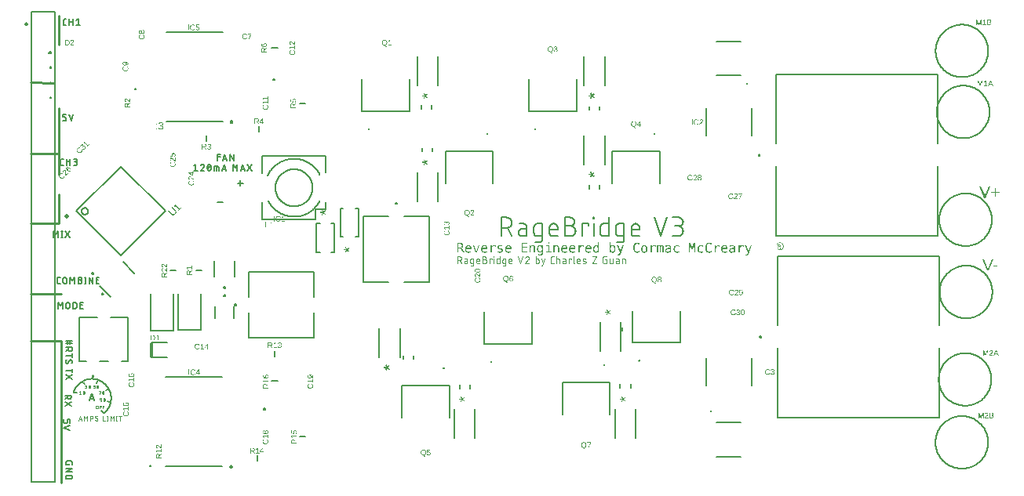
<source format=gbr>
G04 EAGLE Gerber RS-274X export*
G75*
%MOMM*%
%FSLAX34Y34*%
%LPD*%
%INSilkscreen Top*%
%IPPOS*%
%AMOC8*
5,1,8,0,0,1.08239X$1,22.5*%
G01*
G04 Define Apertures*
%ADD10C,0.177800*%
%ADD11C,0.152400*%
%ADD12C,0.076200*%
%ADD13C,0.101600*%
%ADD14C,0.254000*%
%ADD15C,0.127000*%
%ADD16C,0.203200*%
%ADD17C,0.200000*%
%ADD18C,0.508000*%
%ADD19C,0.100000*%
%ADD20R,0.300000X1.575000*%
G36*
X556357Y245918D02*
X555812Y245943D01*
X555243Y246016D01*
X554662Y246137D01*
X554081Y246304D01*
X554081Y247578D01*
X554736Y247298D01*
X555039Y247190D01*
X555327Y247102D01*
X555602Y247035D01*
X555865Y246986D01*
X556117Y246958D01*
X556357Y246948D01*
X556609Y246957D01*
X556843Y246983D01*
X557060Y247028D01*
X557259Y247090D01*
X557440Y247170D01*
X557603Y247267D01*
X557749Y247382D01*
X557877Y247515D01*
X557988Y247667D01*
X558085Y247840D01*
X558167Y248034D01*
X558234Y248249D01*
X558286Y248484D01*
X558323Y248740D01*
X558346Y249017D01*
X558353Y249315D01*
X558353Y250247D01*
X558185Y249939D01*
X557989Y249672D01*
X557765Y249448D01*
X557513Y249266D01*
X557232Y249125D01*
X556922Y249025D01*
X556584Y248964D01*
X556217Y248944D01*
X555882Y248961D01*
X555565Y249013D01*
X555265Y249099D01*
X554982Y249219D01*
X554717Y249373D01*
X554469Y249562D01*
X554238Y249786D01*
X554025Y250044D01*
X553833Y250330D01*
X553666Y250640D01*
X553525Y250973D01*
X553410Y251329D01*
X553320Y251708D01*
X553256Y252111D01*
X553218Y252536D01*
X553205Y252985D01*
X553218Y253436D01*
X553256Y253863D01*
X553320Y254267D01*
X553410Y254647D01*
X553525Y255004D01*
X553666Y255337D01*
X553833Y255647D01*
X554025Y255934D01*
X554238Y256191D01*
X554469Y256415D01*
X554717Y256604D01*
X554982Y256758D01*
X555265Y256879D01*
X555565Y256965D01*
X555882Y257016D01*
X556217Y257033D01*
X556581Y257015D01*
X556915Y256958D01*
X557221Y256864D01*
X557499Y256732D01*
X557749Y256561D01*
X557975Y256349D01*
X558176Y256095D01*
X558353Y255801D01*
X558353Y256816D01*
X559642Y256816D01*
X559642Y249504D01*
X559629Y249076D01*
X559590Y248675D01*
X559524Y248301D01*
X559433Y247953D01*
X559316Y247632D01*
X559173Y247338D01*
X559004Y247070D01*
X558808Y246829D01*
X558588Y246615D01*
X558342Y246431D01*
X558073Y246274D01*
X557779Y246146D01*
X557460Y246046D01*
X557117Y245975D01*
X556749Y245933D01*
X556357Y245918D01*
G37*
%LPC*%
G36*
X556518Y250016D02*
X556734Y250027D01*
X556937Y250063D01*
X557127Y250123D01*
X557303Y250206D01*
X557467Y250314D01*
X557618Y250445D01*
X557756Y250600D01*
X557880Y250779D01*
X557991Y250980D01*
X558087Y251203D01*
X558168Y251447D01*
X558235Y251712D01*
X558287Y251999D01*
X558323Y252306D01*
X558346Y252635D01*
X558353Y252985D01*
X558346Y253337D01*
X558323Y253666D01*
X558287Y253974D01*
X558235Y254261D01*
X558168Y254525D01*
X558087Y254768D01*
X557991Y254989D01*
X557880Y255188D01*
X557755Y255364D01*
X557617Y255517D01*
X557465Y255647D01*
X557300Y255753D01*
X557121Y255835D01*
X556929Y255894D01*
X556723Y255929D01*
X556504Y255941D01*
X556275Y255929D01*
X556059Y255894D01*
X555858Y255835D01*
X555671Y255753D01*
X555497Y255647D01*
X555338Y255517D01*
X555193Y255364D01*
X555061Y255188D01*
X554945Y254989D01*
X554844Y254768D01*
X554758Y254525D01*
X554688Y254261D01*
X554634Y253974D01*
X554595Y253666D01*
X554572Y253337D01*
X554564Y252985D01*
X554572Y252633D01*
X554595Y252303D01*
X554634Y251995D01*
X554689Y251708D01*
X554760Y251442D01*
X554846Y251199D01*
X554947Y250976D01*
X555065Y250775D01*
X555197Y250597D01*
X555343Y250443D01*
X555504Y250312D01*
X555678Y250206D01*
X555867Y250122D01*
X556070Y250063D01*
X556287Y250027D01*
X556518Y250016D01*
G37*
%LPD*%
G36*
X634797Y248797D02*
X634457Y248816D01*
X634138Y248873D01*
X633839Y248968D01*
X633561Y249102D01*
X633306Y249271D01*
X633079Y249475D01*
X632877Y249714D01*
X632703Y249988D01*
X632703Y249000D01*
X631414Y249000D01*
X631414Y259898D01*
X632703Y259898D01*
X632703Y255843D01*
X632872Y256113D01*
X633070Y256350D01*
X633297Y256554D01*
X633554Y256725D01*
X633836Y256860D01*
X634140Y256956D01*
X634465Y257014D01*
X634811Y257033D01*
X635155Y257016D01*
X635481Y256965D01*
X635787Y256880D01*
X636075Y256761D01*
X636344Y256608D01*
X636594Y256421D01*
X636826Y256200D01*
X637038Y255944D01*
X637229Y255659D01*
X637394Y255348D01*
X637533Y255012D01*
X637648Y254649D01*
X637736Y254261D01*
X637800Y253848D01*
X637838Y253408D01*
X637851Y252943D01*
X637838Y252471D01*
X637800Y252025D01*
X637736Y251606D01*
X637647Y251212D01*
X637532Y250845D01*
X637392Y250504D01*
X637226Y250189D01*
X637035Y249900D01*
X636821Y249641D01*
X636589Y249417D01*
X636338Y249228D01*
X636067Y249073D01*
X635778Y248952D01*
X635470Y248866D01*
X635143Y248814D01*
X634797Y248797D01*
G37*
%LPC*%
G36*
X634608Y249889D02*
X634834Y249901D01*
X635045Y249937D01*
X635243Y249997D01*
X635426Y250080D01*
X635595Y250188D01*
X635749Y250319D01*
X635890Y250474D01*
X636016Y250653D01*
X636127Y250855D01*
X636224Y251081D01*
X636306Y251329D01*
X636373Y251600D01*
X636425Y251894D01*
X636462Y252212D01*
X636485Y252552D01*
X636492Y252915D01*
X636485Y253278D01*
X636462Y253619D01*
X636425Y253936D01*
X636373Y254230D01*
X636306Y254501D01*
X636224Y254750D01*
X636127Y254975D01*
X636016Y255177D01*
X635890Y255356D01*
X635749Y255511D01*
X635595Y255643D01*
X635426Y255750D01*
X635243Y255833D01*
X635045Y255893D01*
X634834Y255929D01*
X634608Y255941D01*
X634380Y255929D01*
X634167Y255893D01*
X633968Y255833D01*
X633783Y255749D01*
X633613Y255641D01*
X633456Y255509D01*
X633323Y255363D01*
X633314Y255354D01*
X633186Y255174D01*
X633073Y254971D01*
X632975Y254745D01*
X632892Y254497D01*
X632824Y254226D01*
X632771Y253932D01*
X632733Y253616D01*
X632710Y253277D01*
X632703Y252915D01*
X632710Y252555D01*
X632733Y252217D01*
X632771Y251902D01*
X632824Y251609D01*
X632892Y251338D01*
X632975Y251090D01*
X633073Y250864D01*
X633186Y250660D01*
X633314Y250479D01*
X633456Y250323D01*
X633613Y250190D01*
X633783Y250082D01*
X633968Y249998D01*
X634167Y249938D01*
X634380Y249902D01*
X634608Y249889D01*
G37*
%LPD*%
G36*
X616696Y248797D02*
X616350Y248814D01*
X616023Y248866D01*
X615715Y248952D01*
X615426Y249073D01*
X615156Y249228D01*
X614904Y249417D01*
X614672Y249641D01*
X614459Y249900D01*
X614267Y250189D01*
X614102Y250504D01*
X613961Y250845D01*
X613847Y251212D01*
X613757Y251606D01*
X613694Y252025D01*
X613655Y252471D01*
X613643Y252943D01*
X613656Y253408D01*
X613694Y253848D01*
X613758Y254261D01*
X613848Y254649D01*
X613963Y255012D01*
X614104Y255348D01*
X614270Y255659D01*
X614462Y255944D01*
X614676Y256200D01*
X614909Y256421D01*
X615160Y256608D01*
X615430Y256761D01*
X615719Y256880D01*
X616026Y256965D01*
X616352Y257016D01*
X616696Y257033D01*
X617040Y257014D01*
X617362Y256957D01*
X617663Y256862D01*
X617943Y256729D01*
X618198Y256559D01*
X618425Y256355D01*
X618622Y256116D01*
X618790Y255843D01*
X618790Y259898D01*
X620079Y259898D01*
X620079Y249000D01*
X618790Y249000D01*
X618790Y249988D01*
X618616Y249714D01*
X618415Y249475D01*
X618187Y249271D01*
X617933Y249102D01*
X617654Y248968D01*
X617356Y248873D01*
X617036Y248816D01*
X616696Y248797D01*
G37*
%LPC*%
G36*
X616885Y249889D02*
X617111Y249902D01*
X617323Y249938D01*
X617522Y249998D01*
X617706Y250082D01*
X617876Y250190D01*
X618033Y250323D01*
X618175Y250479D01*
X618304Y250660D01*
X618418Y250864D01*
X618517Y251090D01*
X618600Y251338D01*
X618669Y251609D01*
X618722Y251902D01*
X618760Y252217D01*
X618783Y252555D01*
X618790Y252915D01*
X618783Y253277D01*
X618760Y253616D01*
X618722Y253932D01*
X618669Y254226D01*
X618600Y254497D01*
X618517Y254745D01*
X618418Y254971D01*
X618304Y255174D01*
X618175Y255354D01*
X618168Y255362D01*
X618033Y255509D01*
X617876Y255641D01*
X617706Y255749D01*
X617522Y255833D01*
X617323Y255893D01*
X617111Y255929D01*
X616885Y255941D01*
X616660Y255929D01*
X616448Y255893D01*
X616251Y255833D01*
X616068Y255750D01*
X615899Y255643D01*
X615744Y255511D01*
X615604Y255356D01*
X615478Y255177D01*
X615366Y254975D01*
X615269Y254750D01*
X615187Y254501D01*
X615121Y254230D01*
X615068Y253936D01*
X615031Y253619D01*
X615009Y253278D01*
X615001Y252915D01*
X615009Y252552D01*
X615031Y252212D01*
X615068Y251894D01*
X615121Y251600D01*
X615187Y251329D01*
X615269Y251081D01*
X615366Y250855D01*
X615478Y250653D01*
X615604Y250474D01*
X615744Y250319D01*
X615899Y250188D01*
X616068Y250080D01*
X616251Y249997D01*
X616448Y249937D01*
X616660Y249901D01*
X616885Y249889D01*
G37*
%LPD*%
G36*
X468423Y249000D02*
X467002Y249000D01*
X467002Y259457D01*
X469915Y259457D01*
X470333Y259445D01*
X470726Y259408D01*
X471094Y259347D01*
X471437Y259262D01*
X471754Y259153D01*
X472046Y259019D01*
X472314Y258861D01*
X472556Y258679D01*
X472771Y258474D01*
X472957Y258247D01*
X473115Y257999D01*
X473244Y257728D01*
X473344Y257437D01*
X473416Y257123D01*
X473459Y256788D01*
X473473Y256431D01*
X473464Y256178D01*
X473438Y255937D01*
X473394Y255707D01*
X473332Y255490D01*
X473253Y255284D01*
X473156Y255091D01*
X473041Y254909D01*
X472909Y254740D01*
X472761Y254584D01*
X472599Y254444D01*
X472422Y254320D01*
X472231Y254212D01*
X472025Y254119D01*
X471805Y254043D01*
X471571Y253982D01*
X471323Y253938D01*
X471586Y253852D01*
X471829Y253735D01*
X472052Y253588D01*
X472254Y253409D01*
X472459Y253166D01*
X472687Y252827D01*
X472939Y252390D01*
X473214Y251858D01*
X474636Y249000D01*
X473116Y249000D01*
X471869Y251640D01*
X471606Y252154D01*
X471357Y252568D01*
X471121Y252881D01*
X470899Y253094D01*
X470667Y253236D01*
X470403Y253338D01*
X470105Y253399D01*
X469775Y253419D01*
X468423Y253419D01*
X468423Y249000D01*
G37*
%LPC*%
G36*
X469971Y254582D02*
X470217Y254589D01*
X470447Y254610D01*
X470660Y254646D01*
X470824Y254687D01*
X470857Y254696D01*
X471038Y254760D01*
X471203Y254838D01*
X471352Y254931D01*
X471484Y255037D01*
X471601Y255159D01*
X471702Y255295D01*
X471787Y255447D01*
X471857Y255613D01*
X471911Y255795D01*
X471950Y255992D01*
X471973Y256204D01*
X471981Y256431D01*
X471973Y256650D01*
X471948Y256856D01*
X471907Y257049D01*
X471849Y257229D01*
X471775Y257395D01*
X471684Y257548D01*
X471576Y257688D01*
X471452Y257814D01*
X471313Y257927D01*
X471158Y258024D01*
X470988Y258107D01*
X470804Y258174D01*
X470604Y258227D01*
X470389Y258264D01*
X470160Y258287D01*
X469915Y258294D01*
X468423Y258294D01*
X468423Y254582D01*
X469971Y254582D01*
G37*
%LPD*%
G36*
X668908Y248797D02*
X668512Y248813D01*
X668140Y248863D01*
X667793Y248945D01*
X667469Y249060D01*
X667169Y249209D01*
X666894Y249390D01*
X666642Y249604D01*
X666415Y249851D01*
X666213Y250129D01*
X666038Y250438D01*
X665890Y250776D01*
X665769Y251144D01*
X665674Y251542D01*
X665607Y251970D01*
X665567Y252428D01*
X665553Y252915D01*
X665567Y253401D01*
X665607Y253858D01*
X665674Y254284D01*
X665769Y254682D01*
X665890Y255050D01*
X666038Y255388D01*
X666213Y255697D01*
X666415Y255976D01*
X666642Y256224D01*
X666894Y256438D01*
X667169Y256620D01*
X667469Y256769D01*
X667793Y256885D01*
X668140Y256967D01*
X668512Y257017D01*
X668908Y257033D01*
X669304Y257017D01*
X669676Y256967D01*
X670024Y256885D01*
X670348Y256769D01*
X670648Y256620D01*
X670925Y256438D01*
X671177Y256224D01*
X671405Y255976D01*
X671608Y255697D01*
X671783Y255388D01*
X671932Y255050D01*
X672054Y254682D01*
X672148Y254284D01*
X672216Y253858D01*
X672256Y253401D01*
X672270Y252915D01*
X672256Y252428D01*
X672216Y251970D01*
X672149Y251542D01*
X672055Y251144D01*
X671933Y250776D01*
X671785Y250438D01*
X671610Y250129D01*
X671408Y249851D01*
X671181Y249604D01*
X670929Y249390D01*
X670653Y249209D01*
X670353Y249060D01*
X670028Y248945D01*
X669679Y248863D01*
X669306Y248813D01*
X668908Y248797D01*
G37*
%LPC*%
G36*
X668908Y249889D02*
X669147Y249901D01*
X669372Y249937D01*
X669581Y249997D01*
X669775Y250081D01*
X669954Y250189D01*
X670118Y250321D01*
X670266Y250477D01*
X670400Y250656D01*
X670518Y250859D01*
X670621Y251085D01*
X670707Y251334D01*
X670778Y251605D01*
X670833Y251898D01*
X670873Y252215D01*
X670896Y252553D01*
X670904Y252915D01*
X670896Y253278D01*
X670873Y253619D01*
X670833Y253936D01*
X670778Y254230D01*
X670707Y254501D01*
X670621Y254750D01*
X670518Y254975D01*
X670400Y255177D01*
X670266Y255356D01*
X670118Y255511D01*
X669954Y255643D01*
X669775Y255750D01*
X669581Y255833D01*
X669372Y255893D01*
X669147Y255929D01*
X668908Y255941D01*
X668670Y255929D01*
X668448Y255893D01*
X668240Y255833D01*
X668047Y255750D01*
X667868Y255643D01*
X667705Y255511D01*
X667557Y255356D01*
X667423Y255177D01*
X667305Y254975D01*
X667203Y254750D01*
X667116Y254501D01*
X667045Y254230D01*
X666990Y253936D01*
X666951Y253619D01*
X666927Y253278D01*
X666919Y252915D01*
X666927Y252553D01*
X666951Y252215D01*
X666990Y251898D01*
X667045Y251605D01*
X667116Y251334D01*
X667203Y251085D01*
X667305Y250859D01*
X667423Y250656D01*
X667557Y250477D01*
X667705Y250321D01*
X667868Y250189D01*
X668047Y250081D01*
X668240Y249997D01*
X668448Y249937D01*
X668670Y249901D01*
X668908Y249889D01*
G37*
%LPD*%
G36*
X717961Y249000D02*
X716658Y249000D01*
X716658Y259422D01*
X718549Y259422D01*
X720356Y254113D01*
X722177Y259422D01*
X724075Y259422D01*
X724075Y249000D01*
X722766Y249000D01*
X722766Y258210D01*
X720903Y252719D01*
X719831Y252719D01*
X717961Y258210D01*
X717961Y249000D01*
G37*
G36*
X694058Y248797D02*
X693766Y248807D01*
X693489Y248839D01*
X693228Y248892D01*
X692981Y248966D01*
X692750Y249061D01*
X692533Y249177D01*
X692332Y249314D01*
X692146Y249473D01*
X691978Y249649D01*
X691833Y249839D01*
X691711Y250044D01*
X691610Y250263D01*
X691532Y250497D01*
X691476Y250745D01*
X691443Y251007D01*
X691432Y251283D01*
X691445Y251601D01*
X691486Y251899D01*
X691555Y252177D01*
X691651Y252435D01*
X691775Y252674D01*
X691926Y252893D01*
X692104Y253093D01*
X692310Y253272D01*
X692543Y253432D01*
X692801Y253570D01*
X693085Y253686D01*
X693395Y253782D01*
X693731Y253856D01*
X694092Y253909D01*
X694479Y253941D01*
X694891Y253952D01*
X696621Y253952D01*
X696621Y254155D01*
X696612Y254381D01*
X696589Y254592D01*
X696551Y254786D01*
X696499Y254965D01*
X696432Y255127D01*
X696351Y255273D01*
X696255Y255403D01*
X696145Y255517D01*
X696019Y255616D01*
X695875Y255702D01*
X695714Y255775D01*
X695536Y255835D01*
X695340Y255881D01*
X695126Y255914D01*
X694895Y255934D01*
X694646Y255941D01*
X694316Y255929D01*
X693984Y255893D01*
X693651Y255834D01*
X693316Y255752D01*
X692982Y255646D01*
X692652Y255519D01*
X692327Y255370D01*
X692006Y255198D01*
X692006Y256487D01*
X692705Y256726D01*
X693044Y256820D01*
X693375Y256897D01*
X693700Y256957D01*
X694020Y256999D01*
X694336Y257025D01*
X694646Y257033D01*
X695115Y257015D01*
X695549Y256962D01*
X695947Y256872D01*
X696310Y256746D01*
X696638Y256585D01*
X696934Y256387D01*
X697197Y256154D01*
X697427Y255885D01*
X697550Y255699D01*
X697654Y255493D01*
X697739Y255267D01*
X697805Y255020D01*
X697854Y254730D01*
X697889Y254376D01*
X697910Y253958D01*
X697917Y253475D01*
X697917Y249000D01*
X696621Y249000D01*
X696621Y250163D01*
X696401Y249835D01*
X696155Y249554D01*
X695881Y249319D01*
X695581Y249130D01*
X695251Y248984D01*
X694887Y248880D01*
X694489Y248818D01*
X694058Y248797D01*
G37*
%LPC*%
G36*
X694331Y249875D02*
X694590Y249887D01*
X694835Y249922D01*
X695065Y249979D01*
X695282Y250060D01*
X695484Y250164D01*
X695672Y250291D01*
X695846Y250441D01*
X696005Y250614D01*
X696148Y250808D01*
X696272Y251019D01*
X696377Y251248D01*
X696464Y251494D01*
X696531Y251758D01*
X696580Y252040D01*
X696610Y252339D01*
X696621Y252656D01*
X696621Y252943D01*
X694989Y252943D01*
X694716Y252937D01*
X694460Y252918D01*
X694222Y252887D01*
X694001Y252844D01*
X693797Y252789D01*
X693611Y252721D01*
X693442Y252640D01*
X693291Y252547D01*
X693157Y252442D01*
X693041Y252325D01*
X692943Y252196D01*
X692863Y252055D01*
X692800Y251901D01*
X692756Y251735D01*
X692729Y251557D01*
X692720Y251367D01*
X692727Y251195D01*
X692747Y251033D01*
X692780Y250881D01*
X692827Y250739D01*
X692887Y250606D01*
X692961Y250483D01*
X693047Y250371D01*
X693147Y250268D01*
X693382Y250096D01*
X693657Y249974D01*
X693810Y249931D01*
X693973Y249900D01*
X694147Y249882D01*
X694331Y249875D01*
G37*
%LPD*%
G36*
X763152Y248797D02*
X762860Y248807D01*
X762583Y248839D01*
X762321Y248892D01*
X762075Y248966D01*
X761843Y249061D01*
X761627Y249177D01*
X761426Y249314D01*
X761240Y249473D01*
X761072Y249649D01*
X760927Y249839D01*
X760804Y250044D01*
X760704Y250263D01*
X760626Y250497D01*
X760570Y250745D01*
X760536Y251007D01*
X760525Y251283D01*
X760539Y251601D01*
X760580Y251899D01*
X760649Y252177D01*
X760745Y252435D01*
X760869Y252674D01*
X761020Y252893D01*
X761198Y253093D01*
X761404Y253272D01*
X761637Y253432D01*
X761895Y253570D01*
X762179Y253686D01*
X762489Y253782D01*
X762824Y253856D01*
X763186Y253909D01*
X763573Y253941D01*
X763985Y253952D01*
X765715Y253952D01*
X765715Y254155D01*
X765706Y254381D01*
X765683Y254592D01*
X765645Y254786D01*
X765592Y254965D01*
X765526Y255127D01*
X765445Y255273D01*
X765349Y255403D01*
X765239Y255517D01*
X765113Y255616D01*
X764969Y255702D01*
X764808Y255775D01*
X764629Y255835D01*
X764433Y255881D01*
X764220Y255914D01*
X763989Y255934D01*
X763740Y255941D01*
X763410Y255929D01*
X763078Y255893D01*
X762745Y255834D01*
X762409Y255752D01*
X762075Y255646D01*
X761746Y255519D01*
X761420Y255370D01*
X761100Y255198D01*
X761100Y256487D01*
X761799Y256726D01*
X762138Y256820D01*
X762469Y256897D01*
X762794Y256957D01*
X763114Y256999D01*
X763429Y257025D01*
X763740Y257033D01*
X764209Y257015D01*
X764643Y256962D01*
X765041Y256872D01*
X765403Y256746D01*
X765732Y256585D01*
X766028Y256387D01*
X766290Y256154D01*
X766520Y255885D01*
X766644Y255699D01*
X766748Y255493D01*
X766833Y255267D01*
X766899Y255020D01*
X766948Y254730D01*
X766983Y254376D01*
X767004Y253958D01*
X767011Y253475D01*
X767011Y249000D01*
X765715Y249000D01*
X765715Y250163D01*
X765495Y249835D01*
X765248Y249554D01*
X764975Y249319D01*
X764675Y249130D01*
X764345Y248984D01*
X763981Y248880D01*
X763583Y248818D01*
X763152Y248797D01*
G37*
%LPC*%
G36*
X763425Y249875D02*
X763684Y249887D01*
X763929Y249922D01*
X764159Y249979D01*
X764376Y250060D01*
X764578Y250164D01*
X764766Y250291D01*
X764939Y250441D01*
X765099Y250614D01*
X765242Y250808D01*
X765366Y251019D01*
X765471Y251248D01*
X765557Y251494D01*
X765625Y251758D01*
X765674Y252040D01*
X765704Y252339D01*
X765715Y252656D01*
X765715Y252943D01*
X764083Y252943D01*
X763810Y252937D01*
X763554Y252918D01*
X763316Y252887D01*
X763095Y252844D01*
X762891Y252789D01*
X762705Y252721D01*
X762536Y252640D01*
X762385Y252547D01*
X762251Y252442D01*
X762135Y252325D01*
X762037Y252196D01*
X761957Y252055D01*
X761894Y251901D01*
X761850Y251735D01*
X761823Y251557D01*
X761814Y251367D01*
X761821Y251195D01*
X761841Y251033D01*
X761874Y250881D01*
X761921Y250739D01*
X761981Y250606D01*
X762054Y250483D01*
X762141Y250371D01*
X762241Y250268D01*
X762475Y250096D01*
X762751Y249974D01*
X762904Y249931D01*
X763067Y249900D01*
X763241Y249882D01*
X763425Y249875D01*
G37*
%LPD*%
G36*
X479374Y248797D02*
X478929Y248814D01*
X478509Y248865D01*
X478115Y248951D01*
X477745Y249071D01*
X477400Y249225D01*
X477081Y249413D01*
X476786Y249636D01*
X476516Y249893D01*
X476275Y250180D01*
X476066Y250493D01*
X475889Y250832D01*
X475744Y251197D01*
X475631Y251587D01*
X475551Y252004D01*
X475503Y252447D01*
X475486Y252915D01*
X475502Y253373D01*
X475549Y253806D01*
X475628Y254217D01*
X475739Y254603D01*
X475880Y254966D01*
X476054Y255305D01*
X476259Y255621D01*
X476495Y255913D01*
X476758Y256175D01*
X477041Y256403D01*
X477346Y256596D01*
X477672Y256753D01*
X478018Y256876D01*
X478386Y256963D01*
X478775Y257016D01*
X479184Y257033D01*
X479549Y257017D01*
X479894Y256970D01*
X480219Y256891D01*
X480525Y256779D01*
X480810Y256637D01*
X481076Y256462D01*
X481322Y256256D01*
X481548Y256018D01*
X481752Y255757D01*
X481930Y255484D01*
X482083Y255197D01*
X482211Y254897D01*
X482313Y254584D01*
X482391Y254258D01*
X482443Y253919D01*
X482469Y253566D01*
X482469Y252936D01*
X476887Y252936D01*
X476887Y252894D01*
X476885Y252507D01*
X476905Y252149D01*
X476947Y251818D01*
X477012Y251516D01*
X477100Y251242D01*
X477211Y250997D01*
X477344Y250779D01*
X477500Y250590D01*
X477676Y250426D01*
X477869Y250283D01*
X478079Y250163D01*
X478306Y250065D01*
X478551Y249988D01*
X478813Y249933D01*
X479091Y249900D01*
X479388Y249889D01*
X479699Y249902D01*
X480018Y249939D01*
X480344Y250000D01*
X480676Y250086D01*
X481018Y250196D01*
X481371Y250332D01*
X481736Y250494D01*
X482112Y250681D01*
X482112Y249399D01*
X481748Y249258D01*
X481390Y249136D01*
X481038Y249032D01*
X480694Y248948D01*
X480355Y248882D01*
X480022Y248835D01*
X479695Y248806D01*
X479374Y248797D01*
G37*
%LPC*%
G36*
X476936Y253938D02*
X481181Y253945D01*
X481153Y254144D01*
X481112Y254337D01*
X480991Y254702D01*
X480816Y255039D01*
X480589Y255349D01*
X480455Y255488D01*
X480307Y255608D01*
X480145Y255710D01*
X479970Y255793D01*
X479780Y255858D01*
X479577Y255904D01*
X479360Y255932D01*
X479128Y255941D01*
X478901Y255931D01*
X478683Y255902D01*
X478476Y255854D01*
X478279Y255787D01*
X478093Y255700D01*
X477916Y255594D01*
X477750Y255469D01*
X477595Y255324D01*
X477328Y255007D01*
X477220Y254840D01*
X477129Y254670D01*
X477055Y254494D01*
X476998Y254313D01*
X476959Y254128D01*
X476936Y253938D01*
G37*
%LPD*%
G36*
X496624Y248797D02*
X496179Y248814D01*
X495759Y248865D01*
X495365Y248951D01*
X494995Y249071D01*
X494650Y249225D01*
X494331Y249413D01*
X494036Y249636D01*
X493766Y249893D01*
X493525Y250180D01*
X493316Y250493D01*
X493139Y250832D01*
X492994Y251197D01*
X492881Y251587D01*
X492801Y252004D01*
X492753Y252447D01*
X492736Y252915D01*
X492752Y253373D01*
X492799Y253806D01*
X492878Y254217D01*
X492989Y254603D01*
X493130Y254966D01*
X493304Y255305D01*
X493509Y255621D01*
X493745Y255913D01*
X494008Y256175D01*
X494291Y256403D01*
X494596Y256596D01*
X494922Y256753D01*
X495268Y256876D01*
X495636Y256963D01*
X496025Y257016D01*
X496434Y257033D01*
X496799Y257017D01*
X497144Y256970D01*
X497469Y256891D01*
X497775Y256779D01*
X498060Y256637D01*
X498326Y256462D01*
X498572Y256256D01*
X498798Y256018D01*
X499002Y255757D01*
X499180Y255484D01*
X499333Y255197D01*
X499461Y254897D01*
X499563Y254584D01*
X499641Y254258D01*
X499693Y253919D01*
X499719Y253566D01*
X499719Y252936D01*
X494137Y252936D01*
X494137Y252894D01*
X494135Y252507D01*
X494155Y252149D01*
X494197Y251818D01*
X494262Y251516D01*
X494350Y251242D01*
X494461Y250997D01*
X494594Y250779D01*
X494750Y250590D01*
X494926Y250426D01*
X495119Y250283D01*
X495329Y250163D01*
X495556Y250065D01*
X495801Y249988D01*
X496063Y249933D01*
X496341Y249900D01*
X496638Y249889D01*
X496949Y249902D01*
X497268Y249939D01*
X497594Y250000D01*
X497926Y250086D01*
X498268Y250196D01*
X498621Y250332D01*
X498986Y250494D01*
X499362Y250681D01*
X499362Y249399D01*
X498998Y249258D01*
X498640Y249136D01*
X498288Y249032D01*
X497944Y248948D01*
X497605Y248882D01*
X497272Y248835D01*
X496945Y248806D01*
X496624Y248797D01*
G37*
%LPC*%
G36*
X494186Y253938D02*
X498431Y253945D01*
X498403Y254144D01*
X498362Y254337D01*
X498241Y254702D01*
X498066Y255039D01*
X497839Y255349D01*
X497705Y255488D01*
X497557Y255608D01*
X497395Y255710D01*
X497220Y255793D01*
X497030Y255858D01*
X496827Y255904D01*
X496610Y255932D01*
X496378Y255941D01*
X496151Y255931D01*
X495933Y255902D01*
X495726Y255854D01*
X495529Y255787D01*
X495343Y255700D01*
X495166Y255594D01*
X495000Y255469D01*
X494845Y255324D01*
X494578Y255007D01*
X494470Y254840D01*
X494379Y254670D01*
X494305Y254494D01*
X494248Y254313D01*
X494209Y254128D01*
X494186Y253938D01*
G37*
%LPD*%
G36*
X522530Y248797D02*
X522085Y248814D01*
X521666Y248865D01*
X521271Y248951D01*
X520901Y249071D01*
X520557Y249225D01*
X520237Y249413D01*
X519942Y249636D01*
X519672Y249893D01*
X519431Y250180D01*
X519222Y250493D01*
X519045Y250832D01*
X518900Y251197D01*
X518787Y251587D01*
X518707Y252004D01*
X518659Y252447D01*
X518643Y252915D01*
X518658Y253373D01*
X518706Y253806D01*
X518785Y254217D01*
X518895Y254603D01*
X519037Y254966D01*
X519210Y255305D01*
X519415Y255621D01*
X519651Y255913D01*
X519914Y256175D01*
X520198Y256403D01*
X520502Y256596D01*
X520828Y256753D01*
X521175Y256876D01*
X521542Y256963D01*
X521931Y257016D01*
X522341Y257033D01*
X522706Y257017D01*
X523051Y256970D01*
X523376Y256891D01*
X523681Y256779D01*
X523967Y256637D01*
X524232Y256462D01*
X524478Y256256D01*
X524704Y256018D01*
X524908Y255757D01*
X525086Y255484D01*
X525239Y255197D01*
X525367Y254897D01*
X525470Y254584D01*
X525547Y254258D01*
X525599Y253919D01*
X525625Y253566D01*
X525625Y252936D01*
X520043Y252936D01*
X520043Y252894D01*
X520041Y252507D01*
X520061Y252149D01*
X520103Y251818D01*
X520169Y251516D01*
X520257Y251242D01*
X520367Y250997D01*
X520500Y250779D01*
X520656Y250590D01*
X520832Y250426D01*
X521025Y250283D01*
X521235Y250163D01*
X521463Y250065D01*
X521707Y249988D01*
X521969Y249933D01*
X522248Y249900D01*
X522544Y249889D01*
X522855Y249902D01*
X523174Y249939D01*
X523500Y250000D01*
X523833Y250086D01*
X524174Y250196D01*
X524528Y250332D01*
X524892Y250494D01*
X525268Y250681D01*
X525268Y249399D01*
X524904Y249258D01*
X524546Y249136D01*
X524195Y249032D01*
X523850Y248948D01*
X523511Y248882D01*
X523179Y248835D01*
X522851Y248806D01*
X522530Y248797D01*
G37*
%LPC*%
G36*
X520092Y253938D02*
X524337Y253945D01*
X524309Y254144D01*
X524268Y254337D01*
X524147Y254702D01*
X523972Y255039D01*
X523745Y255349D01*
X523611Y255488D01*
X523463Y255608D01*
X523302Y255710D01*
X523126Y255793D01*
X522937Y255858D01*
X522733Y255904D01*
X522516Y255932D01*
X522285Y255941D01*
X522057Y255931D01*
X521840Y255902D01*
X521632Y255854D01*
X521435Y255787D01*
X521249Y255700D01*
X521073Y255594D01*
X520907Y255469D01*
X520751Y255324D01*
X520484Y255007D01*
X520376Y254840D01*
X520285Y254670D01*
X520211Y254494D01*
X520155Y254313D01*
X520115Y254128D01*
X520092Y253938D01*
G37*
%LPD*%
G36*
X582999Y248797D02*
X582554Y248814D01*
X582134Y248865D01*
X581740Y248951D01*
X581370Y249071D01*
X581025Y249225D01*
X580706Y249413D01*
X580411Y249636D01*
X580141Y249893D01*
X579900Y250180D01*
X579691Y250493D01*
X579514Y250832D01*
X579369Y251197D01*
X579256Y251587D01*
X579176Y252004D01*
X579128Y252447D01*
X579111Y252915D01*
X579127Y253373D01*
X579174Y253806D01*
X579253Y254217D01*
X579364Y254603D01*
X579505Y254966D01*
X579679Y255305D01*
X579884Y255621D01*
X580120Y255913D01*
X580383Y256175D01*
X580666Y256403D01*
X580971Y256596D01*
X581297Y256753D01*
X581643Y256876D01*
X582011Y256963D01*
X582400Y257016D01*
X582809Y257033D01*
X583174Y257017D01*
X583519Y256970D01*
X583844Y256891D01*
X584150Y256779D01*
X584435Y256637D01*
X584701Y256462D01*
X584947Y256256D01*
X585173Y256018D01*
X585377Y255757D01*
X585555Y255484D01*
X585708Y255197D01*
X585836Y254897D01*
X585938Y254584D01*
X586016Y254258D01*
X586068Y253919D01*
X586094Y253566D01*
X586094Y252936D01*
X580512Y252936D01*
X580512Y252894D01*
X580510Y252507D01*
X580530Y252149D01*
X580572Y251818D01*
X580637Y251516D01*
X580725Y251242D01*
X580836Y250997D01*
X580969Y250779D01*
X581125Y250590D01*
X581301Y250426D01*
X581494Y250283D01*
X581704Y250163D01*
X581931Y250065D01*
X582176Y249988D01*
X582438Y249933D01*
X582716Y249900D01*
X583013Y249889D01*
X583324Y249902D01*
X583643Y249939D01*
X583969Y250000D01*
X584301Y250086D01*
X584643Y250196D01*
X584996Y250332D01*
X585361Y250494D01*
X585737Y250681D01*
X585737Y249399D01*
X585373Y249258D01*
X585015Y249136D01*
X584663Y249032D01*
X584319Y248948D01*
X583980Y248882D01*
X583647Y248835D01*
X583320Y248806D01*
X582999Y248797D01*
G37*
%LPC*%
G36*
X580561Y253938D02*
X584806Y253945D01*
X584778Y254144D01*
X584737Y254337D01*
X584616Y254702D01*
X584441Y255039D01*
X584214Y255349D01*
X584080Y255488D01*
X583932Y255608D01*
X583770Y255710D01*
X583595Y255793D01*
X583405Y255858D01*
X583202Y255904D01*
X582985Y255932D01*
X582753Y255941D01*
X582526Y255931D01*
X582308Y255902D01*
X582101Y255854D01*
X581904Y255787D01*
X581718Y255700D01*
X581541Y255594D01*
X581375Y255469D01*
X581220Y255324D01*
X580953Y255007D01*
X580845Y254840D01*
X580754Y254670D01*
X580680Y254494D01*
X580623Y254313D01*
X580584Y254128D01*
X580561Y253938D01*
G37*
%LPD*%
G36*
X591624Y248797D02*
X591179Y248814D01*
X590759Y248865D01*
X590365Y248951D01*
X589995Y249071D01*
X589650Y249225D01*
X589331Y249413D01*
X589036Y249636D01*
X588766Y249893D01*
X588525Y250180D01*
X588316Y250493D01*
X588139Y250832D01*
X587994Y251197D01*
X587881Y251587D01*
X587801Y252004D01*
X587753Y252447D01*
X587736Y252915D01*
X587752Y253373D01*
X587799Y253806D01*
X587878Y254217D01*
X587989Y254603D01*
X588130Y254966D01*
X588304Y255305D01*
X588509Y255621D01*
X588745Y255913D01*
X589008Y256175D01*
X589291Y256403D01*
X589596Y256596D01*
X589922Y256753D01*
X590268Y256876D01*
X590636Y256963D01*
X591025Y257016D01*
X591434Y257033D01*
X591799Y257017D01*
X592144Y256970D01*
X592469Y256891D01*
X592775Y256779D01*
X593060Y256637D01*
X593326Y256462D01*
X593572Y256256D01*
X593798Y256018D01*
X594002Y255757D01*
X594180Y255484D01*
X594333Y255197D01*
X594461Y254897D01*
X594563Y254584D01*
X594641Y254258D01*
X594693Y253919D01*
X594719Y253566D01*
X594719Y252936D01*
X589137Y252936D01*
X589137Y252894D01*
X589135Y252507D01*
X589155Y252149D01*
X589197Y251818D01*
X589262Y251516D01*
X589350Y251242D01*
X589461Y250997D01*
X589594Y250779D01*
X589750Y250590D01*
X589926Y250426D01*
X590119Y250283D01*
X590329Y250163D01*
X590556Y250065D01*
X590801Y249988D01*
X591063Y249933D01*
X591341Y249900D01*
X591638Y249889D01*
X591949Y249902D01*
X592268Y249939D01*
X592594Y250000D01*
X592926Y250086D01*
X593268Y250196D01*
X593621Y250332D01*
X593986Y250494D01*
X594362Y250681D01*
X594362Y249399D01*
X593998Y249258D01*
X593640Y249136D01*
X593288Y249032D01*
X592944Y248948D01*
X592605Y248882D01*
X592272Y248835D01*
X591945Y248806D01*
X591624Y248797D01*
G37*
%LPC*%
G36*
X589186Y253938D02*
X593431Y253945D01*
X593403Y254144D01*
X593362Y254337D01*
X593241Y254702D01*
X593066Y255039D01*
X592839Y255349D01*
X592705Y255488D01*
X592557Y255608D01*
X592395Y255710D01*
X592220Y255793D01*
X592030Y255858D01*
X591827Y255904D01*
X591610Y255932D01*
X591378Y255941D01*
X591151Y255931D01*
X590933Y255902D01*
X590726Y255854D01*
X590529Y255787D01*
X590343Y255700D01*
X590166Y255594D01*
X590000Y255469D01*
X589845Y255324D01*
X589578Y255007D01*
X589470Y254840D01*
X589379Y254670D01*
X589305Y254494D01*
X589248Y254313D01*
X589209Y254128D01*
X589186Y253938D01*
G37*
%LPD*%
G36*
X608905Y248797D02*
X608460Y248814D01*
X608041Y248865D01*
X607646Y248951D01*
X607276Y249071D01*
X606932Y249225D01*
X606612Y249413D01*
X606317Y249636D01*
X606047Y249893D01*
X605806Y250180D01*
X605597Y250493D01*
X605420Y250832D01*
X605275Y251197D01*
X605162Y251587D01*
X605082Y252004D01*
X605034Y252447D01*
X605018Y252915D01*
X605033Y253373D01*
X605081Y253806D01*
X605160Y254217D01*
X605270Y254603D01*
X605412Y254966D01*
X605585Y255305D01*
X605790Y255621D01*
X606026Y255913D01*
X606289Y256175D01*
X606573Y256403D01*
X606877Y256596D01*
X607203Y256753D01*
X607550Y256876D01*
X607917Y256963D01*
X608306Y257016D01*
X608716Y257033D01*
X609081Y257017D01*
X609426Y256970D01*
X609751Y256891D01*
X610056Y256779D01*
X610342Y256637D01*
X610607Y256462D01*
X610853Y256256D01*
X611079Y256018D01*
X611283Y255757D01*
X611461Y255484D01*
X611614Y255197D01*
X611742Y254897D01*
X611845Y254584D01*
X611922Y254258D01*
X611974Y253919D01*
X612000Y253566D01*
X612000Y252936D01*
X606418Y252936D01*
X606418Y252894D01*
X606416Y252507D01*
X606436Y252149D01*
X606478Y251818D01*
X606544Y251516D01*
X606632Y251242D01*
X606742Y250997D01*
X606875Y250779D01*
X607031Y250590D01*
X607207Y250426D01*
X607400Y250283D01*
X607610Y250163D01*
X607838Y250065D01*
X608082Y249988D01*
X608344Y249933D01*
X608623Y249900D01*
X608919Y249889D01*
X609230Y249902D01*
X609549Y249939D01*
X609875Y250000D01*
X610208Y250086D01*
X610549Y250196D01*
X610903Y250332D01*
X611267Y250494D01*
X611643Y250681D01*
X611643Y249399D01*
X611279Y249258D01*
X610921Y249136D01*
X610570Y249032D01*
X610225Y248948D01*
X609886Y248882D01*
X609554Y248835D01*
X609226Y248806D01*
X608905Y248797D01*
G37*
%LPC*%
G36*
X606467Y253938D02*
X610712Y253945D01*
X610684Y254144D01*
X610643Y254337D01*
X610522Y254702D01*
X610347Y255039D01*
X610120Y255349D01*
X609986Y255488D01*
X609838Y255608D01*
X609677Y255710D01*
X609501Y255793D01*
X609312Y255858D01*
X609108Y255904D01*
X608891Y255932D01*
X608660Y255941D01*
X608432Y255931D01*
X608215Y255902D01*
X608007Y255854D01*
X607810Y255787D01*
X607624Y255700D01*
X607448Y255594D01*
X607282Y255469D01*
X607126Y255324D01*
X606859Y255007D01*
X606751Y254840D01*
X606660Y254670D01*
X606586Y254494D01*
X606530Y254313D01*
X606490Y254128D01*
X606467Y253938D01*
G37*
%LPD*%
G36*
X755686Y248797D02*
X755242Y248814D01*
X754822Y248865D01*
X754427Y248951D01*
X754058Y249071D01*
X753713Y249225D01*
X753393Y249413D01*
X753098Y249636D01*
X752829Y249893D01*
X752587Y250180D01*
X752378Y250493D01*
X752201Y250832D01*
X752056Y251197D01*
X751944Y251587D01*
X751863Y252004D01*
X751815Y252447D01*
X751799Y252915D01*
X751815Y253373D01*
X751862Y253806D01*
X751941Y254217D01*
X752051Y254603D01*
X752193Y254966D01*
X752366Y255305D01*
X752571Y255621D01*
X752808Y255913D01*
X753070Y256175D01*
X753354Y256403D01*
X753658Y256596D01*
X753984Y256753D01*
X754331Y256876D01*
X754699Y256963D01*
X755087Y257016D01*
X755497Y257033D01*
X755862Y257017D01*
X756207Y256970D01*
X756532Y256891D01*
X756837Y256779D01*
X757123Y256637D01*
X757389Y256462D01*
X757635Y256256D01*
X757861Y256018D01*
X758064Y255757D01*
X758243Y255484D01*
X758396Y255197D01*
X758523Y254897D01*
X758626Y254584D01*
X758703Y254258D01*
X758755Y253919D01*
X758782Y253566D01*
X758782Y252936D01*
X753200Y252936D01*
X753200Y252894D01*
X753197Y252507D01*
X753217Y252149D01*
X753260Y251818D01*
X753325Y251516D01*
X753413Y251242D01*
X753523Y250997D01*
X753657Y250779D01*
X753813Y250590D01*
X753988Y250426D01*
X754181Y250283D01*
X754392Y250163D01*
X754619Y250065D01*
X754863Y249988D01*
X755125Y249933D01*
X755404Y249900D01*
X755700Y249889D01*
X756012Y249902D01*
X756330Y249939D01*
X756656Y250000D01*
X756989Y250086D01*
X757331Y250196D01*
X757684Y250332D01*
X758049Y250494D01*
X758425Y250681D01*
X758425Y249399D01*
X758060Y249258D01*
X757702Y249136D01*
X757351Y249032D01*
X757006Y248948D01*
X756668Y248882D01*
X756335Y248835D01*
X756008Y248806D01*
X755686Y248797D01*
G37*
%LPC*%
G36*
X753249Y253938D02*
X757493Y253945D01*
X757465Y254144D01*
X757425Y254337D01*
X757303Y254702D01*
X757129Y255039D01*
X756901Y255349D01*
X756767Y255488D01*
X756620Y255608D01*
X756458Y255710D01*
X756282Y255793D01*
X756093Y255858D01*
X755889Y255904D01*
X755672Y255932D01*
X755441Y255941D01*
X755213Y255931D01*
X754996Y255902D01*
X754789Y255854D01*
X754592Y255787D01*
X754405Y255700D01*
X754229Y255594D01*
X754063Y255469D01*
X753907Y255324D01*
X753640Y255007D01*
X753532Y254840D01*
X753441Y254670D01*
X753368Y254494D01*
X753311Y254313D01*
X753271Y254128D01*
X753249Y253938D01*
G37*
%LPD*%
G36*
X542781Y249000D02*
X536442Y249000D01*
X536442Y259457D01*
X542648Y259457D01*
X542648Y258266D01*
X537857Y258266D01*
X537857Y255450D01*
X542437Y255450D01*
X542437Y254260D01*
X537857Y254260D01*
X537857Y250191D01*
X542781Y250191D01*
X542781Y249000D01*
G37*
G36*
X683808Y249000D02*
X682638Y249000D01*
X682638Y256844D01*
X683808Y256844D01*
X683808Y256172D01*
X683931Y256370D01*
X684068Y256542D01*
X684220Y256690D01*
X684386Y256813D01*
X684565Y256909D01*
X684756Y256978D01*
X684959Y257020D01*
X685174Y257033D01*
X685429Y257018D01*
X685661Y256972D01*
X685872Y256895D01*
X686060Y256788D01*
X686227Y256650D01*
X686374Y256480D01*
X686502Y256279D01*
X686610Y256046D01*
X686737Y256282D01*
X686880Y256484D01*
X687040Y256654D01*
X687215Y256792D01*
X687409Y256897D01*
X687621Y256973D01*
X687852Y257018D01*
X688101Y257033D01*
X688329Y257022D01*
X688539Y256988D01*
X688732Y256930D01*
X688908Y256850D01*
X689066Y256747D01*
X689206Y256622D01*
X689330Y256473D01*
X689436Y256301D01*
X689527Y256098D01*
X689606Y255855D01*
X689672Y255571D01*
X689727Y255247D01*
X689770Y254882D01*
X689800Y254477D01*
X689818Y254031D01*
X689824Y253545D01*
X689824Y249000D01*
X688648Y249000D01*
X688648Y253489D01*
X688636Y254241D01*
X688601Y254835D01*
X688543Y255272D01*
X688506Y255432D01*
X688462Y255552D01*
X688350Y255728D01*
X688200Y255854D01*
X688012Y255930D01*
X687904Y255948D01*
X687786Y255955D01*
X687652Y255948D01*
X687528Y255928D01*
X687416Y255894D01*
X687314Y255847D01*
X687224Y255787D01*
X687145Y255712D01*
X687076Y255625D01*
X687019Y255524D01*
X686971Y255398D01*
X686929Y255235D01*
X686864Y254800D01*
X686826Y254218D01*
X686813Y253489D01*
X686813Y249000D01*
X685636Y249000D01*
X685636Y253489D01*
X685624Y254249D01*
X685586Y254848D01*
X685524Y255286D01*
X685483Y255444D01*
X685436Y255563D01*
X685317Y255734D01*
X685157Y255857D01*
X684958Y255930D01*
X684843Y255949D01*
X684719Y255955D01*
X684596Y255948D01*
X684482Y255928D01*
X684379Y255894D01*
X684285Y255847D01*
X684201Y255787D01*
X684127Y255712D01*
X684008Y255524D01*
X683961Y255398D01*
X683920Y255235D01*
X683858Y254800D01*
X683821Y254218D01*
X683808Y253489D01*
X683808Y249000D01*
G37*
G36*
X641013Y246016D02*
X639976Y246016D01*
X639976Y247095D01*
X640740Y247095D01*
X641008Y247116D01*
X641246Y247177D01*
X641453Y247280D01*
X641629Y247424D01*
X641801Y247654D01*
X641995Y248014D01*
X642211Y248505D01*
X642449Y249126D01*
X639416Y256844D01*
X640782Y256844D01*
X643107Y250709D01*
X645397Y256844D01*
X646763Y256844D01*
X644697Y251521D01*
X643877Y249364D01*
X643298Y247876D01*
X643093Y247402D01*
X642946Y247109D01*
X642775Y246853D01*
X642583Y246631D01*
X642372Y246443D01*
X642140Y246290D01*
X641889Y246170D01*
X641617Y246085D01*
X641325Y246033D01*
X641013Y246016D01*
G37*
G36*
X779169Y246016D02*
X778132Y246016D01*
X778132Y247095D01*
X778896Y247095D01*
X779164Y247116D01*
X779402Y247177D01*
X779609Y247280D01*
X779785Y247424D01*
X779957Y247654D01*
X780151Y248014D01*
X780367Y248505D01*
X780605Y249126D01*
X777572Y256844D01*
X778938Y256844D01*
X781263Y250709D01*
X783553Y256844D01*
X784919Y256844D01*
X782853Y251521D01*
X782034Y249364D01*
X781454Y247876D01*
X781250Y247402D01*
X781102Y247109D01*
X780931Y246853D01*
X780740Y246631D01*
X780528Y246443D01*
X780297Y246290D01*
X780045Y246170D01*
X779773Y246085D01*
X779481Y246033D01*
X779169Y246016D01*
G37*
G36*
X661173Y248797D02*
X660684Y248819D01*
X660224Y248886D01*
X659792Y248997D01*
X659387Y249152D01*
X659012Y249352D01*
X658664Y249597D01*
X658344Y249885D01*
X658052Y250219D01*
X657792Y250592D01*
X657567Y251002D01*
X657376Y251447D01*
X657220Y251929D01*
X657098Y252447D01*
X657012Y253001D01*
X656960Y253592D01*
X656942Y254218D01*
X656960Y254841D01*
X657012Y255429D01*
X657099Y255981D01*
X657222Y256498D01*
X657379Y256980D01*
X657571Y257427D01*
X657798Y257838D01*
X658059Y258213D01*
X658352Y258549D01*
X658673Y258840D01*
X659021Y259086D01*
X659396Y259288D01*
X659799Y259444D01*
X660229Y259556D01*
X660687Y259623D01*
X661173Y259646D01*
X661487Y259637D01*
X661792Y259610D01*
X662089Y259565D01*
X662377Y259502D01*
X662659Y259421D01*
X662938Y259323D01*
X663212Y259206D01*
X663484Y259071D01*
X663484Y257622D01*
X663220Y257823D01*
X662946Y257998D01*
X662663Y258148D01*
X662370Y258273D01*
X662072Y258371D01*
X661773Y258441D01*
X661473Y258483D01*
X661173Y258497D01*
X660838Y258480D01*
X660526Y258431D01*
X660235Y258347D01*
X659966Y258231D01*
X659719Y258081D01*
X659493Y257898D01*
X659289Y257682D01*
X659106Y257433D01*
X658946Y257149D01*
X658806Y256832D01*
X658688Y256481D01*
X658592Y256097D01*
X658517Y255678D01*
X658463Y255225D01*
X658431Y254738D01*
X658420Y254218D01*
X658431Y253699D01*
X658463Y253214D01*
X658517Y252762D01*
X658592Y252344D01*
X658688Y251960D01*
X658806Y251610D01*
X658946Y251293D01*
X659106Y251010D01*
X659289Y250761D01*
X659493Y250544D01*
X659719Y250361D01*
X659966Y250212D01*
X660235Y250095D01*
X660526Y250012D01*
X660838Y249962D01*
X661173Y249946D01*
X661479Y249960D01*
X661783Y250002D01*
X662083Y250072D01*
X662381Y250170D01*
X662672Y250294D01*
X662952Y250445D01*
X663223Y250620D01*
X663484Y250821D01*
X663484Y249371D01*
X663212Y249237D01*
X662938Y249120D01*
X662659Y249021D01*
X662377Y248940D01*
X662089Y248878D01*
X661792Y248833D01*
X661487Y248806D01*
X661173Y248797D01*
G37*
G36*
X738891Y248797D02*
X738403Y248819D01*
X737943Y248886D01*
X737510Y248997D01*
X737106Y249152D01*
X736730Y249352D01*
X736382Y249597D01*
X736063Y249885D01*
X735771Y250219D01*
X735511Y250592D01*
X735285Y251002D01*
X735095Y251447D01*
X734939Y251929D01*
X734817Y252447D01*
X734730Y253001D01*
X734678Y253592D01*
X734661Y254218D01*
X734678Y254841D01*
X734731Y255429D01*
X734818Y255981D01*
X734940Y256498D01*
X735097Y256980D01*
X735289Y257427D01*
X735516Y257838D01*
X735778Y258213D01*
X736071Y258549D01*
X736392Y258840D01*
X736740Y259086D01*
X737115Y259288D01*
X737518Y259444D01*
X737948Y259556D01*
X738406Y259623D01*
X738891Y259646D01*
X739206Y259637D01*
X739511Y259610D01*
X739808Y259565D01*
X740096Y259502D01*
X740378Y259421D01*
X740656Y259323D01*
X740931Y259206D01*
X741203Y259071D01*
X741203Y257622D01*
X740939Y257823D01*
X740665Y257998D01*
X740382Y258148D01*
X740089Y258273D01*
X739791Y258371D01*
X739492Y258441D01*
X739192Y258483D01*
X738891Y258497D01*
X738557Y258480D01*
X738245Y258431D01*
X737954Y258347D01*
X737685Y258231D01*
X737437Y258081D01*
X737212Y257898D01*
X737008Y257682D01*
X736825Y257433D01*
X736664Y257149D01*
X736525Y256832D01*
X736407Y256481D01*
X736310Y256097D01*
X736235Y255678D01*
X736182Y255225D01*
X736150Y254738D01*
X736139Y254218D01*
X736150Y253699D01*
X736182Y253214D01*
X736235Y252762D01*
X736310Y252344D01*
X736407Y251960D01*
X736525Y251610D01*
X736664Y251293D01*
X736825Y251010D01*
X737008Y250761D01*
X737212Y250544D01*
X737437Y250361D01*
X737685Y250212D01*
X737954Y250095D01*
X738245Y250012D01*
X738557Y249962D01*
X738891Y249946D01*
X739198Y249960D01*
X739502Y250002D01*
X739802Y250072D01*
X740099Y250170D01*
X740390Y250294D01*
X740671Y250445D01*
X740942Y250620D01*
X741203Y250821D01*
X741203Y249371D01*
X740931Y249237D01*
X740656Y249120D01*
X740378Y249021D01*
X740096Y248940D01*
X739808Y248878D01*
X739511Y248833D01*
X739206Y248806D01*
X738891Y248797D01*
G37*
G36*
X546342Y249000D02*
X545053Y249000D01*
X545053Y256844D01*
X546342Y256844D01*
X546342Y255668D01*
X546529Y255983D01*
X546746Y256259D01*
X546995Y256493D01*
X547273Y256687D01*
X547581Y256838D01*
X547916Y256947D01*
X548278Y257012D01*
X548667Y257033D01*
X548957Y257021D01*
X549228Y256984D01*
X549480Y256923D01*
X549713Y256836D01*
X549928Y256726D01*
X550123Y256590D01*
X550299Y256430D01*
X550457Y256245D01*
X550595Y256036D01*
X550716Y255801D01*
X550817Y255541D01*
X550901Y255255D01*
X550965Y254945D01*
X551011Y254608D01*
X551039Y254247D01*
X551048Y253861D01*
X551048Y249000D01*
X549753Y249000D01*
X549753Y253861D01*
X549747Y254116D01*
X549730Y254354D01*
X549701Y254575D01*
X549660Y254778D01*
X549608Y254964D01*
X549544Y255132D01*
X549469Y255282D01*
X549382Y255415D01*
X549282Y255532D01*
X549170Y255633D01*
X549044Y255718D01*
X548905Y255788D01*
X548753Y255843D01*
X548588Y255882D01*
X548410Y255905D01*
X548219Y255913D01*
X548000Y255903D01*
X547793Y255873D01*
X547600Y255823D01*
X547420Y255753D01*
X547252Y255662D01*
X547098Y255552D01*
X546957Y255422D01*
X546829Y255272D01*
X546715Y255103D01*
X546616Y254917D01*
X546532Y254713D01*
X546464Y254492D01*
X546410Y254253D01*
X546372Y253997D01*
X546350Y253724D01*
X546342Y253433D01*
X546342Y249000D01*
G37*
G36*
X572248Y249000D02*
X570959Y249000D01*
X570959Y256844D01*
X572248Y256844D01*
X572248Y255668D01*
X572435Y255983D01*
X572653Y256259D01*
X572901Y256493D01*
X573180Y256687D01*
X573487Y256838D01*
X573822Y256947D01*
X574184Y257012D01*
X574573Y257033D01*
X574863Y257021D01*
X575134Y256984D01*
X575386Y256923D01*
X575620Y256836D01*
X575834Y256726D01*
X576029Y256590D01*
X576205Y256430D01*
X576363Y256245D01*
X576502Y256036D01*
X576622Y255801D01*
X576724Y255541D01*
X576807Y255255D01*
X576872Y254945D01*
X576918Y254608D01*
X576945Y254247D01*
X576955Y253861D01*
X576955Y249000D01*
X575659Y249000D01*
X575659Y253861D01*
X575653Y254116D01*
X575636Y254354D01*
X575607Y254575D01*
X575566Y254778D01*
X575514Y254964D01*
X575450Y255132D01*
X575375Y255282D01*
X575288Y255415D01*
X575188Y255532D01*
X575076Y255633D01*
X574950Y255718D01*
X574812Y255788D01*
X574660Y255843D01*
X574495Y255882D01*
X574316Y255905D01*
X574125Y255913D01*
X573906Y255903D01*
X573699Y255873D01*
X573506Y255823D01*
X573326Y255753D01*
X573159Y255662D01*
X573004Y255552D01*
X572863Y255422D01*
X572735Y255272D01*
X572621Y255103D01*
X572522Y254917D01*
X572438Y254713D01*
X572370Y254492D01*
X572317Y254253D01*
X572279Y253997D01*
X572256Y253724D01*
X572248Y253433D01*
X572248Y249000D01*
G37*
G36*
X513246Y248797D02*
X512952Y248805D01*
X512651Y248828D01*
X512343Y248866D01*
X512028Y248919D01*
X511364Y249073D01*
X510648Y249287D01*
X510648Y250618D01*
X511005Y250444D01*
X511354Y250293D01*
X511695Y250165D01*
X512028Y250061D01*
X512353Y249980D01*
X512669Y249922D01*
X512976Y249887D01*
X513274Y249875D01*
X513678Y249897D01*
X514033Y249962D01*
X514339Y250070D01*
X514598Y250222D01*
X514803Y250413D01*
X514884Y250521D01*
X514950Y250638D01*
X515001Y250764D01*
X515038Y250898D01*
X515060Y251041D01*
X515067Y251192D01*
X515061Y251302D01*
X515041Y251408D01*
X514960Y251606D01*
X514826Y251787D01*
X514638Y251950D01*
X514397Y252097D01*
X514102Y252226D01*
X513754Y252337D01*
X513352Y252432D01*
X513295Y252446D01*
X512812Y252544D01*
X512293Y252671D01*
X512062Y252749D01*
X511849Y252835D01*
X511656Y252932D01*
X511481Y253037D01*
X511325Y253152D01*
X511187Y253276D01*
X511068Y253410D01*
X510964Y253557D01*
X510876Y253715D01*
X510804Y253884D01*
X510748Y254066D01*
X510708Y254259D01*
X510684Y254464D01*
X510676Y254680D01*
X510688Y254954D01*
X510724Y255212D01*
X510783Y255453D01*
X510867Y255679D01*
X510974Y255888D01*
X511105Y256082D01*
X511261Y256259D01*
X511439Y256421D01*
X511641Y256564D01*
X511862Y256689D01*
X512104Y256794D01*
X512366Y256880D01*
X512648Y256947D01*
X512951Y256995D01*
X513274Y257024D01*
X513618Y257033D01*
X513930Y257026D01*
X514236Y257004D01*
X514536Y256968D01*
X514829Y256918D01*
X515119Y256853D01*
X515405Y256773D01*
X515971Y256571D01*
X515971Y255310D01*
X515694Y255461D01*
X515416Y255592D01*
X515137Y255703D01*
X514857Y255794D01*
X514576Y255864D01*
X514292Y255914D01*
X514005Y255945D01*
X513716Y255955D01*
X513306Y255937D01*
X512951Y255884D01*
X512653Y255795D01*
X512410Y255671D01*
X512221Y255511D01*
X512147Y255417D01*
X512086Y255313D01*
X512039Y255200D01*
X512006Y255078D01*
X511986Y254947D01*
X511979Y254806D01*
X511999Y254560D01*
X512059Y254347D01*
X512160Y254168D01*
X512301Y254022D01*
X512522Y253893D01*
X512863Y253766D01*
X513324Y253641D01*
X513905Y253517D01*
X514423Y253419D01*
X514656Y253368D01*
X514874Y253306D01*
X515077Y253232D01*
X515266Y253146D01*
X515441Y253050D01*
X515600Y252941D01*
X515746Y252822D01*
X515876Y252691D01*
X515992Y252549D01*
X516092Y252397D01*
X516177Y252235D01*
X516247Y252062D01*
X516301Y251880D01*
X516339Y251686D01*
X516362Y251483D01*
X516370Y251269D01*
X516357Y250987D01*
X516318Y250720D01*
X516254Y250469D01*
X516164Y250234D01*
X516047Y250014D01*
X515905Y249811D01*
X515737Y249623D01*
X515544Y249452D01*
X515327Y249298D01*
X515090Y249165D01*
X514833Y249053D01*
X514556Y248961D01*
X514259Y248889D01*
X513942Y248838D01*
X513604Y248807D01*
X513246Y248797D01*
G37*
G36*
X488398Y249000D02*
X486738Y249000D01*
X483950Y256844D01*
X485288Y256844D01*
X487564Y250261D01*
X489848Y256844D01*
X491185Y256844D01*
X488398Y249000D01*
G37*
G36*
X704364Y248797D02*
X703921Y248814D01*
X703503Y248865D01*
X703110Y248951D01*
X702742Y249070D01*
X702398Y249224D01*
X702080Y249411D01*
X701786Y249633D01*
X701517Y249889D01*
X701276Y250176D01*
X701068Y250488D01*
X700892Y250827D01*
X700747Y251192D01*
X700635Y251584D01*
X700555Y252001D01*
X700507Y252445D01*
X700491Y252915D01*
X700507Y253385D01*
X700555Y253829D01*
X700635Y254247D01*
X700747Y254638D01*
X700892Y255003D01*
X701068Y255342D01*
X701276Y255654D01*
X701517Y255941D01*
X701786Y256197D01*
X702080Y256419D01*
X702398Y256607D01*
X702742Y256760D01*
X703110Y256880D01*
X703503Y256965D01*
X703921Y257016D01*
X704364Y257033D01*
X704646Y257024D01*
X704924Y256997D01*
X705199Y256951D01*
X705470Y256886D01*
X705741Y256803D01*
X706011Y256699D01*
X706283Y256575D01*
X706556Y256431D01*
X706556Y255079D01*
X706300Y255291D01*
X706044Y255471D01*
X705787Y255620D01*
X705530Y255738D01*
X705264Y255827D01*
X704981Y255890D01*
X704681Y255928D01*
X704364Y255941D01*
X704070Y255928D01*
X703793Y255892D01*
X703534Y255830D01*
X703292Y255745D01*
X703068Y255634D01*
X702862Y255500D01*
X702672Y255340D01*
X702501Y255156D01*
X702348Y254950D01*
X702216Y254722D01*
X702104Y254473D01*
X702012Y254204D01*
X701941Y253913D01*
X701890Y253601D01*
X701860Y253269D01*
X701849Y252915D01*
X701860Y252563D01*
X701890Y252232D01*
X701942Y251921D01*
X702013Y251631D01*
X702105Y251361D01*
X702218Y251113D01*
X702351Y250885D01*
X702504Y250677D01*
X702677Y250493D01*
X702866Y250333D01*
X703073Y250197D01*
X703297Y250086D01*
X703538Y250000D01*
X703796Y249939D01*
X704071Y249902D01*
X704364Y249889D01*
X704691Y249902D01*
X705001Y249941D01*
X705294Y250006D01*
X705568Y250096D01*
X705830Y250214D01*
X706082Y250360D01*
X706324Y250534D01*
X706556Y250737D01*
X706556Y249399D01*
X706295Y249258D01*
X706030Y249136D01*
X705761Y249032D01*
X705488Y248948D01*
X705212Y248882D01*
X704932Y248835D01*
X704649Y248806D01*
X704364Y248797D01*
G37*
G36*
X730270Y248797D02*
X729827Y248814D01*
X729409Y248865D01*
X729016Y248951D01*
X728648Y249070D01*
X728304Y249224D01*
X727986Y249411D01*
X727692Y249633D01*
X727423Y249889D01*
X727183Y250176D01*
X726974Y250488D01*
X726798Y250827D01*
X726654Y251192D01*
X726541Y251584D01*
X726461Y252001D01*
X726413Y252445D01*
X726397Y252915D01*
X726413Y253385D01*
X726461Y253829D01*
X726541Y254247D01*
X726654Y254638D01*
X726798Y255003D01*
X726974Y255342D01*
X727183Y255654D01*
X727423Y255941D01*
X727692Y256197D01*
X727986Y256419D01*
X728304Y256607D01*
X728648Y256760D01*
X729016Y256880D01*
X729409Y256965D01*
X729827Y257016D01*
X730270Y257033D01*
X730552Y257024D01*
X730830Y256997D01*
X731105Y256951D01*
X731377Y256886D01*
X731647Y256803D01*
X731918Y256699D01*
X732190Y256575D01*
X732462Y256431D01*
X732462Y255079D01*
X732206Y255291D01*
X731950Y255471D01*
X731693Y255620D01*
X731436Y255738D01*
X731170Y255827D01*
X730887Y255890D01*
X730587Y255928D01*
X730270Y255941D01*
X729976Y255928D01*
X729699Y255892D01*
X729440Y255830D01*
X729199Y255745D01*
X728974Y255634D01*
X728768Y255500D01*
X728579Y255340D01*
X728407Y255156D01*
X728254Y254950D01*
X728122Y254722D01*
X728010Y254473D01*
X727919Y254204D01*
X727847Y253913D01*
X727796Y253601D01*
X727766Y253269D01*
X727756Y252915D01*
X727766Y252563D01*
X727797Y252232D01*
X727848Y251921D01*
X727919Y251631D01*
X728012Y251361D01*
X728124Y251113D01*
X728257Y250885D01*
X728411Y250677D01*
X728583Y250493D01*
X728772Y250333D01*
X728979Y250197D01*
X729203Y250086D01*
X729444Y250000D01*
X729702Y249939D01*
X729978Y249902D01*
X730270Y249889D01*
X730598Y249902D01*
X730907Y249941D01*
X731200Y250006D01*
X731475Y250096D01*
X731736Y250214D01*
X731988Y250360D01*
X732230Y250534D01*
X732462Y250737D01*
X732462Y249399D01*
X732201Y249258D01*
X731936Y249136D01*
X731667Y249032D01*
X731394Y248948D01*
X731118Y248882D01*
X730838Y248835D01*
X730556Y248806D01*
X730270Y248797D01*
G37*
G36*
X569037Y249000D02*
X562636Y249000D01*
X562636Y250002D01*
X565192Y250002D01*
X565192Y255815D01*
X563182Y255815D01*
X563182Y256816D01*
X566481Y256816D01*
X566481Y250002D01*
X569037Y250002D01*
X569037Y249000D01*
G37*
G36*
X504362Y249000D02*
X503067Y249000D01*
X503067Y256844D01*
X504362Y256844D01*
X504362Y255310D01*
X504545Y255703D01*
X504771Y256047D01*
X505041Y256342D01*
X505353Y256589D01*
X505703Y256783D01*
X505890Y256860D01*
X506084Y256922D01*
X506287Y256971D01*
X506497Y257006D01*
X506714Y257026D01*
X506940Y257033D01*
X507174Y257026D01*
X507400Y257004D01*
X507619Y256966D01*
X507829Y256914D01*
X508034Y256846D01*
X508234Y256762D01*
X508429Y256661D01*
X508621Y256543D01*
X508621Y255226D01*
X508413Y255377D01*
X508204Y255505D01*
X507993Y255611D01*
X507780Y255696D01*
X507561Y255760D01*
X507332Y255806D01*
X507092Y255834D01*
X506842Y255843D01*
X506549Y255831D01*
X506275Y255795D01*
X506018Y255736D01*
X505779Y255654D01*
X505557Y255547D01*
X505354Y255417D01*
X505168Y255264D01*
X505000Y255086D01*
X504850Y254887D01*
X504721Y254666D01*
X504611Y254424D01*
X504522Y254162D01*
X504452Y253878D01*
X504402Y253573D01*
X504372Y253248D01*
X504362Y252901D01*
X504362Y249000D01*
G37*
G36*
X599331Y249000D02*
X598035Y249000D01*
X598035Y256844D01*
X599331Y256844D01*
X599331Y255310D01*
X599514Y255703D01*
X599740Y256047D01*
X600009Y256342D01*
X600322Y256589D01*
X600672Y256783D01*
X600859Y256860D01*
X601053Y256922D01*
X601255Y256971D01*
X601465Y257006D01*
X601683Y257026D01*
X601908Y257033D01*
X602143Y257026D01*
X602369Y257004D01*
X602587Y256966D01*
X602798Y256914D01*
X603002Y256846D01*
X603202Y256762D01*
X603398Y256661D01*
X603589Y256543D01*
X603589Y255226D01*
X603382Y255377D01*
X603173Y255505D01*
X602962Y255611D01*
X602749Y255696D01*
X602530Y255760D01*
X602301Y255806D01*
X602061Y255834D01*
X601810Y255843D01*
X601518Y255831D01*
X601244Y255795D01*
X600987Y255736D01*
X600748Y255654D01*
X600526Y255547D01*
X600323Y255417D01*
X600137Y255264D01*
X599968Y255086D01*
X599819Y254887D01*
X599690Y254666D01*
X599580Y254424D01*
X599490Y254162D01*
X599421Y253878D01*
X599371Y253573D01*
X599341Y253248D01*
X599331Y252901D01*
X599331Y249000D01*
G37*
G36*
X677050Y249000D02*
X675754Y249000D01*
X675754Y256844D01*
X677050Y256844D01*
X677050Y255310D01*
X677233Y255703D01*
X677459Y256047D01*
X677728Y256342D01*
X678041Y256589D01*
X678391Y256783D01*
X678577Y256860D01*
X678772Y256922D01*
X678974Y256971D01*
X679184Y257006D01*
X679402Y257026D01*
X679627Y257033D01*
X679861Y257026D01*
X680088Y257004D01*
X680306Y256966D01*
X680517Y256914D01*
X680721Y256846D01*
X680921Y256762D01*
X681117Y256661D01*
X681308Y256543D01*
X681308Y255226D01*
X681101Y255377D01*
X680891Y255505D01*
X680680Y255611D01*
X680468Y255696D01*
X680249Y255760D01*
X680019Y255806D01*
X679780Y255834D01*
X679529Y255843D01*
X679237Y255831D01*
X678962Y255795D01*
X678705Y255736D01*
X678466Y255654D01*
X678245Y255547D01*
X678041Y255417D01*
X677855Y255264D01*
X677687Y255086D01*
X677538Y254887D01*
X677408Y254666D01*
X677299Y254424D01*
X677209Y254162D01*
X677139Y253878D01*
X677090Y253573D01*
X677060Y253248D01*
X677050Y252901D01*
X677050Y249000D01*
G37*
G36*
X746144Y249000D02*
X744848Y249000D01*
X744848Y256844D01*
X746144Y256844D01*
X746144Y255310D01*
X746326Y255703D01*
X746552Y256047D01*
X746822Y256342D01*
X747135Y256589D01*
X747485Y256783D01*
X747671Y256860D01*
X747866Y256922D01*
X748068Y256971D01*
X748278Y257006D01*
X748495Y257026D01*
X748721Y257033D01*
X748955Y257026D01*
X749181Y257004D01*
X749400Y256966D01*
X749610Y256914D01*
X749815Y256846D01*
X750015Y256762D01*
X750211Y256661D01*
X750402Y256543D01*
X750402Y255226D01*
X750194Y255377D01*
X749985Y255505D01*
X749774Y255611D01*
X749561Y255696D01*
X749343Y255760D01*
X749113Y255806D01*
X748873Y255834D01*
X748623Y255843D01*
X748331Y255831D01*
X748056Y255795D01*
X747799Y255736D01*
X747560Y255654D01*
X747339Y255547D01*
X747135Y255417D01*
X746949Y255264D01*
X746781Y255086D01*
X746632Y254887D01*
X746502Y254666D01*
X746393Y254424D01*
X746303Y254162D01*
X746233Y253878D01*
X746183Y253573D01*
X746154Y253248D01*
X746144Y252901D01*
X746144Y249000D01*
G37*
G36*
X772050Y249000D02*
X770754Y249000D01*
X770754Y256844D01*
X772050Y256844D01*
X772050Y255310D01*
X772233Y255703D01*
X772459Y256047D01*
X772728Y256342D01*
X773041Y256589D01*
X773391Y256783D01*
X773577Y256860D01*
X773772Y256922D01*
X773974Y256971D01*
X774184Y257006D01*
X774402Y257026D01*
X774627Y257033D01*
X774861Y257026D01*
X775088Y257004D01*
X775306Y256966D01*
X775517Y256914D01*
X775721Y256846D01*
X775921Y256762D01*
X776117Y256661D01*
X776308Y256543D01*
X776308Y255226D01*
X776101Y255377D01*
X775891Y255505D01*
X775680Y255611D01*
X775468Y255696D01*
X775249Y255760D01*
X775019Y255806D01*
X774780Y255834D01*
X774529Y255843D01*
X774237Y255831D01*
X773962Y255795D01*
X773705Y255736D01*
X773466Y255654D01*
X773245Y255547D01*
X773041Y255417D01*
X772855Y255264D01*
X772687Y255086D01*
X772538Y254887D01*
X772408Y254666D01*
X772299Y254424D01*
X772209Y254162D01*
X772139Y253878D01*
X772090Y253573D01*
X772060Y253248D01*
X772050Y252901D01*
X772050Y249000D01*
G37*
G36*
X566481Y258238D02*
X565192Y258238D01*
X565192Y259863D01*
X566481Y259863D01*
X566481Y258238D01*
G37*
G36*
X816665Y252000D02*
X816419Y252017D01*
X816208Y252067D01*
X816028Y252143D01*
X815872Y252238D01*
X815741Y252346D01*
X815634Y252462D01*
X815483Y252689D01*
X815397Y252561D01*
X815284Y252434D01*
X815149Y252316D01*
X814993Y252213D01*
X814822Y252127D01*
X814638Y252059D01*
X814444Y252015D01*
X814246Y252000D01*
X814053Y252009D01*
X813866Y252036D01*
X813686Y252080D01*
X813512Y252143D01*
X813347Y252223D01*
X813192Y252319D01*
X813048Y252433D01*
X812916Y252563D01*
X812795Y252709D01*
X812687Y252870D01*
X812593Y253046D01*
X812512Y253238D01*
X812447Y253444D01*
X812401Y253665D01*
X812373Y253900D01*
X812364Y254150D01*
X812377Y254382D01*
X812414Y254596D01*
X812477Y254792D01*
X812566Y254971D01*
X812673Y255132D01*
X812795Y255279D01*
X812931Y255410D01*
X812972Y255441D01*
X813081Y255525D01*
X813242Y255626D01*
X813411Y255712D01*
X813589Y255784D01*
X813775Y255842D01*
X814152Y255917D01*
X814520Y255942D01*
X815192Y255942D01*
X815226Y256012D01*
X815254Y256110D01*
X815270Y256208D01*
X815276Y256284D01*
X815256Y256489D01*
X815197Y256668D01*
X815098Y256821D01*
X814960Y256948D01*
X814780Y257047D01*
X814557Y257118D01*
X814291Y257160D01*
X813982Y257174D01*
X813876Y257174D01*
X813917Y257071D01*
X813949Y256942D01*
X813977Y256704D01*
X813962Y256532D01*
X813918Y256374D01*
X813848Y256233D01*
X813756Y256113D01*
X813641Y256016D01*
X813506Y255942D01*
X813354Y255896D01*
X813187Y255881D01*
X813042Y255893D01*
X812942Y255918D01*
X812899Y255928D01*
X812763Y255988D01*
X812641Y256071D01*
X812537Y256179D01*
X812454Y256312D01*
X812399Y256472D01*
X812381Y256659D01*
X812402Y256854D01*
X812465Y257048D01*
X812575Y257231D01*
X812736Y257393D01*
X812953Y257530D01*
X813226Y257639D01*
X813386Y257681D01*
X813562Y257711D01*
X813756Y257728D01*
X813966Y257734D01*
X814232Y257726D01*
X814476Y257699D01*
X814698Y257656D01*
X814898Y257594D01*
X815078Y257519D01*
X815240Y257431D01*
X815383Y257332D01*
X815508Y257222D01*
X815616Y257102D01*
X815707Y256973D01*
X815781Y256837D01*
X815839Y256693D01*
X815912Y256392D01*
X815937Y256082D01*
X815917Y255867D01*
X815867Y255634D01*
X815797Y255410D01*
X815718Y255226D01*
X814503Y255226D01*
X814258Y255212D01*
X814005Y255172D01*
X813759Y255101D01*
X813537Y254993D01*
X813345Y254847D01*
X813190Y254660D01*
X813130Y254550D01*
X813087Y254429D01*
X813061Y254296D01*
X813053Y254150D01*
X813059Y253974D01*
X813077Y253810D01*
X813108Y253658D01*
X813151Y253518D01*
X813265Y253272D01*
X813411Y253072D01*
X813588Y252918D01*
X813792Y252806D01*
X814016Y252739D01*
X814251Y252717D01*
X814421Y252734D01*
X814584Y252787D01*
X814733Y252869D01*
X814862Y252977D01*
X814967Y253107D01*
X815049Y253254D01*
X815102Y253415D01*
X815119Y253585D01*
X815119Y253971D01*
X815808Y253971D01*
X815808Y253574D01*
X815830Y253347D01*
X815898Y253162D01*
X815998Y253014D01*
X816119Y252899D01*
X816255Y252815D01*
X816402Y252759D01*
X816547Y252727D01*
X816682Y252717D01*
X816833Y252731D01*
X817009Y252776D01*
X817200Y252855D01*
X817396Y252977D01*
X817593Y253144D01*
X817788Y253358D01*
X817971Y253626D01*
X818135Y253954D01*
X818273Y254346D01*
X818381Y254803D01*
X818422Y255058D01*
X818450Y255333D01*
X818468Y255628D01*
X818474Y255942D01*
X818452Y256362D01*
X818387Y256782D01*
X818278Y257194D01*
X818124Y257589D01*
X817926Y257962D01*
X817687Y258308D01*
X817405Y258621D01*
X817079Y258891D01*
X816900Y259009D01*
X816711Y259113D01*
X816511Y259203D01*
X816301Y259280D01*
X816080Y259341D01*
X815849Y259385D01*
X815607Y259411D01*
X815354Y259420D01*
X815175Y259413D01*
X814994Y259392D01*
X814629Y259308D01*
X814269Y259178D01*
X813921Y259011D01*
X813590Y258815D01*
X813280Y258597D01*
X813000Y258366D01*
X812762Y258132D01*
X812280Y258670D01*
X812588Y258968D01*
X812930Y259246D01*
X813298Y259497D01*
X813686Y259711D01*
X814089Y259887D01*
X814503Y260022D01*
X814713Y260072D01*
X814923Y260108D01*
X815133Y260130D01*
X815343Y260137D01*
X815762Y260117D01*
X816162Y260057D01*
X816543Y259957D01*
X816906Y259818D01*
X817246Y259643D01*
X817562Y259437D01*
X817854Y259202D01*
X818121Y258936D01*
X818361Y258641D01*
X818573Y258322D01*
X818756Y257976D01*
X818910Y257606D01*
X819033Y257214D01*
X819120Y256806D01*
X819173Y256382D01*
X819190Y255942D01*
X819183Y255565D01*
X819162Y255210D01*
X819126Y254879D01*
X819076Y254570D01*
X819013Y254283D01*
X818940Y254016D01*
X818858Y253768D01*
X818765Y253540D01*
X818554Y253138D01*
X818314Y252806D01*
X818053Y252539D01*
X817779Y252330D01*
X817497Y252177D01*
X817211Y252076D01*
X816930Y252019D01*
X816665Y252000D01*
G37*
%LPC*%
G36*
X813137Y256474D02*
X813210Y256481D01*
X813274Y256500D01*
X813372Y256575D01*
X813431Y256686D01*
X813450Y256816D01*
X813431Y256964D01*
X813372Y257124D01*
X813190Y257079D01*
X813036Y256990D01*
X812930Y256866D01*
X812900Y256799D01*
X812890Y256732D01*
X812897Y256648D01*
X812918Y256586D01*
X812986Y256511D01*
X813067Y256480D01*
X813137Y256474D01*
G37*
%LPD*%
G36*
X147354Y381888D02*
X147062Y381896D01*
X146785Y381922D01*
X146523Y381964D01*
X146277Y382023D01*
X146045Y382099D01*
X145829Y382192D01*
X145628Y382302D01*
X145441Y382428D01*
X145272Y382572D01*
X145121Y382731D01*
X144987Y382907D01*
X144872Y383098D01*
X144775Y383306D01*
X144696Y383530D01*
X144636Y383771D01*
X144593Y384027D01*
X145635Y384122D01*
X145706Y383794D01*
X145818Y383510D01*
X145971Y383269D01*
X146165Y383072D01*
X146401Y382919D01*
X146677Y382810D01*
X146995Y382744D01*
X147354Y382722D01*
X147714Y382746D01*
X148034Y382816D01*
X148312Y382933D01*
X148549Y383098D01*
X148651Y383197D01*
X148739Y383308D01*
X148814Y383430D01*
X148875Y383564D01*
X148922Y383709D01*
X148956Y383865D01*
X148977Y384033D01*
X148983Y384212D01*
X148976Y384369D01*
X148952Y384516D01*
X148914Y384655D01*
X148860Y384785D01*
X148790Y384907D01*
X148705Y385019D01*
X148604Y385122D01*
X148488Y385217D01*
X148357Y385302D01*
X148213Y385375D01*
X148054Y385437D01*
X147882Y385488D01*
X147497Y385556D01*
X147057Y385578D01*
X146486Y385578D01*
X146486Y386452D01*
X147035Y386452D01*
X147426Y386475D01*
X147770Y386542D01*
X148068Y386655D01*
X148320Y386813D01*
X148520Y387011D01*
X148598Y387123D01*
X148662Y387244D01*
X148712Y387373D01*
X148748Y387511D01*
X148769Y387658D01*
X148776Y387813D01*
X148753Y388113D01*
X148683Y388379D01*
X148567Y388612D01*
X148404Y388812D01*
X148195Y388973D01*
X147941Y389087D01*
X147642Y389156D01*
X147298Y389179D01*
X146981Y389158D01*
X146695Y389094D01*
X146442Y388987D01*
X146220Y388838D01*
X146036Y388649D01*
X145894Y388426D01*
X145796Y388168D01*
X145741Y387874D01*
X144727Y387953D01*
X144765Y388188D01*
X144820Y388411D01*
X144893Y388620D01*
X144984Y388815D01*
X145094Y388998D01*
X145221Y389167D01*
X145367Y389322D01*
X145531Y389465D01*
X145710Y389592D01*
X145902Y389702D01*
X146105Y389796D01*
X146321Y389872D01*
X146550Y389932D01*
X146791Y389974D01*
X147044Y389999D01*
X147309Y390008D01*
X147598Y389999D01*
X147870Y389973D01*
X148125Y389930D01*
X148364Y389870D01*
X148586Y389792D01*
X148792Y389698D01*
X148981Y389586D01*
X149154Y389456D01*
X149308Y389312D01*
X149442Y389153D01*
X149555Y388982D01*
X149648Y388796D01*
X149720Y388597D01*
X149771Y388385D01*
X149802Y388159D01*
X149812Y387919D01*
X149806Y387735D01*
X149786Y387559D01*
X149753Y387392D01*
X149707Y387234D01*
X149647Y387085D01*
X149574Y386944D01*
X149389Y386690D01*
X149154Y386472D01*
X148871Y386293D01*
X148539Y386152D01*
X148160Y386049D01*
X148160Y386026D01*
X148375Y385996D01*
X148578Y385954D01*
X148769Y385898D01*
X148947Y385830D01*
X149113Y385750D01*
X149267Y385657D01*
X149409Y385551D01*
X149538Y385433D01*
X149653Y385304D01*
X149753Y385167D01*
X149838Y385023D01*
X149907Y384870D01*
X149961Y384709D01*
X150000Y384540D01*
X150023Y384363D01*
X150031Y384178D01*
X150020Y383913D01*
X149987Y383663D01*
X149933Y383429D01*
X149857Y383210D01*
X149759Y383006D01*
X149640Y382818D01*
X149499Y382645D01*
X149336Y382487D01*
X149153Y382347D01*
X148952Y382225D01*
X148732Y382122D01*
X148493Y382038D01*
X148236Y381972D01*
X147961Y381925D01*
X147667Y381897D01*
X147354Y381888D01*
G37*
G36*
X143139Y382000D02*
X142047Y382000D01*
X142047Y383159D01*
X143139Y383159D01*
X143139Y382000D01*
G37*
G36*
X143139Y386900D02*
X142047Y386900D01*
X142047Y388059D01*
X143139Y388059D01*
X143139Y386900D01*
G37*
G36*
X237827Y479596D02*
X237395Y479619D01*
X236993Y479689D01*
X236622Y479805D01*
X236280Y479967D01*
X235973Y480173D01*
X235705Y480419D01*
X235476Y480704D01*
X235286Y481029D01*
X235136Y481390D01*
X235029Y481783D01*
X234965Y482207D01*
X234944Y482663D01*
X234956Y483007D01*
X234991Y483332D01*
X235051Y483638D01*
X235135Y483924D01*
X235242Y484192D01*
X235373Y484440D01*
X235528Y484669D01*
X235707Y484879D01*
X235908Y485067D01*
X236126Y485230D01*
X236363Y485367D01*
X236618Y485480D01*
X236892Y485568D01*
X237183Y485630D01*
X237494Y485668D01*
X237822Y485681D01*
X238275Y485657D01*
X238689Y485588D01*
X239064Y485473D01*
X239400Y485311D01*
X239696Y485104D01*
X239950Y484853D01*
X240162Y484557D01*
X240332Y484216D01*
X239572Y483964D01*
X239454Y484207D01*
X239304Y484420D01*
X239123Y484602D01*
X238911Y484753D01*
X238673Y484872D01*
X238413Y484958D01*
X238133Y485009D01*
X237831Y485026D01*
X237592Y485016D01*
X237367Y484986D01*
X237156Y484937D01*
X236958Y484868D01*
X236774Y484779D01*
X236603Y484671D01*
X236446Y484542D01*
X236303Y484394D01*
X236175Y484229D01*
X236065Y484049D01*
X235971Y483855D01*
X235894Y483646D01*
X235835Y483422D01*
X235792Y483184D01*
X235766Y482931D01*
X235758Y482663D01*
X235767Y482398D01*
X235793Y482147D01*
X235838Y481908D01*
X235900Y481683D01*
X235980Y481471D01*
X236078Y481273D01*
X236193Y481088D01*
X236326Y480916D01*
X236475Y480761D01*
X236636Y480627D01*
X236809Y480513D01*
X236995Y480420D01*
X237194Y480348D01*
X237405Y480296D01*
X237628Y480265D01*
X237864Y480255D01*
X238165Y480274D01*
X238447Y480332D01*
X238709Y480428D01*
X238952Y480562D01*
X239176Y480735D01*
X239380Y480946D01*
X239566Y481196D01*
X239732Y481484D01*
X240386Y481157D01*
X240185Y480798D01*
X239947Y480485D01*
X239672Y480217D01*
X239360Y479995D01*
X239017Y479820D01*
X238646Y479696D01*
X238250Y479621D01*
X238041Y479602D01*
X237827Y479596D01*
G37*
G36*
X243015Y479680D02*
X242226Y479680D01*
X242234Y479965D01*
X242256Y480254D01*
X242294Y480547D01*
X242347Y480843D01*
X242497Y481447D01*
X242707Y482066D01*
X242987Y482716D01*
X243348Y483413D01*
X243790Y484158D01*
X244312Y484950D01*
X241135Y484950D01*
X241135Y485592D01*
X245042Y485592D01*
X245042Y484980D01*
X244622Y484325D01*
X244269Y483745D01*
X243982Y483240D01*
X243762Y482810D01*
X243587Y482419D01*
X243435Y482031D01*
X243307Y481645D01*
X243202Y481262D01*
X243120Y480877D01*
X243062Y480485D01*
X243027Y480086D01*
X243015Y479680D01*
G37*
G36*
X127907Y485346D02*
X127629Y485367D01*
X127374Y485429D01*
X127143Y485533D01*
X126934Y485678D01*
X126756Y485855D01*
X126617Y486055D01*
X126517Y486279D01*
X126455Y486525D01*
X126439Y486525D01*
X126366Y486297D01*
X126259Y486094D01*
X126120Y485916D01*
X125948Y485764D01*
X125751Y485642D01*
X125538Y485555D01*
X125308Y485502D01*
X125062Y485485D01*
X124897Y485493D01*
X124741Y485516D01*
X124592Y485556D01*
X124451Y485611D01*
X124318Y485682D01*
X124193Y485769D01*
X124076Y485872D01*
X123967Y485990D01*
X123869Y486122D01*
X123784Y486265D01*
X123711Y486418D01*
X123652Y486583D01*
X123607Y486758D01*
X123574Y486944D01*
X123554Y487140D01*
X123548Y487348D01*
X123554Y487560D01*
X123573Y487761D01*
X123605Y487951D01*
X123650Y488129D01*
X123708Y488295D01*
X123779Y488451D01*
X123862Y488594D01*
X123959Y488726D01*
X124066Y488845D01*
X124182Y488948D01*
X124308Y489034D01*
X124442Y489106D01*
X124586Y489161D01*
X124738Y489200D01*
X124900Y489224D01*
X125071Y489232D01*
X125316Y489214D01*
X125546Y489162D01*
X125759Y489074D01*
X125956Y488951D01*
X126127Y488797D01*
X126134Y488789D01*
X126263Y488618D01*
X126364Y488413D01*
X126430Y488183D01*
X126447Y488183D01*
X126512Y488450D01*
X126613Y488686D01*
X126752Y488891D01*
X126912Y489049D01*
X126928Y489064D01*
X127134Y489202D01*
X127364Y489300D01*
X127619Y489359D01*
X127899Y489379D01*
X128098Y489371D01*
X128286Y489346D01*
X128462Y489306D01*
X128627Y489249D01*
X128781Y489176D01*
X128923Y489086D01*
X129055Y488980D01*
X129175Y488858D01*
X129282Y488721D01*
X129375Y488570D01*
X129453Y488405D01*
X129518Y488225D01*
X129568Y488031D01*
X129603Y487823D01*
X129625Y487601D01*
X129632Y487365D01*
X129625Y487134D01*
X129604Y486916D01*
X129569Y486712D01*
X129520Y486520D01*
X129457Y486341D01*
X129379Y486175D01*
X129288Y486022D01*
X129183Y485881D01*
X129065Y485756D01*
X128935Y485647D01*
X128793Y485555D01*
X128640Y485480D01*
X128474Y485422D01*
X128297Y485380D01*
X128108Y485355D01*
X127907Y485346D01*
G37*
%LPC*%
G36*
X127844Y486127D02*
X128131Y486146D01*
X128379Y486205D01*
X128588Y486302D01*
X128760Y486438D01*
X128894Y486614D01*
X128989Y486828D01*
X129046Y487081D01*
X129065Y487373D01*
X129047Y487662D01*
X128992Y487911D01*
X128899Y488121D01*
X128770Y488292D01*
X128600Y488424D01*
X128386Y488519D01*
X128129Y488575D01*
X127828Y488594D01*
X127570Y488574D01*
X127346Y488512D01*
X127155Y488410D01*
X126999Y488267D01*
X126877Y488087D01*
X126790Y487873D01*
X126737Y487627D01*
X126720Y487348D01*
X126739Y487076D01*
X126795Y486836D01*
X126889Y486627D01*
X127020Y486450D01*
X127184Y486309D01*
X127376Y486208D01*
X127596Y486147D01*
X127844Y486127D01*
G37*
G36*
X125113Y486257D02*
X125351Y486275D01*
X125560Y486329D01*
X125739Y486419D01*
X125887Y486544D01*
X126003Y486703D01*
X126087Y486891D01*
X126137Y487109D01*
X126153Y487356D01*
X126138Y487607D01*
X126092Y487826D01*
X126015Y488013D01*
X125908Y488168D01*
X125766Y488290D01*
X125586Y488378D01*
X125369Y488430D01*
X125113Y488447D01*
X124878Y488430D01*
X124674Y488379D01*
X124502Y488293D01*
X124361Y488172D01*
X124251Y488018D01*
X124172Y487829D01*
X124125Y487606D01*
X124110Y487348D01*
X124126Y487097D01*
X124173Y486878D01*
X124251Y486691D01*
X124362Y486536D01*
X124503Y486414D01*
X124675Y486327D01*
X124878Y486274D01*
X125113Y486257D01*
G37*
%LPD*%
G36*
X126565Y479222D02*
X126221Y479234D01*
X125896Y479269D01*
X125590Y479329D01*
X125304Y479413D01*
X125036Y479520D01*
X124788Y479651D01*
X124559Y479806D01*
X124349Y479985D01*
X124161Y480186D01*
X123998Y480404D01*
X123861Y480641D01*
X123748Y480896D01*
X123660Y481170D01*
X123598Y481461D01*
X123560Y481772D01*
X123548Y482100D01*
X123571Y482553D01*
X123640Y482967D01*
X123755Y483342D01*
X123917Y483678D01*
X124124Y483974D01*
X124375Y484228D01*
X124671Y484440D01*
X125012Y484610D01*
X125264Y483850D01*
X125021Y483732D01*
X124808Y483582D01*
X124626Y483401D01*
X124475Y483189D01*
X124356Y482951D01*
X124270Y482691D01*
X124219Y482411D01*
X124202Y482109D01*
X124212Y481870D01*
X124242Y481645D01*
X124291Y481434D01*
X124360Y481236D01*
X124449Y481052D01*
X124557Y480881D01*
X124686Y480724D01*
X124834Y480581D01*
X124999Y480453D01*
X125179Y480343D01*
X125373Y480249D01*
X125582Y480172D01*
X125806Y480113D01*
X126044Y480070D01*
X126297Y480044D01*
X126565Y480036D01*
X126830Y480045D01*
X127081Y480071D01*
X127320Y480116D01*
X127545Y480178D01*
X127757Y480258D01*
X127955Y480356D01*
X128140Y480471D01*
X128312Y480604D01*
X128467Y480753D01*
X128601Y480914D01*
X128715Y481087D01*
X128808Y481273D01*
X128880Y481472D01*
X128932Y481683D01*
X128963Y481906D01*
X128973Y482142D01*
X128954Y482443D01*
X128896Y482725D01*
X128800Y482987D01*
X128666Y483230D01*
X128493Y483454D01*
X128282Y483658D01*
X128032Y483844D01*
X127744Y484010D01*
X128071Y484664D01*
X128430Y484463D01*
X128743Y484225D01*
X129011Y483950D01*
X129233Y483638D01*
X129408Y483295D01*
X129532Y482924D01*
X129607Y482528D01*
X129626Y482319D01*
X129632Y482105D01*
X129609Y481673D01*
X129539Y481271D01*
X129423Y480900D01*
X129261Y480558D01*
X129055Y480251D01*
X128810Y479983D01*
X128524Y479754D01*
X128199Y479564D01*
X127838Y479414D01*
X127445Y479307D01*
X127021Y479243D01*
X126565Y479222D01*
G37*
G36*
X108036Y451098D02*
X107811Y451106D01*
X107598Y451130D01*
X107397Y451171D01*
X107208Y451228D01*
X107032Y451301D01*
X106869Y451390D01*
X106717Y451496D01*
X106578Y451618D01*
X106454Y451754D01*
X106346Y451904D01*
X106255Y452065D01*
X106180Y452240D01*
X106122Y452427D01*
X106081Y452627D01*
X106056Y452840D01*
X106048Y453066D01*
X106059Y453305D01*
X106093Y453529D01*
X106150Y453738D01*
X106230Y453932D01*
X106333Y454111D01*
X106458Y454276D01*
X106607Y454425D01*
X106778Y454560D01*
X106972Y454679D01*
X107189Y454782D01*
X107429Y454869D01*
X107691Y454940D01*
X107977Y454996D01*
X108286Y455036D01*
X108618Y455059D01*
X108972Y455067D01*
X109342Y455059D01*
X109690Y455033D01*
X110016Y454989D01*
X110319Y454928D01*
X110601Y454850D01*
X110861Y454755D01*
X111098Y454642D01*
X111314Y454511D01*
X111505Y454365D01*
X111672Y454204D01*
X111812Y454028D01*
X111927Y453837D01*
X112017Y453632D01*
X112081Y453412D01*
X112119Y453177D01*
X112132Y452927D01*
X112114Y452598D01*
X112059Y452304D01*
X111968Y452043D01*
X111840Y451817D01*
X111672Y451623D01*
X111459Y451459D01*
X111201Y451324D01*
X110898Y451219D01*
X110785Y451941D01*
X110958Y452006D01*
X111108Y452088D01*
X111235Y452188D01*
X111339Y452304D01*
X111420Y452437D01*
X111477Y452588D01*
X111512Y452755D01*
X111524Y452940D01*
X111514Y453098D01*
X111486Y453247D01*
X111439Y453386D01*
X111372Y453517D01*
X111287Y453638D01*
X111184Y453750D01*
X111061Y453853D01*
X110919Y453947D01*
X110760Y454031D01*
X110585Y454104D01*
X110393Y454167D01*
X110186Y454219D01*
X109723Y454291D01*
X109195Y454320D01*
X109374Y454221D01*
X109535Y454093D01*
X109677Y453934D01*
X109801Y453745D01*
X109901Y453537D01*
X109973Y453318D01*
X110015Y453090D01*
X110030Y452852D01*
X110021Y452657D01*
X109996Y452473D01*
X109953Y452299D01*
X109893Y452134D01*
X109817Y451980D01*
X109723Y451835D01*
X109612Y451701D01*
X109484Y451576D01*
X109342Y451464D01*
X109189Y451367D01*
X109025Y451285D01*
X108850Y451217D01*
X108663Y451165D01*
X108465Y451128D01*
X108256Y451105D01*
X108036Y451098D01*
G37*
%LPC*%
G36*
X108036Y451866D02*
X108343Y451885D01*
X108615Y451944D01*
X108854Y452043D01*
X109058Y452180D01*
X109223Y452352D01*
X109340Y452551D01*
X109410Y452777D01*
X109434Y453032D01*
X109425Y453193D01*
X109397Y453348D01*
X109350Y453497D01*
X109285Y453641D01*
X109203Y453774D01*
X109105Y453892D01*
X108992Y453995D01*
X108863Y454083D01*
X108722Y454154D01*
X108572Y454204D01*
X108412Y454235D01*
X108242Y454245D01*
X107903Y454224D01*
X107599Y454163D01*
X107329Y454061D01*
X107094Y453918D01*
X106904Y453740D01*
X106769Y453535D01*
X106721Y453421D01*
X106687Y453301D01*
X106667Y453174D01*
X106660Y453041D01*
X106683Y452782D01*
X106753Y452553D01*
X106869Y452352D01*
X107032Y452180D01*
X107234Y452043D01*
X107468Y451944D01*
X107736Y451885D01*
X108036Y451866D01*
G37*
%LPD*%
G36*
X109065Y444944D02*
X108721Y444956D01*
X108396Y444991D01*
X108090Y445051D01*
X107804Y445135D01*
X107536Y445242D01*
X107288Y445373D01*
X107059Y445528D01*
X106849Y445707D01*
X106661Y445908D01*
X106498Y446126D01*
X106361Y446363D01*
X106248Y446618D01*
X106160Y446892D01*
X106098Y447183D01*
X106060Y447494D01*
X106048Y447822D01*
X106071Y448275D01*
X106140Y448689D01*
X106255Y449064D01*
X106417Y449400D01*
X106624Y449696D01*
X106875Y449950D01*
X107171Y450162D01*
X107512Y450332D01*
X107764Y449572D01*
X107521Y449454D01*
X107308Y449304D01*
X107126Y449123D01*
X106975Y448911D01*
X106856Y448673D01*
X106770Y448413D01*
X106719Y448133D01*
X106702Y447831D01*
X106712Y447592D01*
X106742Y447367D01*
X106791Y447156D01*
X106860Y446958D01*
X106949Y446774D01*
X107057Y446603D01*
X107186Y446446D01*
X107334Y446303D01*
X107499Y446175D01*
X107679Y446065D01*
X107873Y445971D01*
X108082Y445894D01*
X108306Y445835D01*
X108544Y445792D01*
X108797Y445766D01*
X109065Y445758D01*
X109330Y445767D01*
X109581Y445793D01*
X109820Y445838D01*
X110045Y445900D01*
X110257Y445980D01*
X110455Y446078D01*
X110640Y446193D01*
X110812Y446326D01*
X110967Y446475D01*
X111101Y446636D01*
X111215Y446809D01*
X111308Y446995D01*
X111380Y447194D01*
X111432Y447405D01*
X111463Y447628D01*
X111473Y447864D01*
X111454Y448165D01*
X111396Y448447D01*
X111300Y448709D01*
X111166Y448952D01*
X110993Y449176D01*
X110782Y449380D01*
X110532Y449566D01*
X110244Y449732D01*
X110571Y450386D01*
X110930Y450185D01*
X111243Y449947D01*
X111511Y449672D01*
X111733Y449360D01*
X111908Y449017D01*
X112032Y448646D01*
X112107Y448250D01*
X112126Y448041D01*
X112132Y447827D01*
X112109Y447395D01*
X112039Y446993D01*
X111923Y446622D01*
X111761Y446280D01*
X111555Y445973D01*
X111310Y445705D01*
X111024Y445476D01*
X110699Y445286D01*
X110338Y445136D01*
X109945Y445029D01*
X109521Y444965D01*
X109065Y444944D01*
G37*
G36*
X347347Y248904D02*
X346173Y249298D01*
X347111Y251637D01*
X344509Y251532D01*
X344509Y252723D01*
X347093Y252609D01*
X346191Y254921D01*
X347347Y255315D01*
X347986Y252845D01*
X350176Y254466D01*
X350807Y253423D01*
X348547Y252110D01*
X350789Y250743D01*
X350159Y249701D01*
X347986Y251356D01*
X347347Y248904D01*
G37*
G36*
X321847Y289194D02*
X320673Y289588D01*
X321611Y291926D01*
X319009Y291821D01*
X319009Y293012D01*
X321593Y292898D01*
X320691Y295211D01*
X321847Y295605D01*
X322486Y293135D01*
X324676Y294755D01*
X325307Y293713D01*
X323047Y292399D01*
X325289Y291033D01*
X324659Y289991D01*
X322486Y291646D01*
X321847Y289194D01*
G37*
G36*
X273939Y282376D02*
X273507Y282399D01*
X273105Y282468D01*
X272734Y282584D01*
X272392Y282747D01*
X272085Y282952D01*
X271817Y283198D01*
X271588Y283483D01*
X271398Y283808D01*
X271248Y284169D01*
X271141Y284562D01*
X271077Y284987D01*
X271056Y285443D01*
X271068Y285787D01*
X271104Y286112D01*
X271163Y286417D01*
X271247Y286704D01*
X271354Y286971D01*
X271485Y287219D01*
X271641Y287449D01*
X271820Y287658D01*
X272020Y287846D01*
X272238Y288009D01*
X272475Y288147D01*
X272730Y288260D01*
X273004Y288347D01*
X273296Y288410D01*
X273606Y288447D01*
X273934Y288460D01*
X274387Y288437D01*
X274801Y288368D01*
X275176Y288252D01*
X275512Y288091D01*
X275808Y287884D01*
X276062Y287632D01*
X276274Y287336D01*
X276444Y286995D01*
X275684Y286744D01*
X275566Y286987D01*
X275416Y287199D01*
X275235Y287381D01*
X275023Y287533D01*
X274785Y287652D01*
X274526Y287737D01*
X274245Y287788D01*
X273943Y287805D01*
X273704Y287795D01*
X273479Y287766D01*
X273268Y287717D01*
X273070Y287647D01*
X272886Y287559D01*
X272715Y287450D01*
X272559Y287322D01*
X272415Y287174D01*
X272288Y287009D01*
X272177Y286829D01*
X272083Y286634D01*
X272006Y286425D01*
X271947Y286202D01*
X271904Y285963D01*
X271878Y285710D01*
X271870Y285443D01*
X271879Y285178D01*
X271905Y284926D01*
X271950Y284688D01*
X272012Y284463D01*
X272092Y284251D01*
X272190Y284052D01*
X272305Y283867D01*
X272438Y283695D01*
X272587Y283540D01*
X272748Y283406D01*
X272921Y283292D01*
X273107Y283200D01*
X273306Y283127D01*
X273517Y283076D01*
X273740Y283045D01*
X273976Y283034D01*
X274277Y283053D01*
X274559Y283111D01*
X274821Y283207D01*
X275064Y283342D01*
X275288Y283515D01*
X275492Y283726D01*
X275678Y283976D01*
X275844Y284264D01*
X276498Y283936D01*
X276297Y283577D01*
X276059Y283264D01*
X275784Y282996D01*
X275472Y282774D01*
X275129Y282600D01*
X274758Y282475D01*
X274362Y282400D01*
X274153Y282382D01*
X273939Y282376D01*
G37*
G36*
X281167Y282459D02*
X277462Y282459D01*
X277462Y283101D01*
X278968Y283101D01*
X278968Y287650D01*
X277634Y286698D01*
X277634Y287411D01*
X279031Y288372D01*
X279727Y288372D01*
X279727Y283101D01*
X281167Y283101D01*
X281167Y282459D01*
G37*
G36*
X269839Y282459D02*
X269037Y282459D01*
X269037Y288372D01*
X269839Y288372D01*
X269839Y282459D01*
G37*
G36*
X268451Y276004D02*
X264746Y276004D01*
X264746Y276646D01*
X266252Y276646D01*
X266252Y281195D01*
X264918Y280242D01*
X264918Y280955D01*
X266315Y281916D01*
X267012Y281916D01*
X267012Y276646D01*
X268451Y276646D01*
X268451Y276004D01*
G37*
G36*
X263836Y276004D02*
X260046Y276004D01*
X260046Y281916D01*
X260848Y281916D01*
X260848Y276659D01*
X263836Y276659D01*
X263836Y276004D01*
G37*
G36*
X181048Y224712D02*
X175136Y224712D01*
X175136Y227494D01*
X175143Y227737D01*
X175164Y227965D01*
X175198Y228179D01*
X175247Y228379D01*
X175310Y228565D01*
X175387Y228736D01*
X175478Y228893D01*
X175583Y229036D01*
X175700Y229164D01*
X175828Y229274D01*
X175967Y229368D01*
X176117Y229444D01*
X176278Y229503D01*
X176450Y229546D01*
X176633Y229571D01*
X176827Y229580D01*
X177143Y229556D01*
X177433Y229484D01*
X177697Y229364D01*
X177934Y229196D01*
X178138Y228986D01*
X178251Y228814D01*
X178301Y228739D01*
X178421Y228456D01*
X178501Y228136D01*
X179585Y228851D01*
X181048Y229815D01*
X181048Y228892D01*
X178593Y227356D01*
X178593Y225514D01*
X181048Y225514D01*
X181048Y224712D01*
G37*
%LPC*%
G36*
X177960Y225514D02*
X177960Y227448D01*
X177941Y227747D01*
X177886Y228010D01*
X177793Y228237D01*
X177664Y228428D01*
X177501Y228579D01*
X177309Y228688D01*
X177087Y228753D01*
X176835Y228774D01*
X176592Y228752D01*
X176380Y228687D01*
X176199Y228577D01*
X176048Y228424D01*
X175930Y228229D01*
X175845Y227996D01*
X175795Y227725D01*
X175778Y227415D01*
X175778Y225514D01*
X177960Y225514D01*
G37*
%LPD*%
G36*
X181048Y230849D02*
X180406Y230849D01*
X180406Y232356D01*
X175857Y232356D01*
X176810Y231021D01*
X176097Y231021D01*
X175136Y232419D01*
X175136Y233115D01*
X180406Y233115D01*
X180406Y234555D01*
X181048Y234555D01*
X181048Y230849D01*
G37*
G36*
X114048Y405712D02*
X108136Y405712D01*
X108136Y408494D01*
X108143Y408737D01*
X108164Y408965D01*
X108198Y409179D01*
X108247Y409379D01*
X108310Y409565D01*
X108387Y409736D01*
X108478Y409893D01*
X108583Y410036D01*
X108700Y410164D01*
X108828Y410274D01*
X108967Y410368D01*
X109117Y410444D01*
X109278Y410503D01*
X109450Y410546D01*
X109633Y410571D01*
X109827Y410580D01*
X110143Y410556D01*
X110433Y410484D01*
X110697Y410364D01*
X110934Y410196D01*
X111138Y409986D01*
X111251Y409814D01*
X111301Y409739D01*
X111421Y409456D01*
X111501Y409136D01*
X112585Y409851D01*
X114048Y410815D01*
X114048Y409892D01*
X111593Y408356D01*
X111593Y406514D01*
X114048Y406514D01*
X114048Y405712D01*
G37*
%LPC*%
G36*
X110960Y406514D02*
X110960Y408448D01*
X110941Y408747D01*
X110886Y409010D01*
X110793Y409237D01*
X110664Y409428D01*
X110501Y409579D01*
X110309Y409688D01*
X110087Y409753D01*
X109835Y409774D01*
X109592Y409752D01*
X109380Y409687D01*
X109199Y409577D01*
X109048Y409424D01*
X108930Y409229D01*
X108845Y408996D01*
X108795Y408725D01*
X108778Y408415D01*
X108778Y406514D01*
X110960Y406514D01*
G37*
%LPD*%
G36*
X114048Y411627D02*
X113515Y411627D01*
X113277Y411740D01*
X113053Y411865D01*
X112844Y412001D01*
X112649Y412149D01*
X112291Y412466D01*
X111969Y412798D01*
X111404Y413471D01*
X111144Y413789D01*
X110884Y414073D01*
X110618Y414316D01*
X110339Y414508D01*
X110191Y414580D01*
X110034Y414632D01*
X109868Y414663D01*
X109692Y414673D01*
X109463Y414656D01*
X109260Y414602D01*
X109085Y414513D01*
X108937Y414388D01*
X108820Y414232D01*
X108736Y414047D01*
X108685Y413835D01*
X108669Y413595D01*
X108685Y413364D01*
X108734Y413155D01*
X108816Y412967D01*
X108931Y412800D01*
X109075Y412660D01*
X109246Y412552D01*
X109443Y412476D01*
X109667Y412433D01*
X109596Y411661D01*
X109423Y411688D01*
X109259Y411730D01*
X109105Y411785D01*
X108959Y411853D01*
X108823Y411935D01*
X108695Y412031D01*
X108467Y412263D01*
X108284Y412540D01*
X108211Y412693D01*
X108152Y412855D01*
X108107Y413026D01*
X108074Y413207D01*
X108054Y413396D01*
X108048Y413595D01*
X108054Y413812D01*
X108074Y414016D01*
X108107Y414207D01*
X108153Y414386D01*
X108212Y414551D01*
X108285Y414703D01*
X108370Y414843D01*
X108469Y414969D01*
X108580Y415082D01*
X108702Y415179D01*
X108835Y415262D01*
X108980Y415330D01*
X109135Y415382D01*
X109301Y415420D01*
X109479Y415442D01*
X109667Y415450D01*
X109839Y415440D01*
X110010Y415410D01*
X110181Y415361D01*
X110351Y415292D01*
X110521Y415204D01*
X110691Y415097D01*
X111031Y414825D01*
X111464Y414372D01*
X112084Y413637D01*
X112459Y413204D01*
X112795Y412869D01*
X113107Y412624D01*
X113258Y412531D01*
X113406Y412458D01*
X113406Y415542D01*
X114048Y415542D01*
X114048Y411627D01*
G37*
G36*
X192414Y360452D02*
X191612Y360452D01*
X191612Y366364D01*
X194394Y366364D01*
X194637Y366357D01*
X194865Y366336D01*
X195079Y366302D01*
X195279Y366253D01*
X195465Y366190D01*
X195636Y366113D01*
X195793Y366022D01*
X195936Y365918D01*
X196064Y365800D01*
X196174Y365672D01*
X196268Y365533D01*
X196344Y365383D01*
X196403Y365222D01*
X196446Y365050D01*
X196471Y364867D01*
X196480Y364673D01*
X196456Y364357D01*
X196384Y364067D01*
X196264Y363803D01*
X196096Y363566D01*
X195886Y363362D01*
X195714Y363249D01*
X195639Y363199D01*
X195356Y363079D01*
X195036Y362999D01*
X195751Y361915D01*
X196715Y360452D01*
X195792Y360452D01*
X194256Y362907D01*
X192414Y362907D01*
X192414Y360452D01*
G37*
%LPC*%
G36*
X194348Y363540D02*
X194647Y363559D01*
X194910Y363614D01*
X195137Y363707D01*
X195328Y363836D01*
X195479Y363999D01*
X195588Y364191D01*
X195653Y364413D01*
X195674Y364665D01*
X195652Y364908D01*
X195587Y365120D01*
X195477Y365301D01*
X195324Y365452D01*
X195129Y365570D01*
X194896Y365655D01*
X194625Y365705D01*
X194315Y365722D01*
X192414Y365722D01*
X192414Y363540D01*
X194348Y363540D01*
G37*
%LPD*%
G36*
X199491Y360368D02*
X199272Y360374D01*
X199065Y360393D01*
X198868Y360425D01*
X198684Y360469D01*
X198510Y360526D01*
X198348Y360596D01*
X198197Y360678D01*
X198058Y360773D01*
X197931Y360880D01*
X197818Y361000D01*
X197718Y361131D01*
X197631Y361275D01*
X197559Y361431D01*
X197500Y361599D01*
X197454Y361779D01*
X197422Y361971D01*
X198203Y362042D01*
X198256Y361796D01*
X198340Y361583D01*
X198455Y361403D01*
X198600Y361256D01*
X198777Y361141D01*
X198984Y361059D01*
X199222Y361010D01*
X199491Y360993D01*
X199761Y361011D01*
X200000Y361064D01*
X200209Y361151D01*
X200387Y361274D01*
X200529Y361432D01*
X200631Y361624D01*
X200692Y361850D01*
X200712Y362109D01*
X200689Y362338D01*
X200619Y362539D01*
X200503Y362714D01*
X200341Y362863D01*
X200134Y362981D01*
X199887Y363066D01*
X199598Y363116D01*
X199268Y363133D01*
X198840Y363133D01*
X198840Y363788D01*
X199252Y363788D01*
X199545Y363805D01*
X199803Y363856D01*
X200026Y363940D01*
X200215Y364059D01*
X200364Y364207D01*
X200471Y364381D01*
X200535Y364581D01*
X200557Y364808D01*
X200539Y365032D01*
X200487Y365232D01*
X200400Y365407D01*
X200278Y365557D01*
X200121Y365677D01*
X199931Y365763D01*
X199707Y365814D01*
X199449Y365831D01*
X199211Y365815D01*
X198997Y365767D01*
X198807Y365688D01*
X198641Y365576D01*
X198503Y365434D01*
X198397Y365267D01*
X198324Y365074D01*
X198282Y364854D01*
X197523Y364913D01*
X197551Y365089D01*
X197592Y365256D01*
X197647Y365412D01*
X197715Y365559D01*
X197797Y365695D01*
X197893Y365822D01*
X198002Y365939D01*
X198125Y366045D01*
X198403Y366224D01*
X198555Y366294D01*
X198717Y366351D01*
X198888Y366395D01*
X199069Y366427D01*
X199258Y366446D01*
X199457Y366453D01*
X199673Y366446D01*
X199877Y366427D01*
X200069Y366394D01*
X200248Y366349D01*
X200414Y366291D01*
X200569Y366220D01*
X200710Y366136D01*
X200840Y366039D01*
X200955Y365931D01*
X201056Y365812D01*
X201140Y365683D01*
X201210Y365545D01*
X201264Y365396D01*
X201302Y365236D01*
X201325Y365067D01*
X201333Y364887D01*
X201313Y364617D01*
X201254Y364374D01*
X201155Y364157D01*
X201016Y363966D01*
X200840Y363803D01*
X200627Y363669D01*
X200379Y363563D01*
X200095Y363486D01*
X200095Y363469D01*
X200408Y363414D01*
X200685Y363322D01*
X200924Y363192D01*
X201127Y363024D01*
X201289Y362825D01*
X201404Y362603D01*
X201474Y362355D01*
X201497Y362084D01*
X201488Y361886D01*
X201464Y361698D01*
X201423Y361523D01*
X201367Y361358D01*
X201293Y361206D01*
X201204Y361065D01*
X201098Y360935D01*
X200976Y360817D01*
X200839Y360712D01*
X200688Y360621D01*
X200524Y360543D01*
X200345Y360480D01*
X200152Y360431D01*
X199946Y360396D01*
X199725Y360375D01*
X199491Y360368D01*
G37*
G36*
X248914Y387952D02*
X248112Y387952D01*
X248112Y393864D01*
X250894Y393864D01*
X251137Y393857D01*
X251365Y393836D01*
X251579Y393802D01*
X251779Y393753D01*
X251965Y393690D01*
X252136Y393613D01*
X252293Y393522D01*
X252436Y393418D01*
X252564Y393300D01*
X252674Y393172D01*
X252768Y393033D01*
X252844Y392883D01*
X252903Y392722D01*
X252946Y392550D01*
X252971Y392367D01*
X252980Y392173D01*
X252956Y391857D01*
X252884Y391567D01*
X252764Y391303D01*
X252596Y391066D01*
X252386Y390862D01*
X252214Y390749D01*
X252139Y390699D01*
X251856Y390579D01*
X251536Y390499D01*
X252251Y389415D01*
X253215Y387952D01*
X252292Y387952D01*
X250756Y390407D01*
X248914Y390407D01*
X248914Y387952D01*
G37*
%LPC*%
G36*
X250848Y391040D02*
X251147Y391059D01*
X251410Y391114D01*
X251637Y391207D01*
X251828Y391336D01*
X251979Y391499D01*
X252088Y391691D01*
X252153Y391913D01*
X252174Y392165D01*
X252152Y392408D01*
X252087Y392620D01*
X251977Y392801D01*
X251824Y392952D01*
X251629Y393070D01*
X251396Y393155D01*
X251125Y393205D01*
X250815Y393222D01*
X248914Y393222D01*
X248914Y391040D01*
X250848Y391040D01*
G37*
%LPD*%
G36*
X257292Y387952D02*
X256578Y387952D01*
X256578Y389291D01*
X253792Y389291D01*
X253792Y389878D01*
X256499Y393864D01*
X257292Y393864D01*
X257292Y389886D01*
X258123Y389886D01*
X258123Y389291D01*
X257292Y389291D01*
X257292Y387952D01*
G37*
%LPC*%
G36*
X256578Y389886D02*
X256578Y393013D01*
X256461Y392790D01*
X256297Y392513D01*
X254782Y390281D01*
X254556Y389970D01*
X254489Y389886D01*
X256578Y389886D01*
G37*
%LPD*%
G36*
X293048Y405212D02*
X287136Y405212D01*
X287136Y407994D01*
X287143Y408237D01*
X287164Y408465D01*
X287198Y408679D01*
X287247Y408879D01*
X287310Y409065D01*
X287387Y409236D01*
X287478Y409393D01*
X287583Y409536D01*
X287700Y409664D01*
X287828Y409774D01*
X287967Y409868D01*
X288117Y409944D01*
X288278Y410003D01*
X288450Y410046D01*
X288633Y410071D01*
X288827Y410080D01*
X289143Y410056D01*
X289433Y409984D01*
X289697Y409864D01*
X289934Y409696D01*
X290138Y409486D01*
X290251Y409314D01*
X290301Y409239D01*
X290421Y408956D01*
X290501Y408636D01*
X291585Y409351D01*
X293048Y410315D01*
X293048Y409392D01*
X290593Y407856D01*
X290593Y406014D01*
X293048Y406014D01*
X293048Y405212D01*
G37*
%LPC*%
G36*
X289960Y406014D02*
X289960Y407948D01*
X289941Y408247D01*
X289886Y408510D01*
X289793Y408737D01*
X289664Y408928D01*
X289501Y409079D01*
X289309Y409188D01*
X289087Y409253D01*
X288835Y409274D01*
X288592Y409252D01*
X288380Y409187D01*
X288199Y409077D01*
X288048Y408924D01*
X287930Y408729D01*
X287845Y408496D01*
X287795Y408225D01*
X287778Y407915D01*
X287778Y406014D01*
X289960Y406014D01*
G37*
%LPD*%
G36*
X291726Y411039D02*
X291638Y411803D01*
X291844Y411874D01*
X292022Y411969D01*
X292173Y412088D01*
X292296Y412230D01*
X292392Y412395D01*
X292460Y412584D01*
X292501Y412796D01*
X292515Y413032D01*
X292492Y413320D01*
X292423Y413574D01*
X292309Y413796D01*
X292148Y413985D01*
X291947Y414135D01*
X291712Y414243D01*
X291443Y414307D01*
X291139Y414329D01*
X290873Y414307D01*
X290634Y414242D01*
X290422Y414134D01*
X290237Y413983D01*
X290086Y413794D01*
X289979Y413576D01*
X289914Y413328D01*
X289893Y413049D01*
X289917Y412753D01*
X289989Y412478D01*
X290119Y412214D01*
X290316Y411949D01*
X290316Y411211D01*
X287136Y411408D01*
X287136Y414769D01*
X287778Y414769D01*
X287778Y412096D01*
X289653Y411983D01*
X289488Y412243D01*
X289370Y412534D01*
X289299Y412854D01*
X289276Y413204D01*
X289284Y413417D01*
X289308Y413618D01*
X289348Y413809D01*
X289404Y413988D01*
X289476Y414157D01*
X289564Y414314D01*
X289668Y414460D01*
X289788Y414595D01*
X289920Y414717D01*
X290063Y414822D01*
X290215Y414911D01*
X290377Y414984D01*
X290549Y415041D01*
X290730Y415081D01*
X290921Y415105D01*
X291122Y415113D01*
X291350Y415105D01*
X291565Y415079D01*
X291768Y415035D01*
X291958Y414974D01*
X292136Y414896D01*
X292301Y414801D01*
X292454Y414688D01*
X292595Y414557D01*
X292721Y414412D01*
X292830Y414253D01*
X292922Y414080D01*
X292998Y413894D01*
X293056Y413694D01*
X293098Y413481D01*
X293124Y413255D01*
X293132Y413015D01*
X293109Y412622D01*
X293042Y412268D01*
X292929Y411955D01*
X292771Y411681D01*
X292570Y411450D01*
X292329Y411267D01*
X292048Y411129D01*
X291726Y411039D01*
G37*
G36*
X261548Y465212D02*
X255636Y465212D01*
X255636Y467994D01*
X255643Y468237D01*
X255664Y468465D01*
X255698Y468679D01*
X255747Y468879D01*
X255810Y469065D01*
X255887Y469236D01*
X255978Y469393D01*
X256083Y469536D01*
X256200Y469664D01*
X256328Y469774D01*
X256467Y469868D01*
X256617Y469944D01*
X256778Y470003D01*
X256950Y470046D01*
X257133Y470071D01*
X257327Y470080D01*
X257643Y470056D01*
X257933Y469984D01*
X258197Y469864D01*
X258434Y469696D01*
X258638Y469486D01*
X258751Y469314D01*
X258801Y469239D01*
X258921Y468956D01*
X259001Y468636D01*
X260085Y469351D01*
X261548Y470315D01*
X261548Y469392D01*
X259093Y467856D01*
X259093Y466014D01*
X261548Y466014D01*
X261548Y465212D01*
G37*
%LPC*%
G36*
X258460Y466014D02*
X258460Y467948D01*
X258441Y468247D01*
X258386Y468510D01*
X258293Y468737D01*
X258164Y468928D01*
X258001Y469079D01*
X257809Y469188D01*
X257587Y469253D01*
X257335Y469274D01*
X257092Y469252D01*
X256880Y469187D01*
X256699Y469077D01*
X256548Y468924D01*
X256430Y468729D01*
X256345Y468496D01*
X256295Y468225D01*
X256278Y467915D01*
X256278Y466014D01*
X258460Y466014D01*
G37*
%LPD*%
G36*
X258728Y471131D02*
X258355Y471140D01*
X258005Y471166D01*
X257677Y471209D01*
X257371Y471269D01*
X257087Y471346D01*
X256826Y471440D01*
X256587Y471552D01*
X256370Y471681D01*
X256177Y471826D01*
X256010Y471985D01*
X255869Y472159D01*
X255753Y472347D01*
X255663Y472550D01*
X255599Y472767D01*
X255560Y473000D01*
X255548Y473246D01*
X255566Y473565D01*
X255623Y473854D01*
X255717Y474111D01*
X255849Y474337D01*
X256018Y474533D01*
X256225Y474697D01*
X256470Y474830D01*
X256752Y474933D01*
X256882Y474211D01*
X256713Y474147D01*
X256566Y474067D01*
X256442Y473970D01*
X256341Y473857D01*
X256262Y473727D01*
X256205Y473580D01*
X256171Y473417D01*
X256160Y473238D01*
X256170Y473081D01*
X256198Y472933D01*
X256245Y472794D01*
X256311Y472664D01*
X256395Y472544D01*
X256499Y472432D01*
X256621Y472330D01*
X256762Y472237D01*
X256921Y472154D01*
X257097Y472082D01*
X257290Y472021D01*
X257499Y471971D01*
X257726Y471932D01*
X257969Y471905D01*
X258506Y471882D01*
X258326Y471996D01*
X258170Y472130D01*
X258036Y472285D01*
X257925Y472461D01*
X257837Y472655D01*
X257775Y472862D01*
X257738Y473083D01*
X257725Y473317D01*
X257733Y473517D01*
X257757Y473705D01*
X257797Y473884D01*
X257853Y474051D01*
X257925Y474208D01*
X258013Y474355D01*
X258117Y474491D01*
X258237Y474616D01*
X258371Y474729D01*
X258515Y474826D01*
X258671Y474909D01*
X258837Y474977D01*
X259015Y475029D01*
X259203Y475067D01*
X259403Y475089D01*
X259614Y475097D01*
X259841Y475089D01*
X260057Y475065D01*
X260260Y475025D01*
X260451Y474970D01*
X260629Y474898D01*
X260795Y474811D01*
X260949Y474708D01*
X261091Y474589D01*
X261218Y474456D01*
X261327Y474311D01*
X261421Y474154D01*
X261497Y473985D01*
X261556Y473803D01*
X261598Y473610D01*
X261623Y473405D01*
X261632Y473187D01*
X261620Y472945D01*
X261586Y472717D01*
X261528Y472504D01*
X261446Y472306D01*
X261342Y472123D01*
X261214Y471954D01*
X261063Y471799D01*
X260889Y471660D01*
X260693Y471536D01*
X260476Y471429D01*
X260237Y471338D01*
X259978Y471263D01*
X259697Y471206D01*
X259395Y471164D01*
X259072Y471140D01*
X258728Y471131D01*
G37*
%LPC*%
G36*
X259467Y471958D02*
X259793Y471979D01*
X260089Y472042D01*
X260353Y472148D01*
X260587Y472296D01*
X260778Y472477D01*
X260914Y472681D01*
X260996Y472910D01*
X261017Y473033D01*
X261024Y473162D01*
X261001Y473420D01*
X260932Y473649D01*
X260817Y473848D01*
X260656Y474018D01*
X260456Y474154D01*
X260220Y474251D01*
X259951Y474309D01*
X259647Y474329D01*
X259345Y474309D01*
X259079Y474250D01*
X258849Y474152D01*
X258657Y474014D01*
X258504Y473841D01*
X258396Y473637D01*
X258330Y473403D01*
X258309Y473137D01*
X258328Y472885D01*
X258386Y472659D01*
X258482Y472458D01*
X258617Y472283D01*
X258786Y472141D01*
X258984Y472039D01*
X259211Y471978D01*
X259467Y471958D01*
G37*
%LPD*%
G36*
X160603Y289390D02*
X160223Y289402D01*
X159843Y289471D01*
X159470Y289597D01*
X159110Y289781D01*
X158934Y289895D01*
X158762Y290024D01*
X158592Y290167D01*
X158426Y290324D01*
X154864Y293886D01*
X155623Y294644D01*
X159121Y291146D01*
X159313Y290967D01*
X159505Y290811D01*
X159698Y290678D01*
X159892Y290570D01*
X160086Y290485D01*
X160281Y290423D01*
X160477Y290386D01*
X160673Y290372D01*
X160869Y290382D01*
X161063Y290415D01*
X161256Y290471D01*
X161447Y290550D01*
X161636Y290652D01*
X161823Y290778D01*
X162010Y290927D01*
X162194Y291099D01*
X162371Y291288D01*
X162525Y291481D01*
X162655Y291675D01*
X162762Y291872D01*
X162845Y292071D01*
X162906Y292273D01*
X162943Y292477D01*
X162956Y292683D01*
X162946Y292890D01*
X162910Y293095D01*
X162850Y293300D01*
X162765Y293503D01*
X162655Y293705D01*
X162519Y293905D01*
X162359Y294105D01*
X162174Y294303D01*
X158728Y297749D01*
X159482Y298504D01*
X162972Y295014D01*
X163135Y294842D01*
X163282Y294668D01*
X163415Y294490D01*
X163533Y294309D01*
X163724Y293938D01*
X163856Y293554D01*
X163929Y293164D01*
X163943Y292773D01*
X163898Y292381D01*
X163794Y291988D01*
X163633Y291599D01*
X163416Y291220D01*
X163143Y290849D01*
X162813Y290487D01*
X162465Y290170D01*
X162108Y289907D01*
X161741Y289696D01*
X161364Y289538D01*
X160983Y289436D01*
X160603Y289390D01*
G37*
G36*
X166307Y294139D02*
X165699Y294747D01*
X167125Y296172D01*
X162820Y300476D01*
X162459Y298312D01*
X161784Y298987D01*
X162197Y301219D01*
X162856Y301878D01*
X167843Y296891D01*
X169205Y298253D01*
X169813Y297645D01*
X166307Y294139D01*
G37*
G36*
X260065Y403373D02*
X259721Y403385D01*
X259396Y403421D01*
X259090Y403480D01*
X258804Y403564D01*
X258536Y403671D01*
X258288Y403803D01*
X258059Y403958D01*
X257849Y404137D01*
X257661Y404337D01*
X257498Y404555D01*
X257361Y404792D01*
X257248Y405047D01*
X257160Y405321D01*
X257098Y405613D01*
X257060Y405923D01*
X257048Y406252D01*
X257071Y406704D01*
X257140Y407118D01*
X257255Y407493D01*
X257417Y407829D01*
X257624Y408125D01*
X257875Y408379D01*
X258171Y408591D01*
X258512Y408761D01*
X258764Y408001D01*
X258521Y407883D01*
X258308Y407733D01*
X258126Y407552D01*
X257975Y407340D01*
X257856Y407102D01*
X257770Y406843D01*
X257719Y406562D01*
X257702Y406260D01*
X257712Y406021D01*
X257742Y405796D01*
X257791Y405585D01*
X257860Y405387D01*
X257949Y405203D01*
X258057Y405033D01*
X258186Y404876D01*
X258334Y404732D01*
X258499Y404605D01*
X258679Y404494D01*
X258873Y404400D01*
X259082Y404323D01*
X259306Y404264D01*
X259544Y404221D01*
X259797Y404196D01*
X260065Y404187D01*
X260330Y404196D01*
X260581Y404223D01*
X260820Y404267D01*
X261045Y404329D01*
X261257Y404409D01*
X261455Y404507D01*
X261640Y404622D01*
X261812Y404756D01*
X261967Y404904D01*
X262101Y405065D01*
X262215Y405238D01*
X262308Y405424D01*
X262380Y405623D01*
X262432Y405834D01*
X262463Y406057D01*
X262473Y406293D01*
X262454Y406594D01*
X262396Y406876D01*
X262300Y407138D01*
X262166Y407381D01*
X261993Y407605D01*
X261782Y407810D01*
X261532Y407995D01*
X261244Y408161D01*
X261571Y408815D01*
X261930Y408614D01*
X262243Y408376D01*
X262511Y408101D01*
X262733Y407789D01*
X262908Y407446D01*
X263032Y407076D01*
X263107Y406679D01*
X263126Y406471D01*
X263132Y406256D01*
X263109Y405824D01*
X263039Y405422D01*
X262923Y405051D01*
X262761Y404709D01*
X262555Y404403D01*
X262310Y404135D01*
X262024Y403905D01*
X261699Y403715D01*
X261338Y403565D01*
X260945Y403458D01*
X260521Y403394D01*
X260065Y403373D01*
G37*
G36*
X263048Y409779D02*
X262406Y409779D01*
X262406Y411285D01*
X257857Y411285D01*
X258810Y409951D01*
X258097Y409951D01*
X257136Y411348D01*
X257136Y412045D01*
X262406Y412045D01*
X262406Y413484D01*
X263048Y413484D01*
X263048Y409779D01*
G37*
G36*
X263048Y413935D02*
X262406Y413935D01*
X262406Y415441D01*
X257857Y415441D01*
X258810Y414107D01*
X258097Y414107D01*
X257136Y415504D01*
X257136Y416201D01*
X262406Y416201D01*
X262406Y417640D01*
X263048Y417640D01*
X263048Y413935D01*
G37*
G36*
X289065Y462554D02*
X288721Y462566D01*
X288396Y462602D01*
X288090Y462661D01*
X287804Y462745D01*
X287536Y462852D01*
X287288Y462984D01*
X287059Y463139D01*
X286849Y463318D01*
X286661Y463518D01*
X286498Y463736D01*
X286361Y463973D01*
X286248Y464228D01*
X286160Y464502D01*
X286098Y464794D01*
X286060Y465104D01*
X286048Y465433D01*
X286071Y465885D01*
X286140Y466299D01*
X286255Y466674D01*
X286417Y467010D01*
X286624Y467306D01*
X286875Y467560D01*
X287171Y467772D01*
X287512Y467942D01*
X287764Y467182D01*
X287521Y467064D01*
X287308Y466914D01*
X287126Y466734D01*
X286975Y466522D01*
X286856Y466283D01*
X286770Y466024D01*
X286719Y465743D01*
X286702Y465441D01*
X286712Y465202D01*
X286742Y464977D01*
X286791Y464766D01*
X286860Y464568D01*
X286949Y464384D01*
X287057Y464214D01*
X287186Y464057D01*
X287334Y463914D01*
X287499Y463786D01*
X287679Y463675D01*
X287873Y463581D01*
X288082Y463505D01*
X288306Y463445D01*
X288544Y463402D01*
X288797Y463377D01*
X289065Y463368D01*
X289330Y463377D01*
X289581Y463404D01*
X289820Y463448D01*
X290045Y463510D01*
X290257Y463590D01*
X290455Y463688D01*
X290640Y463803D01*
X290812Y463937D01*
X290967Y464085D01*
X291101Y464246D01*
X291215Y464420D01*
X291308Y464605D01*
X291380Y464804D01*
X291432Y465015D01*
X291463Y465239D01*
X291473Y465475D01*
X291454Y465775D01*
X291396Y466057D01*
X291300Y466319D01*
X291166Y466562D01*
X290993Y466786D01*
X290782Y466991D01*
X290532Y467176D01*
X290244Y467342D01*
X290571Y467997D01*
X290930Y467795D01*
X291243Y467557D01*
X291511Y467283D01*
X291733Y466971D01*
X291908Y466627D01*
X292032Y466257D01*
X292107Y465860D01*
X292126Y465652D01*
X292132Y465437D01*
X292109Y465005D01*
X292039Y464603D01*
X291923Y464232D01*
X291761Y463891D01*
X291555Y463584D01*
X291310Y463316D01*
X291024Y463086D01*
X290699Y462896D01*
X290338Y462746D01*
X289945Y462640D01*
X289521Y462575D01*
X289065Y462554D01*
G37*
G36*
X292048Y473519D02*
X291515Y473519D01*
X291277Y473632D01*
X291053Y473756D01*
X290844Y473893D01*
X290649Y474041D01*
X290291Y474357D01*
X289969Y474689D01*
X289404Y475363D01*
X289144Y475680D01*
X288884Y475965D01*
X288618Y476208D01*
X288339Y476399D01*
X288191Y476472D01*
X288034Y476524D01*
X287868Y476555D01*
X287692Y476565D01*
X287463Y476547D01*
X287260Y476494D01*
X287085Y476405D01*
X286937Y476280D01*
X286820Y476123D01*
X286736Y475939D01*
X286685Y475727D01*
X286669Y475487D01*
X286685Y475256D01*
X286734Y475047D01*
X286816Y474858D01*
X286931Y474691D01*
X287075Y474551D01*
X287246Y474443D01*
X287443Y474368D01*
X287667Y474324D01*
X287596Y473552D01*
X287423Y473580D01*
X287259Y473621D01*
X287105Y473676D01*
X286959Y473745D01*
X286823Y473827D01*
X286695Y473922D01*
X286467Y474154D01*
X286284Y474432D01*
X286211Y474585D01*
X286152Y474747D01*
X286107Y474918D01*
X286074Y475098D01*
X286054Y475288D01*
X286048Y475487D01*
X286054Y475704D01*
X286074Y475908D01*
X286107Y476099D01*
X286153Y476277D01*
X286212Y476442D01*
X286285Y476595D01*
X286370Y476734D01*
X286469Y476861D01*
X286580Y476973D01*
X286702Y477071D01*
X286835Y477154D01*
X286980Y477221D01*
X287135Y477274D01*
X287301Y477311D01*
X287479Y477334D01*
X287667Y477341D01*
X287839Y477332D01*
X288010Y477302D01*
X288181Y477253D01*
X288351Y477184D01*
X288521Y477096D01*
X288691Y476988D01*
X289031Y476716D01*
X289464Y476264D01*
X290084Y475529D01*
X290459Y475095D01*
X290795Y474761D01*
X291107Y474515D01*
X291258Y474422D01*
X291406Y474349D01*
X291406Y477434D01*
X292048Y477434D01*
X292048Y473519D01*
G37*
G36*
X292048Y468960D02*
X291406Y468960D01*
X291406Y470466D01*
X286857Y470466D01*
X287810Y469132D01*
X287097Y469132D01*
X286136Y470529D01*
X286136Y471226D01*
X291406Y471226D01*
X291406Y472665D01*
X292048Y472665D01*
X292048Y468960D01*
G37*
G36*
X431847Y415158D02*
X430673Y415552D01*
X431611Y417891D01*
X429009Y417786D01*
X429009Y418977D01*
X431593Y418863D01*
X430691Y421175D01*
X431847Y421569D01*
X432486Y419099D01*
X434676Y420720D01*
X435307Y419677D01*
X433047Y418364D01*
X435289Y416997D01*
X434659Y415955D01*
X432486Y417610D01*
X431847Y415158D01*
G37*
G36*
X611847Y415158D02*
X610673Y415552D01*
X611611Y417891D01*
X609009Y417786D01*
X609009Y418977D01*
X611593Y418863D01*
X610691Y421175D01*
X611847Y421569D01*
X612486Y419099D01*
X614676Y420720D01*
X615307Y419677D01*
X613047Y418364D01*
X615289Y416997D01*
X614659Y415955D01*
X612486Y417610D01*
X611847Y415158D01*
G37*
G36*
X611847Y330158D02*
X610673Y330552D01*
X611611Y332891D01*
X609009Y332786D01*
X609009Y333977D01*
X611593Y333863D01*
X610691Y336175D01*
X611847Y336569D01*
X612486Y334099D01*
X614676Y335720D01*
X615307Y334677D01*
X613047Y333364D01*
X615289Y331997D01*
X614659Y330955D01*
X612486Y332610D01*
X611847Y330158D01*
G37*
G36*
X431847Y343440D02*
X430673Y343834D01*
X431611Y346172D01*
X429009Y346067D01*
X429009Y347258D01*
X431593Y347144D01*
X430691Y349457D01*
X431847Y349851D01*
X432486Y347381D01*
X434676Y349001D01*
X435307Y347959D01*
X433047Y346645D01*
X435289Y345279D01*
X434659Y344237D01*
X432486Y345892D01*
X431847Y343440D01*
G37*
G36*
X455565Y267554D02*
X455221Y267566D01*
X454896Y267602D01*
X454590Y267661D01*
X454304Y267745D01*
X454036Y267852D01*
X453788Y267984D01*
X453559Y268139D01*
X453349Y268318D01*
X453161Y268518D01*
X452998Y268736D01*
X452861Y268973D01*
X452748Y269228D01*
X452660Y269502D01*
X452598Y269794D01*
X452560Y270104D01*
X452548Y270433D01*
X452571Y270885D01*
X452640Y271299D01*
X452755Y271674D01*
X452917Y272010D01*
X453124Y272306D01*
X453375Y272560D01*
X453671Y272772D01*
X454012Y272942D01*
X454264Y272182D01*
X454021Y272064D01*
X453808Y271914D01*
X453626Y271734D01*
X453475Y271522D01*
X453356Y271283D01*
X453270Y271024D01*
X453219Y270743D01*
X453202Y270441D01*
X453212Y270202D01*
X453242Y269977D01*
X453291Y269766D01*
X453360Y269568D01*
X453449Y269384D01*
X453557Y269214D01*
X453686Y269057D01*
X453834Y268914D01*
X453999Y268786D01*
X454179Y268675D01*
X454373Y268581D01*
X454582Y268505D01*
X454806Y268445D01*
X455044Y268402D01*
X455297Y268377D01*
X455565Y268368D01*
X455830Y268377D01*
X456081Y268404D01*
X456320Y268448D01*
X456545Y268510D01*
X456757Y268590D01*
X456955Y268688D01*
X457140Y268803D01*
X457312Y268937D01*
X457467Y269085D01*
X457601Y269246D01*
X457715Y269420D01*
X457808Y269605D01*
X457880Y269804D01*
X457932Y270015D01*
X457963Y270239D01*
X457973Y270475D01*
X457954Y270775D01*
X457896Y271057D01*
X457800Y271319D01*
X457666Y271562D01*
X457493Y271786D01*
X457282Y271991D01*
X457032Y272176D01*
X456744Y272342D01*
X457071Y272997D01*
X457430Y272795D01*
X457743Y272557D01*
X458011Y272283D01*
X458233Y271971D01*
X458408Y271627D01*
X458532Y271257D01*
X458607Y270860D01*
X458626Y270652D01*
X458632Y270437D01*
X458609Y270005D01*
X458539Y269603D01*
X458423Y269232D01*
X458261Y268891D01*
X458055Y268584D01*
X457810Y268316D01*
X457524Y268086D01*
X457199Y267896D01*
X456838Y267746D01*
X456445Y267640D01*
X456021Y267575D01*
X455565Y267554D01*
G37*
G36*
X457029Y278414D02*
X456958Y279194D01*
X457204Y279247D01*
X457417Y279331D01*
X457597Y279446D01*
X457744Y279592D01*
X457859Y279768D01*
X457941Y279975D01*
X457990Y280214D01*
X458007Y280482D01*
X457989Y280752D01*
X457936Y280992D01*
X457849Y281200D01*
X457726Y281378D01*
X457568Y281521D01*
X457376Y281622D01*
X457150Y281683D01*
X456891Y281704D01*
X456663Y281680D01*
X456461Y281611D01*
X456286Y281495D01*
X456137Y281332D01*
X456019Y281126D01*
X455934Y280878D01*
X455884Y280590D01*
X455867Y280260D01*
X455867Y279832D01*
X455212Y279832D01*
X455212Y280243D01*
X455195Y280536D01*
X455144Y280795D01*
X455060Y281018D01*
X454941Y281206D01*
X454793Y281356D01*
X454619Y281463D01*
X454419Y281527D01*
X454192Y281548D01*
X453968Y281531D01*
X453768Y281479D01*
X453593Y281391D01*
X453443Y281269D01*
X453323Y281113D01*
X453237Y280923D01*
X453186Y280698D01*
X453169Y280440D01*
X453185Y280203D01*
X453233Y279989D01*
X453313Y279799D01*
X453425Y279633D01*
X453566Y279495D01*
X453733Y279389D01*
X453926Y279315D01*
X454146Y279274D01*
X454088Y278514D01*
X453911Y278542D01*
X453744Y278584D01*
X453588Y278638D01*
X453441Y278707D01*
X453305Y278789D01*
X453178Y278885D01*
X453061Y278994D01*
X452955Y279117D01*
X452776Y279394D01*
X452707Y279547D01*
X452649Y279709D01*
X452605Y279880D01*
X452573Y280060D01*
X452554Y280250D01*
X452548Y280449D01*
X452554Y280665D01*
X452573Y280869D01*
X452606Y281060D01*
X452651Y281239D01*
X452709Y281406D01*
X452780Y281560D01*
X452864Y281702D01*
X452961Y281832D01*
X453069Y281947D01*
X453188Y282047D01*
X453317Y282132D01*
X453455Y282201D01*
X453605Y282255D01*
X453764Y282294D01*
X453933Y282317D01*
X454113Y282325D01*
X454383Y282305D01*
X454626Y282245D01*
X454843Y282146D01*
X455034Y282008D01*
X455197Y281831D01*
X455331Y281619D01*
X455437Y281371D01*
X455514Y281087D01*
X455531Y281087D01*
X455586Y281400D01*
X455678Y281676D01*
X455808Y281916D01*
X455976Y282119D01*
X456175Y282281D01*
X456397Y282396D01*
X456645Y282465D01*
X456916Y282488D01*
X457115Y282480D01*
X457302Y282456D01*
X457477Y282415D01*
X457642Y282358D01*
X457794Y282285D01*
X457935Y282196D01*
X458065Y282090D01*
X458183Y281968D01*
X458288Y281831D01*
X458379Y281680D01*
X458457Y281515D01*
X458520Y281336D01*
X458569Y281144D01*
X458604Y280937D01*
X458625Y280717D01*
X458632Y280482D01*
X458626Y280264D01*
X458607Y280056D01*
X458575Y279860D01*
X458531Y279675D01*
X458474Y279502D01*
X458404Y279340D01*
X458322Y279189D01*
X458227Y279049D01*
X458120Y278922D01*
X458000Y278809D01*
X457869Y278709D01*
X457725Y278623D01*
X457569Y278550D01*
X457401Y278491D01*
X457221Y278446D01*
X457029Y278414D01*
G37*
G36*
X458548Y273960D02*
X457906Y273960D01*
X457906Y275466D01*
X453357Y275466D01*
X454310Y274132D01*
X453597Y274132D01*
X452636Y275529D01*
X452636Y276226D01*
X457906Y276226D01*
X457906Y277665D01*
X458548Y277665D01*
X458548Y273960D01*
G37*
G36*
X197983Y144452D02*
X197270Y144452D01*
X197270Y145791D01*
X194484Y145791D01*
X194484Y146378D01*
X197190Y150364D01*
X197983Y150364D01*
X197983Y146386D01*
X198814Y146386D01*
X198814Y145791D01*
X197983Y145791D01*
X197983Y144452D01*
G37*
%LPC*%
G36*
X197270Y146386D02*
X197270Y149513D01*
X197152Y149290D01*
X196989Y149013D01*
X195474Y146781D01*
X195247Y146470D01*
X195180Y146386D01*
X197270Y146386D01*
G37*
%LPD*%
G36*
X186637Y144368D02*
X186205Y144391D01*
X185803Y144461D01*
X185432Y144577D01*
X185091Y144739D01*
X184784Y144945D01*
X184516Y145191D01*
X184286Y145476D01*
X184096Y145801D01*
X183946Y146162D01*
X183840Y146555D01*
X183775Y146979D01*
X183754Y147435D01*
X183766Y147779D01*
X183802Y148104D01*
X183861Y148410D01*
X183945Y148696D01*
X184052Y148964D01*
X184184Y149212D01*
X184339Y149441D01*
X184518Y149651D01*
X184718Y149839D01*
X184936Y150002D01*
X185173Y150139D01*
X185428Y150252D01*
X185702Y150340D01*
X185994Y150402D01*
X186304Y150440D01*
X186633Y150453D01*
X187085Y150429D01*
X187499Y150360D01*
X187874Y150245D01*
X188210Y150083D01*
X188506Y149876D01*
X188760Y149625D01*
X188972Y149329D01*
X189142Y148988D01*
X188382Y148736D01*
X188264Y148979D01*
X188114Y149192D01*
X187934Y149374D01*
X187722Y149525D01*
X187483Y149644D01*
X187224Y149730D01*
X186943Y149781D01*
X186641Y149798D01*
X186402Y149788D01*
X186177Y149758D01*
X185966Y149709D01*
X185768Y149640D01*
X185584Y149551D01*
X185414Y149443D01*
X185257Y149314D01*
X185114Y149166D01*
X184986Y149001D01*
X184875Y148821D01*
X184781Y148627D01*
X184705Y148418D01*
X184645Y148194D01*
X184602Y147956D01*
X184577Y147703D01*
X184568Y147435D01*
X184577Y147170D01*
X184604Y146919D01*
X184648Y146680D01*
X184710Y146455D01*
X184790Y146243D01*
X184888Y146045D01*
X185003Y145860D01*
X185137Y145688D01*
X185285Y145533D01*
X185446Y145399D01*
X185620Y145285D01*
X185805Y145192D01*
X186004Y145120D01*
X186215Y145068D01*
X186439Y145037D01*
X186675Y145027D01*
X186975Y145046D01*
X187257Y145104D01*
X187519Y145200D01*
X187762Y145334D01*
X187986Y145507D01*
X188191Y145718D01*
X188376Y145968D01*
X188542Y146256D01*
X189197Y145929D01*
X188995Y145570D01*
X188757Y145257D01*
X188483Y144989D01*
X188171Y144767D01*
X187827Y144592D01*
X187457Y144468D01*
X187060Y144393D01*
X186852Y144374D01*
X186637Y144368D01*
G37*
G36*
X193865Y144452D02*
X190160Y144452D01*
X190160Y145094D01*
X191666Y145094D01*
X191666Y149643D01*
X190332Y148690D01*
X190332Y149403D01*
X191729Y150364D01*
X192426Y150364D01*
X192426Y145094D01*
X193865Y145094D01*
X193865Y144452D01*
G37*
G36*
X115565Y103554D02*
X115221Y103566D01*
X114896Y103602D01*
X114590Y103661D01*
X114304Y103745D01*
X114036Y103852D01*
X113788Y103984D01*
X113559Y104139D01*
X113349Y104318D01*
X113161Y104518D01*
X112998Y104736D01*
X112861Y104973D01*
X112748Y105228D01*
X112660Y105502D01*
X112598Y105794D01*
X112560Y106104D01*
X112548Y106433D01*
X112571Y106885D01*
X112640Y107299D01*
X112755Y107674D01*
X112917Y108010D01*
X113124Y108306D01*
X113375Y108560D01*
X113671Y108772D01*
X114012Y108942D01*
X114264Y108182D01*
X114021Y108064D01*
X113808Y107914D01*
X113626Y107734D01*
X113475Y107522D01*
X113356Y107283D01*
X113270Y107024D01*
X113219Y106743D01*
X113202Y106441D01*
X113212Y106202D01*
X113242Y105977D01*
X113291Y105766D01*
X113360Y105568D01*
X113449Y105384D01*
X113557Y105214D01*
X113686Y105057D01*
X113834Y104914D01*
X113999Y104786D01*
X114179Y104675D01*
X114373Y104581D01*
X114582Y104505D01*
X114806Y104445D01*
X115044Y104402D01*
X115297Y104377D01*
X115565Y104368D01*
X115830Y104377D01*
X116081Y104404D01*
X116320Y104448D01*
X116545Y104510D01*
X116757Y104590D01*
X116955Y104688D01*
X117140Y104803D01*
X117312Y104937D01*
X117467Y105085D01*
X117601Y105246D01*
X117715Y105420D01*
X117808Y105605D01*
X117880Y105804D01*
X117932Y106015D01*
X117963Y106239D01*
X117973Y106475D01*
X117954Y106775D01*
X117896Y107057D01*
X117800Y107319D01*
X117666Y107562D01*
X117493Y107786D01*
X117282Y107991D01*
X117032Y108176D01*
X116744Y108342D01*
X117071Y108997D01*
X117430Y108795D01*
X117743Y108557D01*
X118011Y108283D01*
X118233Y107971D01*
X118408Y107627D01*
X118532Y107257D01*
X118607Y106860D01*
X118626Y106652D01*
X118632Y106437D01*
X118609Y106005D01*
X118539Y105603D01*
X118423Y105232D01*
X118261Y104891D01*
X118055Y104584D01*
X117810Y104316D01*
X117524Y104086D01*
X117199Y103896D01*
X116838Y103746D01*
X116445Y103640D01*
X116021Y103575D01*
X115565Y103554D01*
G37*
G36*
X117226Y114431D02*
X117138Y115194D01*
X117344Y115266D01*
X117522Y115361D01*
X117673Y115479D01*
X117796Y115621D01*
X117892Y115787D01*
X117960Y115975D01*
X118001Y116188D01*
X118015Y116424D01*
X117992Y116711D01*
X117923Y116966D01*
X117809Y117188D01*
X117648Y117376D01*
X117447Y117527D01*
X117212Y117634D01*
X116943Y117699D01*
X116639Y117720D01*
X116373Y117699D01*
X116134Y117634D01*
X115922Y117526D01*
X115737Y117374D01*
X115586Y117186D01*
X115479Y116968D01*
X115414Y116719D01*
X115393Y116440D01*
X115417Y116145D01*
X115489Y115870D01*
X115619Y115605D01*
X115816Y115341D01*
X115816Y114603D01*
X112636Y114800D01*
X112636Y118161D01*
X113278Y118161D01*
X113278Y115488D01*
X115153Y115375D01*
X114988Y115635D01*
X114870Y115925D01*
X114799Y116246D01*
X114776Y116596D01*
X114784Y116808D01*
X114808Y117010D01*
X114848Y117200D01*
X114904Y117380D01*
X114976Y117548D01*
X115064Y117706D01*
X115168Y117852D01*
X115288Y117987D01*
X115420Y118108D01*
X115563Y118213D01*
X115715Y118303D01*
X115877Y118375D01*
X116049Y118432D01*
X116230Y118473D01*
X116421Y118497D01*
X116622Y118505D01*
X116850Y118496D01*
X117065Y118470D01*
X117268Y118427D01*
X117458Y118366D01*
X117636Y118288D01*
X117801Y118192D01*
X117954Y118079D01*
X118095Y117949D01*
X118221Y117803D01*
X118330Y117644D01*
X118422Y117472D01*
X118498Y117285D01*
X118556Y117086D01*
X118598Y116873D01*
X118624Y116647D01*
X118632Y116407D01*
X118609Y116014D01*
X118542Y115660D01*
X118429Y115346D01*
X118271Y115073D01*
X118070Y114842D01*
X117829Y114658D01*
X117548Y114521D01*
X117226Y114431D01*
G37*
G36*
X118548Y109960D02*
X117906Y109960D01*
X117906Y111466D01*
X113357Y111466D01*
X114310Y110132D01*
X113597Y110132D01*
X112636Y111529D01*
X112636Y112226D01*
X117906Y112226D01*
X117906Y113665D01*
X118548Y113665D01*
X118548Y109960D01*
G37*
G36*
X109728Y83023D02*
X109355Y83031D01*
X109005Y83057D01*
X108677Y83100D01*
X108371Y83160D01*
X108087Y83238D01*
X107826Y83332D01*
X107587Y83444D01*
X107370Y83573D01*
X107177Y83717D01*
X107010Y83876D01*
X106869Y84050D01*
X106753Y84239D01*
X106663Y84442D01*
X106599Y84659D01*
X106560Y84891D01*
X106548Y85138D01*
X106566Y85457D01*
X106623Y85745D01*
X106717Y86002D01*
X106849Y86229D01*
X107018Y86424D01*
X107225Y86589D01*
X107470Y86722D01*
X107752Y86825D01*
X107882Y86103D01*
X107713Y86039D01*
X107566Y85959D01*
X107442Y85862D01*
X107341Y85748D01*
X107262Y85618D01*
X107205Y85472D01*
X107171Y85309D01*
X107160Y85129D01*
X107170Y84972D01*
X107198Y84824D01*
X107245Y84686D01*
X107311Y84556D01*
X107395Y84435D01*
X107499Y84324D01*
X107621Y84222D01*
X107762Y84129D01*
X107921Y84045D01*
X108097Y83973D01*
X108290Y83912D01*
X108499Y83863D01*
X108726Y83824D01*
X108969Y83796D01*
X109506Y83774D01*
X109326Y83887D01*
X109170Y84022D01*
X109036Y84177D01*
X108925Y84353D01*
X108837Y84547D01*
X108775Y84754D01*
X108738Y84975D01*
X108725Y85209D01*
X108733Y85408D01*
X108757Y85597D01*
X108797Y85775D01*
X108853Y85943D01*
X108925Y86100D01*
X109013Y86246D01*
X109117Y86382D01*
X109237Y86508D01*
X109371Y86620D01*
X109515Y86718D01*
X109671Y86801D01*
X109837Y86868D01*
X110015Y86921D01*
X110203Y86958D01*
X110403Y86981D01*
X110614Y86988D01*
X110841Y86980D01*
X111057Y86956D01*
X111260Y86917D01*
X111451Y86861D01*
X111629Y86790D01*
X111795Y86703D01*
X111949Y86599D01*
X112091Y86480D01*
X112218Y86348D01*
X112327Y86202D01*
X112421Y86045D01*
X112497Y85876D01*
X112556Y85695D01*
X112598Y85502D01*
X112623Y85296D01*
X112632Y85079D01*
X112620Y84837D01*
X112586Y84609D01*
X112528Y84396D01*
X112446Y84198D01*
X112342Y84014D01*
X112214Y83845D01*
X112063Y83691D01*
X111889Y83552D01*
X111693Y83428D01*
X111476Y83320D01*
X111237Y83229D01*
X110978Y83155D01*
X110697Y83097D01*
X110395Y83056D01*
X110072Y83031D01*
X109728Y83023D01*
G37*
%LPC*%
G36*
X110467Y83849D02*
X110793Y83871D01*
X111089Y83934D01*
X111353Y84039D01*
X111587Y84187D01*
X111778Y84368D01*
X111914Y84573D01*
X111996Y84801D01*
X112017Y84925D01*
X112024Y85054D01*
X112001Y85312D01*
X111932Y85541D01*
X111817Y85740D01*
X111656Y85910D01*
X111456Y86046D01*
X111220Y86143D01*
X110951Y86201D01*
X110647Y86220D01*
X110345Y86201D01*
X110079Y86142D01*
X109849Y86043D01*
X109657Y85906D01*
X109504Y85733D01*
X109396Y85529D01*
X109330Y85294D01*
X109309Y85029D01*
X109328Y84777D01*
X109386Y84551D01*
X109482Y84350D01*
X109617Y84175D01*
X109786Y84032D01*
X109984Y83931D01*
X110211Y83870D01*
X110467Y83849D01*
G37*
%LPD*%
G36*
X109565Y72054D02*
X109221Y72066D01*
X108896Y72102D01*
X108590Y72161D01*
X108304Y72245D01*
X108036Y72352D01*
X107788Y72484D01*
X107559Y72639D01*
X107349Y72818D01*
X107161Y73018D01*
X106998Y73236D01*
X106861Y73473D01*
X106748Y73728D01*
X106660Y74002D01*
X106598Y74294D01*
X106560Y74604D01*
X106548Y74933D01*
X106571Y75385D01*
X106640Y75799D01*
X106755Y76174D01*
X106917Y76510D01*
X107124Y76806D01*
X107375Y77060D01*
X107671Y77272D01*
X108012Y77442D01*
X108264Y76682D01*
X108021Y76564D01*
X107808Y76414D01*
X107626Y76234D01*
X107475Y76022D01*
X107356Y75783D01*
X107270Y75524D01*
X107219Y75243D01*
X107202Y74941D01*
X107212Y74702D01*
X107242Y74477D01*
X107291Y74266D01*
X107360Y74068D01*
X107449Y73884D01*
X107557Y73714D01*
X107686Y73557D01*
X107834Y73414D01*
X107999Y73286D01*
X108179Y73175D01*
X108373Y73081D01*
X108582Y73005D01*
X108806Y72945D01*
X109044Y72902D01*
X109297Y72877D01*
X109565Y72868D01*
X109830Y72877D01*
X110081Y72904D01*
X110320Y72948D01*
X110545Y73010D01*
X110757Y73090D01*
X110955Y73188D01*
X111140Y73303D01*
X111312Y73437D01*
X111467Y73585D01*
X111601Y73746D01*
X111715Y73920D01*
X111808Y74105D01*
X111880Y74304D01*
X111932Y74515D01*
X111963Y74739D01*
X111973Y74975D01*
X111954Y75275D01*
X111896Y75557D01*
X111800Y75819D01*
X111666Y76062D01*
X111493Y76286D01*
X111282Y76491D01*
X111032Y76676D01*
X110744Y76842D01*
X111071Y77497D01*
X111430Y77295D01*
X111743Y77057D01*
X112011Y76783D01*
X112233Y76471D01*
X112408Y76127D01*
X112532Y75757D01*
X112607Y75360D01*
X112626Y75152D01*
X112632Y74937D01*
X112609Y74505D01*
X112539Y74103D01*
X112423Y73732D01*
X112261Y73391D01*
X112055Y73084D01*
X111810Y72816D01*
X111524Y72586D01*
X111199Y72396D01*
X110838Y72246D01*
X110445Y72140D01*
X110021Y72075D01*
X109565Y72054D01*
G37*
G36*
X112548Y78460D02*
X111906Y78460D01*
X111906Y79966D01*
X107357Y79966D01*
X108310Y78632D01*
X107597Y78632D01*
X106636Y80029D01*
X106636Y80726D01*
X111906Y80726D01*
X111906Y82165D01*
X112548Y82165D01*
X112548Y78460D01*
G37*
G36*
X148048Y26823D02*
X142136Y26823D01*
X142136Y29605D01*
X142143Y29847D01*
X142164Y30076D01*
X142198Y30290D01*
X142247Y30490D01*
X142310Y30675D01*
X142387Y30847D01*
X142478Y31004D01*
X142583Y31147D01*
X142700Y31274D01*
X142828Y31385D01*
X142967Y31478D01*
X143117Y31554D01*
X143278Y31614D01*
X143450Y31656D01*
X143633Y31682D01*
X143827Y31690D01*
X144143Y31666D01*
X144433Y31594D01*
X144697Y31474D01*
X144934Y31306D01*
X145138Y31096D01*
X145251Y30924D01*
X145301Y30849D01*
X145421Y30566D01*
X145501Y30247D01*
X146585Y30961D01*
X148048Y31925D01*
X148048Y31002D01*
X145593Y29466D01*
X145593Y27624D01*
X148048Y27624D01*
X148048Y26823D01*
G37*
%LPC*%
G36*
X144960Y27624D02*
X144960Y29559D01*
X144941Y29857D01*
X144886Y30120D01*
X144793Y30347D01*
X144664Y30538D01*
X144501Y30690D01*
X144309Y30798D01*
X144087Y30863D01*
X143835Y30885D01*
X143592Y30863D01*
X143380Y30797D01*
X143199Y30687D01*
X143048Y30534D01*
X142930Y30340D01*
X142845Y30107D01*
X142795Y29835D01*
X142778Y29525D01*
X142778Y27624D01*
X144960Y27624D01*
G37*
%LPD*%
G36*
X148048Y37519D02*
X147515Y37519D01*
X147277Y37632D01*
X147053Y37756D01*
X146844Y37893D01*
X146649Y38041D01*
X146291Y38357D01*
X145969Y38689D01*
X145404Y39363D01*
X145144Y39680D01*
X144884Y39965D01*
X144618Y40208D01*
X144339Y40399D01*
X144191Y40472D01*
X144034Y40524D01*
X143868Y40555D01*
X143692Y40565D01*
X143463Y40547D01*
X143260Y40494D01*
X143085Y40405D01*
X142937Y40280D01*
X142820Y40123D01*
X142736Y39939D01*
X142685Y39727D01*
X142669Y39487D01*
X142685Y39256D01*
X142734Y39047D01*
X142816Y38858D01*
X142931Y38691D01*
X143075Y38551D01*
X143246Y38443D01*
X143443Y38368D01*
X143667Y38324D01*
X143596Y37552D01*
X143423Y37580D01*
X143259Y37621D01*
X143105Y37676D01*
X142959Y37745D01*
X142823Y37827D01*
X142695Y37922D01*
X142467Y38154D01*
X142284Y38432D01*
X142211Y38585D01*
X142152Y38747D01*
X142107Y38918D01*
X142074Y39098D01*
X142054Y39288D01*
X142048Y39487D01*
X142054Y39704D01*
X142074Y39908D01*
X142107Y40099D01*
X142153Y40277D01*
X142212Y40442D01*
X142285Y40595D01*
X142370Y40734D01*
X142469Y40861D01*
X142580Y40973D01*
X142702Y41071D01*
X142835Y41154D01*
X142980Y41221D01*
X143135Y41274D01*
X143301Y41311D01*
X143479Y41334D01*
X143667Y41341D01*
X143839Y41332D01*
X144010Y41302D01*
X144181Y41253D01*
X144351Y41184D01*
X144521Y41096D01*
X144691Y40988D01*
X145031Y40716D01*
X145464Y40264D01*
X146084Y39529D01*
X146459Y39095D01*
X146795Y38761D01*
X147107Y38515D01*
X147258Y38422D01*
X147406Y38349D01*
X147406Y41434D01*
X148048Y41434D01*
X148048Y37519D01*
G37*
G36*
X148048Y32960D02*
X147406Y32960D01*
X147406Y34466D01*
X142857Y34466D01*
X143810Y33132D01*
X143097Y33132D01*
X142136Y34529D01*
X142136Y35226D01*
X147406Y35226D01*
X147406Y36665D01*
X148048Y36665D01*
X148048Y32960D01*
G37*
G36*
X263624Y145952D02*
X262823Y145952D01*
X262823Y151864D01*
X265605Y151864D01*
X265847Y151857D01*
X266076Y151836D01*
X266290Y151802D01*
X266490Y151753D01*
X266675Y151690D01*
X266847Y151613D01*
X267004Y151522D01*
X267147Y151418D01*
X267274Y151300D01*
X267385Y151172D01*
X267478Y151033D01*
X267554Y150883D01*
X267614Y150722D01*
X267656Y150550D01*
X267682Y150367D01*
X267690Y150173D01*
X267666Y149857D01*
X267594Y149567D01*
X267474Y149303D01*
X267306Y149066D01*
X267096Y148862D01*
X266924Y148749D01*
X266849Y148699D01*
X266566Y148579D01*
X266247Y148499D01*
X266961Y147415D01*
X267925Y145952D01*
X267002Y145952D01*
X265466Y148407D01*
X263624Y148407D01*
X263624Y145952D01*
G37*
%LPC*%
G36*
X265559Y149040D02*
X265857Y149059D01*
X266120Y149114D01*
X266347Y149207D01*
X266538Y149336D01*
X266690Y149499D01*
X266798Y149691D01*
X266863Y149913D01*
X266885Y150165D01*
X266863Y150408D01*
X266797Y150620D01*
X266687Y150801D01*
X266534Y150952D01*
X266340Y151070D01*
X266107Y151155D01*
X265835Y151205D01*
X265525Y151222D01*
X263624Y151222D01*
X263624Y149040D01*
X265559Y149040D01*
G37*
%LPD*%
G36*
X275482Y145868D02*
X275264Y145874D01*
X275056Y145893D01*
X274860Y145925D01*
X274675Y145969D01*
X274502Y146026D01*
X274340Y146096D01*
X274189Y146178D01*
X274049Y146273D01*
X273922Y146380D01*
X273809Y146500D01*
X273709Y146631D01*
X273623Y146775D01*
X273550Y146931D01*
X273491Y147099D01*
X273446Y147279D01*
X273414Y147471D01*
X274194Y147542D01*
X274247Y147296D01*
X274331Y147083D01*
X274446Y146903D01*
X274592Y146756D01*
X274768Y146641D01*
X274975Y146559D01*
X275214Y146510D01*
X275482Y146493D01*
X275752Y146511D01*
X275992Y146564D01*
X276200Y146651D01*
X276378Y146774D01*
X276521Y146932D01*
X276622Y147124D01*
X276683Y147350D01*
X276704Y147609D01*
X276680Y147838D01*
X276611Y148039D01*
X276495Y148214D01*
X276332Y148363D01*
X276126Y148481D01*
X275878Y148566D01*
X275590Y148616D01*
X275260Y148633D01*
X274832Y148633D01*
X274832Y149288D01*
X275243Y149288D01*
X275536Y149305D01*
X275795Y149356D01*
X276018Y149440D01*
X276206Y149559D01*
X276356Y149707D01*
X276463Y149881D01*
X276527Y150081D01*
X276548Y150308D01*
X276531Y150532D01*
X276479Y150732D01*
X276391Y150907D01*
X276269Y151057D01*
X276113Y151177D01*
X275923Y151263D01*
X275698Y151314D01*
X275440Y151331D01*
X275203Y151315D01*
X274989Y151267D01*
X274799Y151188D01*
X274633Y151076D01*
X274495Y150934D01*
X274389Y150767D01*
X274315Y150574D01*
X274274Y150354D01*
X273514Y150413D01*
X273542Y150589D01*
X273584Y150756D01*
X273638Y150912D01*
X273707Y151059D01*
X273789Y151195D01*
X273885Y151322D01*
X273994Y151439D01*
X274117Y151545D01*
X274394Y151724D01*
X274547Y151794D01*
X274709Y151851D01*
X274880Y151895D01*
X275060Y151927D01*
X275250Y151946D01*
X275449Y151953D01*
X275665Y151946D01*
X275869Y151927D01*
X276060Y151894D01*
X276239Y151849D01*
X276406Y151791D01*
X276560Y151720D01*
X276702Y151636D01*
X276832Y151539D01*
X276947Y151431D01*
X277047Y151312D01*
X277132Y151183D01*
X277201Y151045D01*
X277255Y150896D01*
X277294Y150736D01*
X277317Y150567D01*
X277325Y150387D01*
X277305Y150117D01*
X277245Y149874D01*
X277146Y149657D01*
X277008Y149466D01*
X276831Y149303D01*
X276619Y149169D01*
X276371Y149063D01*
X276087Y148986D01*
X276087Y148969D01*
X276400Y148914D01*
X276676Y148822D01*
X276916Y148692D01*
X277119Y148524D01*
X277281Y148325D01*
X277396Y148103D01*
X277465Y147855D01*
X277488Y147584D01*
X277480Y147386D01*
X277456Y147198D01*
X277415Y147023D01*
X277358Y146858D01*
X277285Y146706D01*
X277196Y146565D01*
X277090Y146435D01*
X276968Y146317D01*
X276831Y146212D01*
X276680Y146121D01*
X276515Y146043D01*
X276336Y145980D01*
X276144Y145931D01*
X275937Y145896D01*
X275717Y145875D01*
X275482Y145868D01*
G37*
G36*
X272665Y145952D02*
X268960Y145952D01*
X268960Y146594D01*
X270466Y146594D01*
X270466Y151143D01*
X269132Y150190D01*
X269132Y150903D01*
X270529Y151864D01*
X271226Y151864D01*
X271226Y146594D01*
X272665Y146594D01*
X272665Y145952D01*
G37*
G36*
X244524Y31952D02*
X243723Y31952D01*
X243723Y37864D01*
X246505Y37864D01*
X246747Y37857D01*
X246976Y37836D01*
X247190Y37802D01*
X247390Y37753D01*
X247575Y37690D01*
X247747Y37613D01*
X247904Y37522D01*
X248047Y37418D01*
X248174Y37300D01*
X248285Y37172D01*
X248378Y37033D01*
X248454Y36883D01*
X248514Y36722D01*
X248556Y36550D01*
X248582Y36367D01*
X248590Y36173D01*
X248566Y35857D01*
X248494Y35567D01*
X248374Y35303D01*
X248206Y35066D01*
X247996Y34862D01*
X247824Y34749D01*
X247749Y34699D01*
X247466Y34579D01*
X247147Y34499D01*
X247861Y33415D01*
X248825Y31952D01*
X247902Y31952D01*
X246366Y34407D01*
X244524Y34407D01*
X244524Y31952D01*
G37*
%LPC*%
G36*
X246459Y35040D02*
X246757Y35059D01*
X247020Y35114D01*
X247247Y35207D01*
X247438Y35336D01*
X247590Y35499D01*
X247698Y35691D01*
X247763Y35913D01*
X247785Y36165D01*
X247763Y36408D01*
X247697Y36620D01*
X247587Y36801D01*
X247434Y36952D01*
X247240Y37070D01*
X247007Y37155D01*
X246735Y37205D01*
X246425Y37222D01*
X244524Y37222D01*
X244524Y35040D01*
X246459Y35040D01*
G37*
%LPD*%
G36*
X257683Y31952D02*
X256970Y31952D01*
X256970Y33291D01*
X254184Y33291D01*
X254184Y33878D01*
X256890Y37864D01*
X257683Y37864D01*
X257683Y33886D01*
X258514Y33886D01*
X258514Y33291D01*
X257683Y33291D01*
X257683Y31952D01*
G37*
%LPC*%
G36*
X256970Y33886D02*
X256970Y37013D01*
X256852Y36790D01*
X256689Y36513D01*
X255174Y34281D01*
X254947Y33970D01*
X254880Y33886D01*
X256970Y33886D01*
G37*
%LPD*%
G36*
X253565Y31952D02*
X249860Y31952D01*
X249860Y32594D01*
X251366Y32594D01*
X251366Y37143D01*
X250032Y36190D01*
X250032Y36903D01*
X251429Y37864D01*
X252126Y37864D01*
X252126Y32594D01*
X253565Y32594D01*
X253565Y31952D01*
G37*
G36*
X294048Y42323D02*
X288136Y42323D01*
X288136Y45105D01*
X288143Y45347D01*
X288164Y45576D01*
X288198Y45790D01*
X288247Y45990D01*
X288310Y46175D01*
X288387Y46347D01*
X288478Y46504D01*
X288583Y46647D01*
X288700Y46774D01*
X288828Y46885D01*
X288967Y46978D01*
X289117Y47054D01*
X289278Y47114D01*
X289450Y47156D01*
X289633Y47182D01*
X289827Y47190D01*
X290143Y47166D01*
X290433Y47094D01*
X290697Y46974D01*
X290934Y46806D01*
X291138Y46596D01*
X291251Y46424D01*
X291301Y46349D01*
X291421Y46066D01*
X291501Y45747D01*
X292585Y46461D01*
X294048Y47425D01*
X294048Y46502D01*
X291593Y44966D01*
X291593Y43124D01*
X294048Y43124D01*
X294048Y42323D01*
G37*
%LPC*%
G36*
X290960Y43124D02*
X290960Y45059D01*
X290941Y45357D01*
X290886Y45620D01*
X290793Y45847D01*
X290664Y46038D01*
X290501Y46190D01*
X290309Y46298D01*
X290087Y46363D01*
X289835Y46385D01*
X289592Y46363D01*
X289380Y46297D01*
X289199Y46187D01*
X289048Y46034D01*
X288930Y45840D01*
X288845Y45607D01*
X288795Y45335D01*
X288778Y45025D01*
X288778Y43124D01*
X290960Y43124D01*
G37*
%LPD*%
G36*
X292726Y52931D02*
X292638Y53694D01*
X292844Y53766D01*
X293022Y53861D01*
X293173Y53979D01*
X293296Y54121D01*
X293392Y54287D01*
X293460Y54475D01*
X293501Y54688D01*
X293515Y54924D01*
X293492Y55211D01*
X293423Y55466D01*
X293309Y55688D01*
X293148Y55876D01*
X292947Y56027D01*
X292712Y56134D01*
X292443Y56199D01*
X292139Y56220D01*
X291873Y56199D01*
X291634Y56134D01*
X291422Y56026D01*
X291237Y55874D01*
X291086Y55686D01*
X290979Y55468D01*
X290914Y55219D01*
X290893Y54940D01*
X290917Y54645D01*
X290989Y54370D01*
X291119Y54105D01*
X291316Y53841D01*
X291316Y53103D01*
X288136Y53300D01*
X288136Y56661D01*
X288778Y56661D01*
X288778Y53988D01*
X290653Y53875D01*
X290488Y54135D01*
X290370Y54425D01*
X290299Y54746D01*
X290276Y55096D01*
X290284Y55308D01*
X290308Y55510D01*
X290348Y55700D01*
X290404Y55880D01*
X290476Y56048D01*
X290564Y56206D01*
X290668Y56352D01*
X290788Y56487D01*
X290920Y56608D01*
X291063Y56713D01*
X291215Y56803D01*
X291377Y56875D01*
X291549Y56932D01*
X291730Y56973D01*
X291921Y56997D01*
X292122Y57005D01*
X292350Y56996D01*
X292565Y56970D01*
X292768Y56927D01*
X292958Y56866D01*
X293136Y56788D01*
X293301Y56692D01*
X293454Y56579D01*
X293595Y56449D01*
X293721Y56303D01*
X293830Y56144D01*
X293922Y55972D01*
X293998Y55785D01*
X294056Y55586D01*
X294098Y55373D01*
X294124Y55147D01*
X294132Y54907D01*
X294109Y54514D01*
X294042Y54160D01*
X293929Y53846D01*
X293771Y53573D01*
X293570Y53342D01*
X293329Y53158D01*
X293048Y53021D01*
X292726Y52931D01*
G37*
G36*
X294048Y48460D02*
X293406Y48460D01*
X293406Y49966D01*
X288857Y49966D01*
X289810Y48632D01*
X289097Y48632D01*
X288136Y50029D01*
X288136Y50726D01*
X293406Y50726D01*
X293406Y52165D01*
X294048Y52165D01*
X294048Y48460D01*
G37*
G36*
X263548Y102323D02*
X257636Y102323D01*
X257636Y105105D01*
X257643Y105347D01*
X257664Y105576D01*
X257698Y105790D01*
X257747Y105990D01*
X257810Y106175D01*
X257887Y106347D01*
X257978Y106504D01*
X258083Y106647D01*
X258200Y106774D01*
X258328Y106885D01*
X258467Y106978D01*
X258617Y107054D01*
X258778Y107114D01*
X258950Y107156D01*
X259133Y107182D01*
X259327Y107190D01*
X259643Y107166D01*
X259933Y107094D01*
X260197Y106974D01*
X260434Y106806D01*
X260638Y106596D01*
X260751Y106424D01*
X260801Y106349D01*
X260921Y106066D01*
X261001Y105747D01*
X262085Y106461D01*
X263548Y107425D01*
X263548Y106502D01*
X261093Y104966D01*
X261093Y103124D01*
X263548Y103124D01*
X263548Y102323D01*
G37*
%LPC*%
G36*
X260460Y103124D02*
X260460Y105059D01*
X260441Y105357D01*
X260386Y105620D01*
X260293Y105847D01*
X260164Y106038D01*
X260001Y106190D01*
X259809Y106298D01*
X259587Y106363D01*
X259335Y106385D01*
X259092Y106363D01*
X258880Y106297D01*
X258699Y106187D01*
X258548Y106034D01*
X258430Y105840D01*
X258345Y105607D01*
X258295Y105335D01*
X258278Y105025D01*
X258278Y103124D01*
X260460Y103124D01*
G37*
%LPD*%
G36*
X260728Y113023D02*
X260355Y113031D01*
X260005Y113057D01*
X259677Y113100D01*
X259371Y113160D01*
X259087Y113238D01*
X258826Y113332D01*
X258587Y113444D01*
X258370Y113573D01*
X258177Y113717D01*
X258010Y113876D01*
X257869Y114050D01*
X257753Y114239D01*
X257663Y114442D01*
X257599Y114659D01*
X257560Y114891D01*
X257548Y115138D01*
X257566Y115457D01*
X257623Y115745D01*
X257717Y116002D01*
X257849Y116229D01*
X258018Y116424D01*
X258225Y116589D01*
X258470Y116722D01*
X258752Y116825D01*
X258882Y116103D01*
X258713Y116039D01*
X258566Y115959D01*
X258442Y115862D01*
X258341Y115748D01*
X258262Y115618D01*
X258205Y115472D01*
X258171Y115309D01*
X258160Y115129D01*
X258170Y114972D01*
X258198Y114824D01*
X258245Y114686D01*
X258311Y114556D01*
X258395Y114435D01*
X258499Y114324D01*
X258621Y114222D01*
X258762Y114129D01*
X258921Y114045D01*
X259097Y113973D01*
X259290Y113912D01*
X259499Y113863D01*
X259726Y113824D01*
X259969Y113796D01*
X260506Y113774D01*
X260326Y113887D01*
X260170Y114022D01*
X260036Y114177D01*
X259925Y114353D01*
X259837Y114547D01*
X259775Y114754D01*
X259738Y114975D01*
X259725Y115209D01*
X259733Y115408D01*
X259757Y115597D01*
X259797Y115775D01*
X259853Y115943D01*
X259925Y116100D01*
X260013Y116246D01*
X260117Y116382D01*
X260237Y116508D01*
X260371Y116620D01*
X260515Y116718D01*
X260671Y116801D01*
X260837Y116868D01*
X261015Y116921D01*
X261203Y116958D01*
X261403Y116981D01*
X261614Y116988D01*
X261841Y116980D01*
X262057Y116956D01*
X262260Y116917D01*
X262451Y116861D01*
X262629Y116790D01*
X262795Y116703D01*
X262949Y116599D01*
X263091Y116480D01*
X263218Y116348D01*
X263327Y116202D01*
X263421Y116045D01*
X263497Y115876D01*
X263556Y115695D01*
X263598Y115502D01*
X263623Y115296D01*
X263632Y115079D01*
X263620Y114837D01*
X263586Y114609D01*
X263528Y114396D01*
X263446Y114198D01*
X263342Y114014D01*
X263214Y113845D01*
X263063Y113691D01*
X262889Y113552D01*
X262693Y113428D01*
X262476Y113320D01*
X262237Y113229D01*
X261978Y113155D01*
X261697Y113097D01*
X261395Y113056D01*
X261072Y113031D01*
X260728Y113023D01*
G37*
%LPC*%
G36*
X261467Y113849D02*
X261793Y113871D01*
X262089Y113934D01*
X262353Y114039D01*
X262587Y114187D01*
X262778Y114368D01*
X262914Y114573D01*
X262996Y114801D01*
X263017Y114925D01*
X263024Y115054D01*
X263001Y115312D01*
X262932Y115541D01*
X262817Y115740D01*
X262656Y115910D01*
X262456Y116046D01*
X262220Y116143D01*
X261951Y116201D01*
X261647Y116220D01*
X261345Y116201D01*
X261079Y116142D01*
X260849Y116043D01*
X260657Y115906D01*
X260504Y115733D01*
X260396Y115529D01*
X260330Y115294D01*
X260309Y115029D01*
X260328Y114777D01*
X260386Y114551D01*
X260482Y114350D01*
X260617Y114175D01*
X260786Y114032D01*
X260984Y113931D01*
X261211Y113870D01*
X261467Y113849D01*
G37*
%LPD*%
G36*
X263548Y108460D02*
X262906Y108460D01*
X262906Y109966D01*
X258357Y109966D01*
X259310Y108632D01*
X258597Y108632D01*
X257636Y110029D01*
X257636Y110726D01*
X262906Y110726D01*
X262906Y112165D01*
X263548Y112165D01*
X263548Y108460D01*
G37*
G36*
X261407Y52960D02*
X261129Y52981D01*
X260874Y53043D01*
X260643Y53146D01*
X260434Y53291D01*
X260256Y53469D01*
X260117Y53669D01*
X260017Y53892D01*
X259955Y54139D01*
X259939Y54139D01*
X259866Y53910D01*
X259759Y53707D01*
X259620Y53530D01*
X259448Y53377D01*
X259251Y53255D01*
X259038Y53168D01*
X258808Y53116D01*
X258562Y53098D01*
X258397Y53106D01*
X258241Y53130D01*
X258092Y53169D01*
X257951Y53225D01*
X257818Y53296D01*
X257693Y53383D01*
X257576Y53485D01*
X257467Y53604D01*
X257369Y53736D01*
X257284Y53878D01*
X257211Y54032D01*
X257152Y54196D01*
X257107Y54371D01*
X257074Y54557D01*
X257054Y54754D01*
X257048Y54961D01*
X257054Y55174D01*
X257073Y55375D01*
X257105Y55564D01*
X257150Y55742D01*
X257208Y55909D01*
X257279Y56064D01*
X257362Y56208D01*
X257459Y56340D01*
X257566Y56458D01*
X257682Y56561D01*
X257808Y56648D01*
X257942Y56719D01*
X258086Y56774D01*
X258238Y56814D01*
X258400Y56838D01*
X258571Y56846D01*
X258816Y56828D01*
X259046Y56775D01*
X259259Y56687D01*
X259456Y56564D01*
X259627Y56411D01*
X259634Y56402D01*
X259763Y56232D01*
X259864Y56027D01*
X259930Y55797D01*
X259947Y55797D01*
X260012Y56064D01*
X260113Y56300D01*
X260252Y56505D01*
X260412Y56662D01*
X260428Y56678D01*
X260634Y56815D01*
X260864Y56914D01*
X261119Y56973D01*
X261399Y56992D01*
X261598Y56984D01*
X261786Y56960D01*
X261962Y56919D01*
X262127Y56862D01*
X262281Y56789D01*
X262423Y56700D01*
X262555Y56594D01*
X262675Y56472D01*
X262782Y56335D01*
X262875Y56184D01*
X262953Y56018D01*
X263018Y55838D01*
X263068Y55645D01*
X263103Y55437D01*
X263125Y55215D01*
X263132Y54978D01*
X263125Y54748D01*
X263104Y54530D01*
X263069Y54325D01*
X263020Y54133D01*
X262957Y53954D01*
X262879Y53788D01*
X262788Y53635D01*
X262683Y53495D01*
X262565Y53370D01*
X262435Y53261D01*
X262293Y53169D01*
X262140Y53094D01*
X261974Y53035D01*
X261797Y52993D01*
X261608Y52968D01*
X261407Y52960D01*
G37*
%LPC*%
G36*
X261344Y53740D02*
X261631Y53760D01*
X261879Y53818D01*
X262088Y53916D01*
X262260Y54052D01*
X262394Y54227D01*
X262489Y54441D01*
X262546Y54695D01*
X262565Y54987D01*
X262547Y55275D01*
X262492Y55525D01*
X262399Y55735D01*
X262270Y55906D01*
X262100Y56038D01*
X261886Y56132D01*
X261629Y56189D01*
X261328Y56208D01*
X261070Y56187D01*
X260846Y56126D01*
X260655Y56024D01*
X260499Y55880D01*
X260377Y55700D01*
X260290Y55487D01*
X260237Y55241D01*
X260220Y54961D01*
X260239Y54690D01*
X260295Y54450D01*
X260389Y54241D01*
X260520Y54063D01*
X260684Y53922D01*
X260876Y53821D01*
X261096Y53761D01*
X261344Y53740D01*
G37*
G36*
X258613Y53870D02*
X258851Y53888D01*
X259060Y53942D01*
X259239Y54032D01*
X259387Y54158D01*
X259503Y54316D01*
X259587Y54505D01*
X259637Y54722D01*
X259653Y54970D01*
X259638Y55220D01*
X259592Y55439D01*
X259515Y55626D01*
X259408Y55782D01*
X259266Y55904D01*
X259086Y55991D01*
X258869Y56043D01*
X258613Y56061D01*
X258378Y56044D01*
X258174Y55992D01*
X258002Y55906D01*
X257861Y55786D01*
X257751Y55631D01*
X257672Y55442D01*
X257625Y55219D01*
X257610Y54961D01*
X257626Y54711D01*
X257673Y54492D01*
X257751Y54305D01*
X257862Y54150D01*
X258003Y54027D01*
X258175Y53940D01*
X258378Y53888D01*
X258613Y53870D01*
G37*
%LPD*%
G36*
X260065Y42054D02*
X259721Y42066D01*
X259396Y42102D01*
X259090Y42161D01*
X258804Y42245D01*
X258536Y42352D01*
X258288Y42484D01*
X258059Y42639D01*
X257849Y42818D01*
X257661Y43018D01*
X257498Y43236D01*
X257361Y43473D01*
X257248Y43728D01*
X257160Y44002D01*
X257098Y44294D01*
X257060Y44604D01*
X257048Y44933D01*
X257071Y45385D01*
X257140Y45799D01*
X257255Y46174D01*
X257417Y46510D01*
X257624Y46806D01*
X257875Y47060D01*
X258171Y47272D01*
X258512Y47442D01*
X258764Y46682D01*
X258521Y46564D01*
X258308Y46414D01*
X258126Y46234D01*
X257975Y46022D01*
X257856Y45783D01*
X257770Y45524D01*
X257719Y45243D01*
X257702Y44941D01*
X257712Y44702D01*
X257742Y44477D01*
X257791Y44266D01*
X257860Y44068D01*
X257949Y43884D01*
X258057Y43714D01*
X258186Y43557D01*
X258334Y43414D01*
X258499Y43286D01*
X258679Y43175D01*
X258873Y43081D01*
X259082Y43005D01*
X259306Y42945D01*
X259544Y42902D01*
X259797Y42877D01*
X260065Y42868D01*
X260330Y42877D01*
X260581Y42904D01*
X260820Y42948D01*
X261045Y43010D01*
X261257Y43090D01*
X261455Y43188D01*
X261640Y43303D01*
X261812Y43437D01*
X261967Y43585D01*
X262101Y43746D01*
X262215Y43920D01*
X262308Y44105D01*
X262380Y44304D01*
X262432Y44515D01*
X262463Y44739D01*
X262473Y44975D01*
X262454Y45275D01*
X262396Y45557D01*
X262300Y45819D01*
X262166Y46062D01*
X261993Y46286D01*
X261782Y46491D01*
X261532Y46676D01*
X261244Y46842D01*
X261571Y47497D01*
X261930Y47295D01*
X262243Y47057D01*
X262511Y46783D01*
X262733Y46471D01*
X262908Y46127D01*
X263032Y45757D01*
X263107Y45360D01*
X263126Y45152D01*
X263132Y44937D01*
X263109Y44505D01*
X263039Y44103D01*
X262923Y43732D01*
X262761Y43391D01*
X262555Y43084D01*
X262310Y42816D01*
X262024Y42586D01*
X261699Y42396D01*
X261338Y42246D01*
X260945Y42140D01*
X260521Y42075D01*
X260065Y42054D01*
G37*
G36*
X263048Y48460D02*
X262406Y48460D01*
X262406Y49966D01*
X257857Y49966D01*
X258810Y48632D01*
X258097Y48632D01*
X257136Y50029D01*
X257136Y50726D01*
X262406Y50726D01*
X262406Y52165D01*
X263048Y52165D01*
X263048Y48460D01*
G37*
G36*
X307536Y112989D02*
X307311Y112997D01*
X307098Y113022D01*
X306897Y113062D01*
X306708Y113119D01*
X306532Y113193D01*
X306369Y113282D01*
X306217Y113388D01*
X306078Y113510D01*
X305954Y113646D01*
X305846Y113795D01*
X305755Y113957D01*
X305680Y114132D01*
X305622Y114319D01*
X305581Y114519D01*
X305556Y114732D01*
X305548Y114957D01*
X305559Y115196D01*
X305593Y115420D01*
X305650Y115630D01*
X305730Y115824D01*
X305833Y116003D01*
X305958Y116167D01*
X306107Y116317D01*
X306278Y116451D01*
X306472Y116570D01*
X306689Y116673D01*
X306929Y116761D01*
X307191Y116832D01*
X307477Y116887D01*
X307786Y116927D01*
X308118Y116951D01*
X308472Y116959D01*
X308842Y116950D01*
X309190Y116924D01*
X309516Y116881D01*
X309819Y116820D01*
X310101Y116742D01*
X310361Y116646D01*
X310598Y116533D01*
X310814Y116403D01*
X311005Y116256D01*
X311172Y116095D01*
X311312Y115919D01*
X311427Y115729D01*
X311517Y115523D01*
X311581Y115303D01*
X311619Y115068D01*
X311632Y114819D01*
X311614Y114490D01*
X311559Y114195D01*
X311468Y113935D01*
X311340Y113709D01*
X311172Y113515D01*
X310959Y113351D01*
X310701Y113216D01*
X310398Y113111D01*
X310285Y113833D01*
X310458Y113898D01*
X310608Y113980D01*
X310735Y114079D01*
X310839Y114196D01*
X310920Y114329D01*
X310977Y114479D01*
X311012Y114647D01*
X311024Y114831D01*
X311014Y114989D01*
X310986Y115138D01*
X310939Y115278D01*
X310872Y115408D01*
X310787Y115530D01*
X310684Y115642D01*
X310561Y115745D01*
X310419Y115838D01*
X310260Y115922D01*
X310085Y115996D01*
X309893Y116058D01*
X309686Y116110D01*
X309223Y116182D01*
X308695Y116212D01*
X308874Y116113D01*
X309035Y115984D01*
X309177Y115826D01*
X309301Y115637D01*
X309401Y115429D01*
X309473Y115210D01*
X309515Y114982D01*
X309530Y114743D01*
X309521Y114549D01*
X309496Y114365D01*
X309453Y114190D01*
X309393Y114026D01*
X309317Y113871D01*
X309223Y113727D01*
X309112Y113592D01*
X308984Y113468D01*
X308842Y113356D01*
X308689Y113258D01*
X308525Y113176D01*
X308350Y113109D01*
X308163Y113057D01*
X307965Y113019D01*
X307756Y112997D01*
X307536Y112989D01*
G37*
%LPC*%
G36*
X307536Y113757D02*
X307843Y113777D01*
X308115Y113836D01*
X308354Y113934D01*
X308558Y114072D01*
X308723Y114243D01*
X308840Y114442D01*
X308910Y114669D01*
X308934Y114924D01*
X308925Y115084D01*
X308897Y115239D01*
X308850Y115389D01*
X308785Y115532D01*
X308703Y115665D01*
X308605Y115783D01*
X308492Y115887D01*
X308363Y115975D01*
X308222Y116046D01*
X308072Y116096D01*
X307912Y116126D01*
X307742Y116136D01*
X307403Y116116D01*
X307099Y116055D01*
X306829Y115952D01*
X306594Y115809D01*
X306404Y115632D01*
X306269Y115426D01*
X306221Y115313D01*
X306187Y115193D01*
X306167Y115066D01*
X306160Y114932D01*
X306183Y114674D01*
X306253Y114444D01*
X306369Y114244D01*
X306532Y114072D01*
X306734Y113934D01*
X306968Y113836D01*
X307236Y113777D01*
X307536Y113757D01*
G37*
%LPD*%
G36*
X308565Y102054D02*
X308221Y102066D01*
X307896Y102102D01*
X307590Y102161D01*
X307304Y102245D01*
X307036Y102352D01*
X306788Y102484D01*
X306559Y102639D01*
X306349Y102818D01*
X306161Y103018D01*
X305998Y103236D01*
X305861Y103473D01*
X305748Y103728D01*
X305660Y104002D01*
X305598Y104294D01*
X305560Y104604D01*
X305548Y104933D01*
X305571Y105385D01*
X305640Y105799D01*
X305755Y106174D01*
X305917Y106510D01*
X306124Y106806D01*
X306375Y107060D01*
X306671Y107272D01*
X307012Y107442D01*
X307264Y106682D01*
X307021Y106564D01*
X306808Y106414D01*
X306626Y106234D01*
X306475Y106022D01*
X306356Y105783D01*
X306270Y105524D01*
X306219Y105243D01*
X306202Y104941D01*
X306212Y104702D01*
X306242Y104477D01*
X306291Y104266D01*
X306360Y104068D01*
X306449Y103884D01*
X306557Y103714D01*
X306686Y103557D01*
X306834Y103414D01*
X306999Y103286D01*
X307179Y103175D01*
X307373Y103081D01*
X307582Y103005D01*
X307806Y102945D01*
X308044Y102902D01*
X308297Y102877D01*
X308565Y102868D01*
X308830Y102877D01*
X309081Y102904D01*
X309320Y102948D01*
X309545Y103010D01*
X309757Y103090D01*
X309955Y103188D01*
X310140Y103303D01*
X310312Y103437D01*
X310467Y103585D01*
X310601Y103746D01*
X310715Y103920D01*
X310808Y104105D01*
X310880Y104304D01*
X310932Y104515D01*
X310963Y104739D01*
X310973Y104975D01*
X310954Y105275D01*
X310896Y105557D01*
X310800Y105819D01*
X310666Y106062D01*
X310493Y106286D01*
X310282Y106491D01*
X310032Y106676D01*
X309744Y106842D01*
X310071Y107497D01*
X310430Y107295D01*
X310743Y107057D01*
X311011Y106783D01*
X311233Y106471D01*
X311408Y106127D01*
X311532Y105757D01*
X311607Y105360D01*
X311626Y105152D01*
X311632Y104937D01*
X311609Y104505D01*
X311539Y104103D01*
X311423Y103732D01*
X311261Y103391D01*
X311055Y103084D01*
X310810Y102816D01*
X310524Y102586D01*
X310199Y102396D01*
X309838Y102246D01*
X309445Y102140D01*
X309021Y102075D01*
X308565Y102054D01*
G37*
G36*
X311548Y108460D02*
X310906Y108460D01*
X310906Y109966D01*
X306357Y109966D01*
X307310Y108632D01*
X306597Y108632D01*
X305636Y110029D01*
X305636Y110726D01*
X310906Y110726D01*
X310906Y112165D01*
X311548Y112165D01*
X311548Y108460D01*
G37*
G36*
X471847Y87440D02*
X470673Y87834D01*
X471611Y90172D01*
X469009Y90067D01*
X469009Y91258D01*
X471593Y91144D01*
X470691Y93457D01*
X471847Y93851D01*
X472486Y91381D01*
X474676Y93001D01*
X475307Y91959D01*
X473047Y90645D01*
X475289Y89279D01*
X474659Y88237D01*
X472486Y89892D01*
X471847Y87440D01*
G37*
G36*
X645347Y87440D02*
X644173Y87834D01*
X645111Y90172D01*
X642509Y90067D01*
X642509Y91258D01*
X645093Y91144D01*
X644191Y93457D01*
X645347Y93851D01*
X645986Y91381D01*
X648176Y93001D01*
X648807Y91959D01*
X646547Y90645D01*
X648789Y89279D01*
X648159Y88237D01*
X645986Y89892D01*
X645347Y87440D01*
G37*
G36*
X629347Y181440D02*
X628173Y181834D01*
X629111Y184172D01*
X626509Y184067D01*
X626509Y185258D01*
X629093Y185144D01*
X628191Y187457D01*
X629347Y187851D01*
X629986Y185381D01*
X632176Y187001D01*
X632807Y185959D01*
X630547Y184645D01*
X632789Y183279D01*
X632159Y182237D01*
X629986Y183892D01*
X629347Y181440D01*
G37*
G36*
X390847Y121658D02*
X389673Y122052D01*
X390611Y124391D01*
X388009Y124286D01*
X388009Y125477D01*
X390593Y125363D01*
X389691Y127675D01*
X390847Y128069D01*
X391486Y125599D01*
X393676Y127220D01*
X394307Y126177D01*
X392047Y124864D01*
X394289Y123497D01*
X393659Y122455D01*
X391486Y124110D01*
X390847Y121658D01*
G37*
G36*
X489090Y227422D02*
X488721Y227430D01*
X488376Y227453D01*
X488055Y227492D01*
X487757Y227546D01*
X487484Y227616D01*
X487235Y227702D01*
X487009Y227803D01*
X486807Y227919D01*
X486629Y228053D01*
X486475Y228204D01*
X486344Y228373D01*
X486237Y228561D01*
X486154Y228766D01*
X486095Y228990D01*
X486059Y229231D01*
X486048Y229491D01*
X486060Y229743D01*
X486096Y229979D01*
X486155Y230197D01*
X486239Y230399D01*
X486347Y230583D01*
X486479Y230750D01*
X486635Y230900D01*
X486815Y231033D01*
X487019Y231149D01*
X487246Y231250D01*
X487495Y231336D01*
X487768Y231406D01*
X488064Y231460D01*
X488383Y231499D01*
X488725Y231522D01*
X489090Y231530D01*
X489449Y231522D01*
X489787Y231498D01*
X490102Y231457D01*
X490396Y231400D01*
X490668Y231326D01*
X490917Y231236D01*
X491145Y231130D01*
X491351Y231008D01*
X491534Y230869D01*
X491693Y230715D01*
X491827Y230546D01*
X491937Y230361D01*
X492022Y230160D01*
X492083Y229944D01*
X492120Y229713D01*
X492132Y229466D01*
X492120Y229219D01*
X492083Y228988D01*
X492023Y228772D01*
X491938Y228573D01*
X491829Y228389D01*
X491695Y228222D01*
X491538Y228070D01*
X491356Y227934D01*
X491150Y227814D01*
X490923Y227710D01*
X490673Y227622D01*
X490401Y227550D01*
X490107Y227494D01*
X489790Y227454D01*
X489451Y227430D01*
X489090Y227422D01*
G37*
%LPC*%
G36*
X489090Y228186D02*
X489677Y228205D01*
X490180Y228263D01*
X490399Y228306D01*
X490598Y228359D01*
X490775Y228422D01*
X490932Y228494D01*
X491069Y228577D01*
X491187Y228671D01*
X491287Y228777D01*
X491369Y228893D01*
X491433Y229022D01*
X491479Y229161D01*
X491506Y229312D01*
X491515Y229474D01*
X491506Y229635D01*
X491478Y229785D01*
X491431Y229924D01*
X491366Y230052D01*
X491282Y230169D01*
X491180Y230274D01*
X491059Y230369D01*
X490919Y230452D01*
X490760Y230525D01*
X490581Y230588D01*
X490164Y230685D01*
X489667Y230743D01*
X489090Y230762D01*
X488494Y230744D01*
X487986Y230688D01*
X487567Y230596D01*
X487390Y230536D01*
X487235Y230466D01*
X487100Y230386D01*
X486984Y230295D01*
X486885Y230191D01*
X486804Y230075D01*
X486741Y229947D01*
X486696Y229807D01*
X486669Y229655D01*
X486660Y229491D01*
X486669Y229323D01*
X486696Y229167D01*
X486740Y229024D01*
X486802Y228892D01*
X486881Y228773D01*
X486979Y228667D01*
X487094Y228572D01*
X487227Y228490D01*
X487380Y228419D01*
X487556Y228357D01*
X487754Y228305D01*
X487976Y228262D01*
X488487Y228205D01*
X489090Y228186D01*
G37*
%LPD*%
G36*
X489065Y216554D02*
X488721Y216566D01*
X488396Y216602D01*
X488090Y216661D01*
X487804Y216745D01*
X487536Y216852D01*
X487288Y216984D01*
X487059Y217139D01*
X486849Y217318D01*
X486661Y217518D01*
X486498Y217736D01*
X486361Y217973D01*
X486248Y218228D01*
X486160Y218502D01*
X486098Y218794D01*
X486060Y219104D01*
X486048Y219433D01*
X486071Y219885D01*
X486140Y220299D01*
X486255Y220674D01*
X486417Y221010D01*
X486624Y221306D01*
X486875Y221560D01*
X487171Y221772D01*
X487512Y221942D01*
X487764Y221182D01*
X487521Y221064D01*
X487308Y220914D01*
X487126Y220734D01*
X486975Y220522D01*
X486856Y220283D01*
X486770Y220024D01*
X486719Y219743D01*
X486702Y219441D01*
X486712Y219202D01*
X486742Y218977D01*
X486791Y218766D01*
X486860Y218568D01*
X486949Y218384D01*
X487057Y218214D01*
X487186Y218057D01*
X487334Y217914D01*
X487499Y217786D01*
X487679Y217675D01*
X487873Y217581D01*
X488082Y217505D01*
X488306Y217445D01*
X488544Y217402D01*
X488797Y217377D01*
X489065Y217368D01*
X489330Y217377D01*
X489581Y217404D01*
X489820Y217448D01*
X490045Y217510D01*
X490257Y217590D01*
X490455Y217688D01*
X490640Y217803D01*
X490812Y217937D01*
X490967Y218085D01*
X491101Y218246D01*
X491215Y218420D01*
X491308Y218605D01*
X491380Y218804D01*
X491432Y219015D01*
X491463Y219239D01*
X491473Y219475D01*
X491454Y219775D01*
X491396Y220057D01*
X491300Y220319D01*
X491166Y220562D01*
X490993Y220786D01*
X490782Y220991D01*
X490532Y221176D01*
X490244Y221342D01*
X490571Y221997D01*
X490930Y221795D01*
X491243Y221557D01*
X491511Y221283D01*
X491733Y220971D01*
X491908Y220627D01*
X492032Y220257D01*
X492107Y219860D01*
X492126Y219652D01*
X492132Y219437D01*
X492109Y219005D01*
X492039Y218603D01*
X491923Y218232D01*
X491761Y217891D01*
X491555Y217584D01*
X491310Y217316D01*
X491024Y217086D01*
X490699Y216896D01*
X490338Y216746D01*
X489945Y216640D01*
X489521Y216575D01*
X489065Y216554D01*
G37*
G36*
X492048Y222737D02*
X491515Y222737D01*
X491277Y222850D01*
X491053Y222975D01*
X490844Y223112D01*
X490649Y223260D01*
X490291Y223576D01*
X489969Y223908D01*
X489404Y224582D01*
X489144Y224899D01*
X488884Y225184D01*
X488618Y225427D01*
X488339Y225618D01*
X488191Y225691D01*
X488034Y225742D01*
X487868Y225773D01*
X487692Y225784D01*
X487463Y225766D01*
X487260Y225712D01*
X487085Y225623D01*
X486937Y225498D01*
X486820Y225342D01*
X486736Y225158D01*
X486685Y224945D01*
X486669Y224705D01*
X486685Y224475D01*
X486734Y224265D01*
X486816Y224077D01*
X486931Y223910D01*
X487075Y223770D01*
X487246Y223662D01*
X487443Y223586D01*
X487667Y223543D01*
X487596Y222771D01*
X487423Y222799D01*
X487259Y222840D01*
X487105Y222895D01*
X486959Y222963D01*
X486823Y223046D01*
X486695Y223141D01*
X486467Y223373D01*
X486284Y223651D01*
X486211Y223803D01*
X486152Y223965D01*
X486107Y224136D01*
X486074Y224317D01*
X486054Y224507D01*
X486048Y224705D01*
X486054Y224922D01*
X486074Y225126D01*
X486107Y225318D01*
X486153Y225496D01*
X486212Y225661D01*
X486285Y225814D01*
X486370Y225953D01*
X486469Y226080D01*
X486580Y226192D01*
X486702Y226290D01*
X486835Y226372D01*
X486980Y226440D01*
X487135Y226493D01*
X487301Y226530D01*
X487479Y226553D01*
X487667Y226560D01*
X487839Y226550D01*
X488010Y226521D01*
X488181Y226472D01*
X488351Y226403D01*
X488521Y226314D01*
X488691Y226207D01*
X489031Y225935D01*
X489464Y225483D01*
X490084Y224747D01*
X490459Y224314D01*
X490795Y223979D01*
X491107Y223734D01*
X491258Y223641D01*
X491406Y223568D01*
X491406Y226652D01*
X492048Y226652D01*
X492048Y222737D01*
G37*
G36*
X154048Y222323D02*
X148136Y222323D01*
X148136Y225105D01*
X148143Y225347D01*
X148164Y225576D01*
X148198Y225790D01*
X148247Y225990D01*
X148310Y226175D01*
X148387Y226347D01*
X148478Y226504D01*
X148583Y226647D01*
X148700Y226774D01*
X148828Y226885D01*
X148967Y226978D01*
X149117Y227054D01*
X149278Y227114D01*
X149450Y227156D01*
X149633Y227182D01*
X149827Y227190D01*
X150143Y227166D01*
X150433Y227094D01*
X150697Y226974D01*
X150934Y226806D01*
X151138Y226596D01*
X151251Y226424D01*
X151301Y226349D01*
X151421Y226066D01*
X151501Y225747D01*
X152585Y226461D01*
X154048Y227425D01*
X154048Y226502D01*
X151593Y224966D01*
X151593Y223124D01*
X154048Y223124D01*
X154048Y222323D01*
G37*
%LPC*%
G36*
X150960Y223124D02*
X150960Y225059D01*
X150941Y225357D01*
X150886Y225620D01*
X150793Y225847D01*
X150664Y226038D01*
X150501Y226190D01*
X150309Y226298D01*
X150087Y226363D01*
X149835Y226385D01*
X149592Y226363D01*
X149380Y226297D01*
X149199Y226187D01*
X149048Y226034D01*
X148930Y225840D01*
X148845Y225607D01*
X148795Y225335D01*
X148778Y225025D01*
X148778Y223124D01*
X150960Y223124D01*
G37*
%LPD*%
G36*
X154048Y228237D02*
X153515Y228237D01*
X153277Y228350D01*
X153053Y228475D01*
X152844Y228612D01*
X152649Y228760D01*
X152291Y229076D01*
X151969Y229408D01*
X151404Y230082D01*
X151144Y230399D01*
X150884Y230684D01*
X150618Y230927D01*
X150339Y231118D01*
X150191Y231191D01*
X150034Y231242D01*
X149868Y231273D01*
X149692Y231284D01*
X149463Y231266D01*
X149260Y231212D01*
X149085Y231123D01*
X148937Y230998D01*
X148820Y230842D01*
X148736Y230658D01*
X148685Y230445D01*
X148669Y230205D01*
X148685Y229975D01*
X148734Y229765D01*
X148816Y229577D01*
X148931Y229410D01*
X149075Y229270D01*
X149246Y229162D01*
X149443Y229086D01*
X149667Y229043D01*
X149596Y228271D01*
X149423Y228299D01*
X149259Y228340D01*
X149105Y228395D01*
X148959Y228463D01*
X148823Y228546D01*
X148695Y228641D01*
X148467Y228873D01*
X148284Y229151D01*
X148211Y229303D01*
X148152Y229465D01*
X148107Y229636D01*
X148074Y229817D01*
X148054Y230007D01*
X148048Y230205D01*
X148054Y230422D01*
X148074Y230626D01*
X148107Y230818D01*
X148153Y230996D01*
X148212Y231161D01*
X148285Y231314D01*
X148370Y231453D01*
X148469Y231580D01*
X148580Y231692D01*
X148702Y231790D01*
X148835Y231872D01*
X148980Y231940D01*
X149135Y231993D01*
X149301Y232030D01*
X149479Y232053D01*
X149667Y232060D01*
X149839Y232050D01*
X150010Y232021D01*
X150181Y231972D01*
X150351Y231903D01*
X150521Y231814D01*
X150691Y231707D01*
X151031Y231435D01*
X151464Y230983D01*
X152084Y230247D01*
X152459Y229814D01*
X152795Y229479D01*
X153107Y229234D01*
X153258Y229141D01*
X153406Y229068D01*
X153406Y232152D01*
X154048Y232152D01*
X154048Y228237D01*
G37*
G36*
X154048Y233019D02*
X153515Y233019D01*
X153277Y233132D01*
X153053Y233256D01*
X152844Y233393D01*
X152649Y233541D01*
X152291Y233857D01*
X151969Y234189D01*
X151404Y234863D01*
X151144Y235180D01*
X150884Y235465D01*
X150618Y235708D01*
X150339Y235899D01*
X150191Y235972D01*
X150034Y236024D01*
X149868Y236055D01*
X149692Y236065D01*
X149463Y236047D01*
X149260Y235994D01*
X149085Y235905D01*
X148937Y235780D01*
X148820Y235623D01*
X148736Y235439D01*
X148685Y235227D01*
X148669Y234987D01*
X148685Y234756D01*
X148734Y234547D01*
X148816Y234358D01*
X148931Y234191D01*
X149075Y234051D01*
X149246Y233943D01*
X149443Y233868D01*
X149667Y233824D01*
X149596Y233052D01*
X149423Y233080D01*
X149259Y233121D01*
X149105Y233176D01*
X148959Y233245D01*
X148823Y233327D01*
X148695Y233422D01*
X148467Y233654D01*
X148284Y233932D01*
X148211Y234085D01*
X148152Y234247D01*
X148107Y234418D01*
X148074Y234598D01*
X148054Y234788D01*
X148048Y234987D01*
X148054Y235204D01*
X148074Y235408D01*
X148107Y235599D01*
X148153Y235777D01*
X148212Y235942D01*
X148285Y236095D01*
X148370Y236234D01*
X148469Y236361D01*
X148580Y236473D01*
X148702Y236571D01*
X148835Y236654D01*
X148980Y236721D01*
X149135Y236774D01*
X149301Y236811D01*
X149479Y236834D01*
X149667Y236841D01*
X149839Y236832D01*
X150010Y236802D01*
X150181Y236753D01*
X150351Y236684D01*
X150521Y236596D01*
X150691Y236488D01*
X151031Y236216D01*
X151464Y235764D01*
X152084Y235029D01*
X152459Y234595D01*
X152795Y234261D01*
X153107Y234015D01*
X153258Y233922D01*
X153406Y233849D01*
X153406Y236934D01*
X154048Y236934D01*
X154048Y233019D01*
G37*
G36*
X181709Y332284D02*
X181122Y332284D01*
X177136Y334990D01*
X177136Y335783D01*
X181114Y335783D01*
X181114Y336614D01*
X181709Y336614D01*
X181709Y335783D01*
X183048Y335783D01*
X183048Y335070D01*
X181709Y335070D01*
X181709Y332284D01*
G37*
%LPC*%
G36*
X181114Y332980D02*
X181114Y335070D01*
X177987Y335070D01*
X178210Y334952D01*
X178487Y334789D01*
X180719Y333274D01*
X181030Y333047D01*
X181114Y332980D01*
G37*
%LPD*%
G36*
X180065Y321554D02*
X179721Y321566D01*
X179396Y321602D01*
X179090Y321661D01*
X178804Y321745D01*
X178536Y321852D01*
X178288Y321984D01*
X178059Y322139D01*
X177849Y322318D01*
X177661Y322518D01*
X177498Y322736D01*
X177361Y322973D01*
X177248Y323228D01*
X177160Y323502D01*
X177098Y323794D01*
X177060Y324104D01*
X177048Y324433D01*
X177071Y324885D01*
X177140Y325299D01*
X177255Y325674D01*
X177417Y326010D01*
X177624Y326306D01*
X177875Y326560D01*
X178171Y326772D01*
X178512Y326942D01*
X178764Y326182D01*
X178521Y326064D01*
X178308Y325914D01*
X178126Y325734D01*
X177975Y325522D01*
X177856Y325283D01*
X177770Y325024D01*
X177719Y324743D01*
X177702Y324441D01*
X177712Y324202D01*
X177742Y323977D01*
X177791Y323766D01*
X177860Y323568D01*
X177949Y323384D01*
X178057Y323214D01*
X178186Y323057D01*
X178334Y322914D01*
X178499Y322786D01*
X178679Y322675D01*
X178873Y322581D01*
X179082Y322505D01*
X179306Y322445D01*
X179544Y322402D01*
X179797Y322377D01*
X180065Y322368D01*
X180330Y322377D01*
X180581Y322404D01*
X180820Y322448D01*
X181045Y322510D01*
X181257Y322590D01*
X181455Y322688D01*
X181640Y322803D01*
X181812Y322937D01*
X181967Y323085D01*
X182101Y323246D01*
X182215Y323420D01*
X182308Y323605D01*
X182380Y323804D01*
X182432Y324015D01*
X182463Y324239D01*
X182473Y324475D01*
X182454Y324775D01*
X182396Y325057D01*
X182300Y325319D01*
X182166Y325562D01*
X181993Y325786D01*
X181782Y325991D01*
X181532Y326176D01*
X181244Y326342D01*
X181571Y326997D01*
X181930Y326795D01*
X182243Y326557D01*
X182511Y326283D01*
X182733Y325971D01*
X182908Y325627D01*
X183032Y325257D01*
X183107Y324860D01*
X183126Y324652D01*
X183132Y324437D01*
X183109Y324005D01*
X183039Y323603D01*
X182923Y323232D01*
X182761Y322891D01*
X182555Y322584D01*
X182310Y322316D01*
X182024Y322086D01*
X181699Y321896D01*
X181338Y321746D01*
X180945Y321640D01*
X180521Y321575D01*
X180065Y321554D01*
G37*
G36*
X183048Y327737D02*
X182515Y327737D01*
X182277Y327850D01*
X182053Y327975D01*
X181844Y328112D01*
X181649Y328260D01*
X181291Y328576D01*
X180969Y328908D01*
X180404Y329582D01*
X180144Y329899D01*
X179884Y330184D01*
X179618Y330427D01*
X179339Y330618D01*
X179191Y330691D01*
X179034Y330742D01*
X178868Y330773D01*
X178692Y330784D01*
X178463Y330766D01*
X178260Y330712D01*
X178085Y330623D01*
X177937Y330498D01*
X177820Y330342D01*
X177736Y330158D01*
X177685Y329945D01*
X177669Y329705D01*
X177685Y329475D01*
X177734Y329265D01*
X177816Y329077D01*
X177931Y328910D01*
X178075Y328770D01*
X178246Y328662D01*
X178443Y328586D01*
X178667Y328543D01*
X178596Y327771D01*
X178423Y327799D01*
X178259Y327840D01*
X178105Y327895D01*
X177959Y327963D01*
X177823Y328046D01*
X177695Y328141D01*
X177467Y328373D01*
X177284Y328651D01*
X177211Y328803D01*
X177152Y328965D01*
X177107Y329136D01*
X177074Y329317D01*
X177054Y329507D01*
X177048Y329705D01*
X177054Y329922D01*
X177074Y330126D01*
X177107Y330318D01*
X177153Y330496D01*
X177212Y330661D01*
X177285Y330814D01*
X177370Y330953D01*
X177469Y331080D01*
X177580Y331192D01*
X177702Y331290D01*
X177835Y331372D01*
X177980Y331440D01*
X178135Y331493D01*
X178301Y331530D01*
X178479Y331553D01*
X178667Y331560D01*
X178839Y331550D01*
X179010Y331521D01*
X179181Y331472D01*
X179351Y331403D01*
X179521Y331314D01*
X179691Y331207D01*
X180031Y330935D01*
X180464Y330483D01*
X181084Y329747D01*
X181459Y329314D01*
X181795Y328979D01*
X182107Y328734D01*
X182258Y328641D01*
X182406Y328568D01*
X182406Y331652D01*
X183048Y331652D01*
X183048Y327737D01*
G37*
G36*
X160065Y341554D02*
X159721Y341566D01*
X159396Y341602D01*
X159090Y341661D01*
X158804Y341745D01*
X158536Y341852D01*
X158288Y341984D01*
X158059Y342139D01*
X157849Y342318D01*
X157661Y342518D01*
X157498Y342736D01*
X157361Y342973D01*
X157248Y343228D01*
X157160Y343502D01*
X157098Y343794D01*
X157060Y344104D01*
X157048Y344433D01*
X157071Y344885D01*
X157140Y345299D01*
X157255Y345674D01*
X157417Y346010D01*
X157624Y346306D01*
X157875Y346560D01*
X158171Y346772D01*
X158512Y346942D01*
X158764Y346182D01*
X158521Y346064D01*
X158308Y345914D01*
X158126Y345734D01*
X157975Y345522D01*
X157856Y345283D01*
X157770Y345024D01*
X157719Y344743D01*
X157702Y344441D01*
X157712Y344202D01*
X157742Y343977D01*
X157791Y343766D01*
X157860Y343568D01*
X157949Y343384D01*
X158057Y343214D01*
X158186Y343057D01*
X158334Y342914D01*
X158499Y342786D01*
X158679Y342675D01*
X158873Y342581D01*
X159082Y342505D01*
X159306Y342445D01*
X159544Y342402D01*
X159797Y342377D01*
X160065Y342368D01*
X160330Y342377D01*
X160581Y342404D01*
X160820Y342448D01*
X161045Y342510D01*
X161257Y342590D01*
X161455Y342688D01*
X161640Y342803D01*
X161812Y342937D01*
X161967Y343085D01*
X162101Y343246D01*
X162215Y343420D01*
X162308Y343605D01*
X162380Y343804D01*
X162432Y344015D01*
X162463Y344239D01*
X162473Y344475D01*
X162454Y344775D01*
X162396Y345057D01*
X162300Y345319D01*
X162166Y345562D01*
X161993Y345786D01*
X161782Y345991D01*
X161532Y346176D01*
X161244Y346342D01*
X161571Y346997D01*
X161930Y346795D01*
X162243Y346557D01*
X162511Y346283D01*
X162733Y345971D01*
X162908Y345627D01*
X163032Y345257D01*
X163107Y344860D01*
X163126Y344652D01*
X163132Y344437D01*
X163109Y344005D01*
X163039Y343603D01*
X162923Y343232D01*
X162761Y342891D01*
X162555Y342584D01*
X162310Y342316D01*
X162024Y342086D01*
X161699Y341896D01*
X161338Y341746D01*
X160945Y341640D01*
X160521Y341575D01*
X160065Y341554D01*
G37*
G36*
X161726Y352431D02*
X161638Y353194D01*
X161844Y353266D01*
X162022Y353361D01*
X162173Y353479D01*
X162296Y353621D01*
X162392Y353787D01*
X162460Y353975D01*
X162501Y354188D01*
X162515Y354424D01*
X162492Y354711D01*
X162423Y354966D01*
X162309Y355188D01*
X162148Y355376D01*
X161947Y355527D01*
X161712Y355634D01*
X161443Y355699D01*
X161139Y355720D01*
X160873Y355699D01*
X160634Y355634D01*
X160422Y355526D01*
X160237Y355374D01*
X160086Y355186D01*
X159979Y354968D01*
X159914Y354719D01*
X159893Y354440D01*
X159917Y354145D01*
X159989Y353870D01*
X160119Y353605D01*
X160316Y353341D01*
X160316Y352603D01*
X157136Y352800D01*
X157136Y356161D01*
X157778Y356161D01*
X157778Y353488D01*
X159653Y353375D01*
X159488Y353635D01*
X159370Y353925D01*
X159299Y354246D01*
X159276Y354596D01*
X159284Y354808D01*
X159308Y355010D01*
X159348Y355200D01*
X159404Y355380D01*
X159476Y355548D01*
X159564Y355706D01*
X159668Y355852D01*
X159788Y355987D01*
X159920Y356108D01*
X160063Y356213D01*
X160215Y356303D01*
X160377Y356375D01*
X160549Y356432D01*
X160730Y356473D01*
X160921Y356497D01*
X161122Y356505D01*
X161350Y356496D01*
X161565Y356470D01*
X161768Y356427D01*
X161958Y356366D01*
X162136Y356288D01*
X162301Y356192D01*
X162454Y356079D01*
X162595Y355949D01*
X162721Y355803D01*
X162830Y355644D01*
X162922Y355472D01*
X162998Y355285D01*
X163056Y355086D01*
X163098Y354873D01*
X163124Y354647D01*
X163132Y354407D01*
X163109Y354014D01*
X163042Y353660D01*
X162929Y353346D01*
X162771Y353073D01*
X162570Y352842D01*
X162329Y352658D01*
X162048Y352521D01*
X161726Y352431D01*
G37*
G36*
X163048Y347737D02*
X162515Y347737D01*
X162277Y347850D01*
X162053Y347975D01*
X161844Y348112D01*
X161649Y348260D01*
X161291Y348576D01*
X160969Y348908D01*
X160404Y349582D01*
X160144Y349899D01*
X159884Y350184D01*
X159618Y350427D01*
X159339Y350618D01*
X159191Y350691D01*
X159034Y350742D01*
X158868Y350773D01*
X158692Y350784D01*
X158463Y350766D01*
X158260Y350712D01*
X158085Y350623D01*
X157937Y350498D01*
X157820Y350342D01*
X157736Y350158D01*
X157685Y349945D01*
X157669Y349705D01*
X157685Y349475D01*
X157734Y349265D01*
X157816Y349077D01*
X157931Y348910D01*
X158075Y348770D01*
X158246Y348662D01*
X158443Y348586D01*
X158667Y348543D01*
X158596Y347771D01*
X158423Y347799D01*
X158259Y347840D01*
X158105Y347895D01*
X157959Y347963D01*
X157823Y348046D01*
X157695Y348141D01*
X157467Y348373D01*
X157284Y348651D01*
X157211Y348803D01*
X157152Y348965D01*
X157107Y349136D01*
X157074Y349317D01*
X157054Y349507D01*
X157048Y349705D01*
X157054Y349922D01*
X157074Y350126D01*
X157107Y350318D01*
X157153Y350496D01*
X157212Y350661D01*
X157285Y350814D01*
X157370Y350953D01*
X157469Y351080D01*
X157580Y351192D01*
X157702Y351290D01*
X157835Y351372D01*
X157980Y351440D01*
X158135Y351493D01*
X158301Y351530D01*
X158479Y351553D01*
X158667Y351560D01*
X158839Y351550D01*
X159010Y351521D01*
X159181Y351472D01*
X159351Y351403D01*
X159521Y351314D01*
X159691Y351207D01*
X160031Y350935D01*
X160464Y350483D01*
X161084Y349747D01*
X161459Y349314D01*
X161795Y348979D01*
X162107Y348734D01*
X162258Y348641D01*
X162406Y348568D01*
X162406Y351652D01*
X163048Y351652D01*
X163048Y347737D01*
G37*
G36*
X48347Y336438D02*
X48125Y336462D01*
X47899Y336513D01*
X47669Y336591D01*
X47436Y336695D01*
X47200Y336826D01*
X46961Y336984D01*
X46718Y337168D01*
X46473Y337379D01*
X46223Y337616D01*
X45966Y337886D01*
X45736Y338152D01*
X45535Y338415D01*
X45361Y338673D01*
X45215Y338929D01*
X45097Y339180D01*
X45007Y339428D01*
X44945Y339673D01*
X44911Y339911D01*
X44905Y340142D01*
X44928Y340365D01*
X44979Y340580D01*
X45059Y340787D01*
X45168Y340986D01*
X45304Y341178D01*
X45470Y341361D01*
X45709Y341573D01*
X45952Y341737D01*
X46201Y341853D01*
X46454Y341920D01*
X46712Y341938D01*
X46975Y341908D01*
X47242Y341829D01*
X47514Y341702D01*
X47096Y341100D01*
X46931Y341174D01*
X46770Y341221D01*
X46614Y341240D01*
X46462Y341232D01*
X46315Y341196D01*
X46171Y341132D01*
X46032Y341041D01*
X45897Y340922D01*
X45793Y340804D01*
X45708Y340680D01*
X45643Y340548D01*
X45598Y340410D01*
X45573Y340265D01*
X45567Y340113D01*
X45581Y339954D01*
X45615Y339788D01*
X45669Y339617D01*
X45742Y339442D01*
X45835Y339263D01*
X45948Y339079D01*
X46081Y338892D01*
X46233Y338700D01*
X46597Y338305D01*
X46550Y338512D01*
X46535Y338718D01*
X46550Y338922D01*
X46596Y339125D01*
X46671Y339324D01*
X46773Y339514D01*
X46903Y339697D01*
X47060Y339871D01*
X47207Y340007D01*
X47357Y340123D01*
X47511Y340221D01*
X47670Y340300D01*
X47832Y340360D01*
X47997Y340401D01*
X48167Y340424D01*
X48340Y340428D01*
X48514Y340413D01*
X48686Y340380D01*
X48854Y340328D01*
X49020Y340258D01*
X49182Y340170D01*
X49342Y340063D01*
X49499Y339938D01*
X49653Y339794D01*
X49809Y339628D01*
X49944Y339458D01*
X50060Y339287D01*
X50156Y339113D01*
X50231Y338936D01*
X50287Y338757D01*
X50323Y338575D01*
X50339Y338391D01*
X50335Y338207D01*
X50310Y338027D01*
X50264Y337850D01*
X50199Y337677D01*
X50112Y337507D01*
X50006Y337340D01*
X49878Y337177D01*
X49731Y337017D01*
X49551Y336854D01*
X49365Y336718D01*
X49174Y336608D01*
X48976Y336525D01*
X48773Y336469D01*
X48563Y336440D01*
X48347Y336438D01*
G37*
%LPC*%
G36*
X48624Y337118D02*
X48865Y337167D01*
X49085Y337270D01*
X49186Y337343D01*
X49283Y337430D01*
X49449Y337628D01*
X49562Y337839D01*
X49622Y338061D01*
X49628Y338294D01*
X49582Y338532D01*
X49485Y338767D01*
X49335Y338999D01*
X49134Y339228D01*
X48906Y339428D01*
X48677Y339574D01*
X48445Y339667D01*
X48211Y339705D01*
X47981Y339691D01*
X47760Y339624D01*
X47548Y339504D01*
X47345Y339331D01*
X47181Y339140D01*
X47062Y338939D01*
X46988Y338729D01*
X46959Y338510D01*
X46978Y338290D01*
X47046Y338078D01*
X47163Y337874D01*
X47330Y337679D01*
X47576Y337463D01*
X47830Y337299D01*
X48092Y337186D01*
X48361Y337125D01*
X48624Y337118D01*
G37*
%LPD*%
G36*
X40478Y328927D02*
X40114Y328967D01*
X39749Y329062D01*
X39388Y329212D01*
X39035Y329414D01*
X38689Y329669D01*
X38352Y329976D01*
X38117Y330228D01*
X37913Y330483D01*
X37739Y330741D01*
X37595Y331003D01*
X37482Y331268D01*
X37399Y331536D01*
X37347Y331808D01*
X37325Y332083D01*
X37334Y332357D01*
X37373Y332627D01*
X37443Y332892D01*
X37544Y333152D01*
X37675Y333407D01*
X37837Y333658D01*
X38030Y333904D01*
X38254Y334145D01*
X38590Y334449D01*
X38932Y334692D01*
X39279Y334876D01*
X39630Y334999D01*
X39986Y335062D01*
X40343Y335064D01*
X40703Y335004D01*
X41064Y334884D01*
X40705Y334169D01*
X40449Y334257D01*
X40193Y334301D01*
X39937Y334302D01*
X39679Y334259D01*
X39427Y334175D01*
X39183Y334052D01*
X38948Y333889D01*
X38723Y333688D01*
X38561Y333512D01*
X38423Y333332D01*
X38308Y333148D01*
X38217Y332959D01*
X38150Y332766D01*
X38106Y332569D01*
X38086Y332367D01*
X38089Y332161D01*
X38115Y331954D01*
X38164Y331749D01*
X38235Y331545D01*
X38329Y331343D01*
X38445Y331142D01*
X38583Y330944D01*
X38744Y330747D01*
X38927Y330552D01*
X39121Y330371D01*
X39318Y330211D01*
X39518Y330074D01*
X39721Y329959D01*
X39927Y329866D01*
X40137Y329795D01*
X40349Y329745D01*
X40565Y329718D01*
X40780Y329713D01*
X40988Y329732D01*
X41191Y329775D01*
X41388Y329840D01*
X41580Y329930D01*
X41766Y330042D01*
X41946Y330178D01*
X42120Y330338D01*
X42319Y330564D01*
X42477Y330804D01*
X42595Y331058D01*
X42672Y331325D01*
X42708Y331605D01*
X42703Y331899D01*
X42657Y332207D01*
X42571Y332528D01*
X43265Y332759D01*
X43377Y332363D01*
X43430Y331973D01*
X43425Y331590D01*
X43362Y331212D01*
X43242Y330846D01*
X43068Y330496D01*
X42841Y330162D01*
X42707Y330002D01*
X42559Y329846D01*
X42237Y329557D01*
X41904Y329322D01*
X41559Y329141D01*
X41203Y329015D01*
X40841Y328943D01*
X40478Y328927D01*
G37*
G36*
X44834Y332239D02*
X44457Y332616D01*
X44368Y332864D01*
X44298Y333110D01*
X44246Y333355D01*
X44213Y333598D01*
X44184Y334074D01*
X44191Y334537D01*
X44268Y335412D01*
X44309Y335820D01*
X44326Y336206D01*
X44309Y336566D01*
X44247Y336899D01*
X44195Y337054D01*
X44120Y337202D01*
X44025Y337341D01*
X43908Y337473D01*
X43733Y337623D01*
X43552Y337728D01*
X43365Y337789D01*
X43172Y337805D01*
X42978Y337777D01*
X42788Y337706D01*
X42603Y337592D01*
X42421Y337434D01*
X42270Y337259D01*
X42156Y337077D01*
X42081Y336886D01*
X42044Y336686D01*
X42047Y336485D01*
X42092Y336288D01*
X42178Y336095D01*
X42306Y335906D01*
X41709Y335411D01*
X41607Y335552D01*
X41520Y335697D01*
X41450Y335846D01*
X41395Y335997D01*
X41356Y336152D01*
X41334Y336309D01*
X41337Y336635D01*
X41403Y336961D01*
X41460Y337120D01*
X41533Y337276D01*
X41622Y337429D01*
X41726Y337580D01*
X41846Y337728D01*
X41982Y337873D01*
X42140Y338022D01*
X42298Y338152D01*
X42457Y338264D01*
X42616Y338358D01*
X42774Y338433D01*
X42933Y338489D01*
X43093Y338527D01*
X43252Y338547D01*
X43410Y338548D01*
X43565Y338531D01*
X43718Y338495D01*
X43868Y338441D01*
X44015Y338368D01*
X44159Y338277D01*
X44300Y338167D01*
X44439Y338039D01*
X44553Y337911D01*
X44654Y337769D01*
X44740Y337614D01*
X44811Y337445D01*
X44869Y337262D01*
X44913Y337066D01*
X44961Y336633D01*
X44948Y336007D01*
X44866Y335049D01*
X44825Y334477D01*
X44826Y334003D01*
X44872Y333609D01*
X44914Y333437D01*
X44967Y333280D01*
X47148Y335461D01*
X47602Y335007D01*
X44834Y332239D01*
G37*
G36*
X725008Y386868D02*
X724576Y386891D01*
X724174Y386961D01*
X723803Y387077D01*
X723462Y387239D01*
X723155Y387445D01*
X722887Y387691D01*
X722658Y387976D01*
X722467Y388301D01*
X722318Y388662D01*
X722211Y389055D01*
X722147Y389479D01*
X722125Y389935D01*
X722137Y390279D01*
X722173Y390604D01*
X722233Y390910D01*
X722316Y391196D01*
X722423Y391464D01*
X722555Y391712D01*
X722710Y391941D01*
X722889Y392151D01*
X723089Y392339D01*
X723307Y392502D01*
X723544Y392639D01*
X723799Y392752D01*
X724073Y392840D01*
X724365Y392902D01*
X724675Y392940D01*
X725004Y392953D01*
X725456Y392929D01*
X725870Y392860D01*
X726245Y392745D01*
X726581Y392583D01*
X726877Y392376D01*
X727131Y392125D01*
X727343Y391829D01*
X727513Y391488D01*
X726754Y391236D01*
X726635Y391479D01*
X726485Y391692D01*
X726305Y391874D01*
X726093Y392025D01*
X725854Y392144D01*
X725595Y392230D01*
X725314Y392281D01*
X725012Y392298D01*
X724773Y392288D01*
X724548Y392258D01*
X724337Y392209D01*
X724139Y392140D01*
X723955Y392051D01*
X723785Y391943D01*
X723628Y391814D01*
X723485Y391666D01*
X723357Y391501D01*
X723246Y391321D01*
X723152Y391127D01*
X723076Y390918D01*
X723016Y390694D01*
X722973Y390456D01*
X722948Y390203D01*
X722939Y389935D01*
X722948Y389670D01*
X722975Y389419D01*
X723019Y389180D01*
X723081Y388955D01*
X723161Y388743D01*
X723259Y388545D01*
X723375Y388360D01*
X723508Y388188D01*
X723656Y388033D01*
X723817Y387899D01*
X723991Y387785D01*
X724177Y387692D01*
X724375Y387620D01*
X724586Y387568D01*
X724810Y387537D01*
X725046Y387527D01*
X725347Y387546D01*
X725628Y387604D01*
X725890Y387700D01*
X726134Y387834D01*
X726357Y388007D01*
X726562Y388218D01*
X726747Y388468D01*
X726913Y388756D01*
X727568Y388429D01*
X727367Y388070D01*
X727129Y387757D01*
X726854Y387489D01*
X726542Y387267D01*
X726198Y387092D01*
X725828Y386968D01*
X725431Y386893D01*
X725223Y386874D01*
X725008Y386868D01*
G37*
G36*
X732223Y386952D02*
X728308Y386952D01*
X728308Y387485D01*
X728421Y387723D01*
X728546Y387947D01*
X728683Y388156D01*
X728831Y388351D01*
X729147Y388709D01*
X729479Y389031D01*
X730153Y389596D01*
X730470Y389856D01*
X730755Y390116D01*
X730998Y390382D01*
X731189Y390661D01*
X731262Y390809D01*
X731313Y390966D01*
X731345Y391132D01*
X731355Y391308D01*
X731337Y391537D01*
X731284Y391740D01*
X731194Y391915D01*
X731070Y392063D01*
X730913Y392180D01*
X730729Y392264D01*
X730516Y392315D01*
X730276Y392331D01*
X730046Y392315D01*
X729836Y392266D01*
X729648Y392184D01*
X729481Y392069D01*
X729341Y391925D01*
X729233Y391754D01*
X729158Y391557D01*
X729114Y391333D01*
X728342Y391404D01*
X728370Y391577D01*
X728411Y391741D01*
X728466Y391895D01*
X728535Y392041D01*
X728617Y392177D01*
X728712Y392305D01*
X728944Y392533D01*
X729222Y392716D01*
X729374Y392789D01*
X729536Y392848D01*
X729708Y392894D01*
X729888Y392926D01*
X730078Y392946D01*
X730276Y392953D01*
X730493Y392946D01*
X730698Y392926D01*
X730889Y392893D01*
X731067Y392847D01*
X731232Y392788D01*
X731385Y392715D01*
X731524Y392630D01*
X731651Y392531D01*
X731763Y392420D01*
X731861Y392298D01*
X731943Y392165D01*
X732011Y392020D01*
X732064Y391865D01*
X732101Y391699D01*
X732124Y391521D01*
X732131Y391333D01*
X732121Y391161D01*
X732092Y390990D01*
X732043Y390819D01*
X731974Y390649D01*
X731886Y390479D01*
X731778Y390309D01*
X731506Y389969D01*
X731054Y389536D01*
X730318Y388916D01*
X729885Y388541D01*
X729551Y388205D01*
X729305Y387894D01*
X729212Y387742D01*
X729139Y387594D01*
X732223Y387594D01*
X732223Y386952D01*
G37*
G36*
X720908Y386952D02*
X720107Y386952D01*
X720107Y392864D01*
X720908Y392864D01*
X720908Y386952D01*
G37*
G36*
X802008Y116868D02*
X801576Y116891D01*
X801174Y116961D01*
X800803Y117077D01*
X800462Y117239D01*
X800155Y117445D01*
X799887Y117691D01*
X799658Y117976D01*
X799467Y118301D01*
X799318Y118662D01*
X799211Y119055D01*
X799147Y119479D01*
X799125Y119935D01*
X799137Y120279D01*
X799173Y120604D01*
X799233Y120910D01*
X799316Y121196D01*
X799423Y121464D01*
X799555Y121712D01*
X799710Y121941D01*
X799889Y122151D01*
X800089Y122339D01*
X800307Y122502D01*
X800544Y122639D01*
X800799Y122752D01*
X801073Y122840D01*
X801365Y122902D01*
X801675Y122940D01*
X802004Y122953D01*
X802456Y122929D01*
X802870Y122860D01*
X803245Y122745D01*
X803581Y122583D01*
X803877Y122376D01*
X804131Y122125D01*
X804343Y121829D01*
X804513Y121488D01*
X803754Y121236D01*
X803635Y121479D01*
X803485Y121692D01*
X803305Y121874D01*
X803093Y122025D01*
X802854Y122144D01*
X802595Y122230D01*
X802314Y122281D01*
X802012Y122298D01*
X801773Y122288D01*
X801548Y122258D01*
X801337Y122209D01*
X801139Y122140D01*
X800955Y122051D01*
X800785Y121943D01*
X800628Y121814D01*
X800485Y121666D01*
X800357Y121501D01*
X800246Y121321D01*
X800152Y121127D01*
X800076Y120918D01*
X800016Y120694D01*
X799973Y120456D01*
X799948Y120203D01*
X799939Y119935D01*
X799948Y119670D01*
X799975Y119419D01*
X800019Y119180D01*
X800081Y118955D01*
X800161Y118743D01*
X800259Y118545D01*
X800375Y118360D01*
X800508Y118188D01*
X800656Y118033D01*
X800817Y117899D01*
X800991Y117785D01*
X801177Y117692D01*
X801375Y117620D01*
X801586Y117568D01*
X801810Y117537D01*
X802046Y117527D01*
X802347Y117546D01*
X802628Y117604D01*
X802890Y117700D01*
X803134Y117834D01*
X803357Y118007D01*
X803562Y118218D01*
X803747Y118468D01*
X803913Y118756D01*
X804568Y118429D01*
X804367Y118070D01*
X804129Y117757D01*
X803854Y117489D01*
X803542Y117267D01*
X803198Y117092D01*
X802828Y116968D01*
X802431Y116893D01*
X802223Y116874D01*
X802008Y116868D01*
G37*
G36*
X807272Y116868D02*
X807053Y116874D01*
X806846Y116893D01*
X806650Y116925D01*
X806465Y116969D01*
X806292Y117026D01*
X806129Y117096D01*
X805979Y117178D01*
X805839Y117273D01*
X805712Y117380D01*
X805599Y117500D01*
X805499Y117631D01*
X805413Y117775D01*
X805340Y117931D01*
X805281Y118099D01*
X805236Y118279D01*
X805204Y118471D01*
X805984Y118542D01*
X806037Y118296D01*
X806121Y118083D01*
X806236Y117903D01*
X806382Y117756D01*
X806558Y117641D01*
X806765Y117559D01*
X807003Y117510D01*
X807272Y117493D01*
X807542Y117511D01*
X807782Y117564D01*
X807990Y117651D01*
X808168Y117774D01*
X808310Y117932D01*
X808412Y118124D01*
X808473Y118350D01*
X808493Y118609D01*
X808470Y118838D01*
X808401Y119039D01*
X808284Y119214D01*
X808122Y119363D01*
X807916Y119481D01*
X807668Y119566D01*
X807380Y119616D01*
X807050Y119633D01*
X806622Y119633D01*
X806622Y120288D01*
X807033Y120288D01*
X807326Y120305D01*
X807584Y120356D01*
X807808Y120440D01*
X807996Y120559D01*
X808146Y120707D01*
X808253Y120881D01*
X808317Y121081D01*
X808338Y121308D01*
X808321Y121532D01*
X808268Y121732D01*
X808181Y121907D01*
X808059Y122057D01*
X807903Y122177D01*
X807712Y122263D01*
X807488Y122314D01*
X807230Y122331D01*
X806993Y122315D01*
X806779Y122267D01*
X806589Y122188D01*
X806423Y122076D01*
X806284Y121934D01*
X806179Y121767D01*
X806105Y121574D01*
X806064Y121354D01*
X805304Y121413D01*
X805332Y121589D01*
X805373Y121756D01*
X805428Y121912D01*
X805497Y122059D01*
X805579Y122195D01*
X805674Y122322D01*
X805784Y122439D01*
X805906Y122545D01*
X806184Y122724D01*
X806337Y122794D01*
X806499Y122851D01*
X806670Y122895D01*
X806850Y122927D01*
X807040Y122946D01*
X807239Y122953D01*
X807455Y122946D01*
X807659Y122927D01*
X807850Y122894D01*
X808029Y122849D01*
X808196Y122791D01*
X808350Y122720D01*
X808492Y122636D01*
X808621Y122539D01*
X808737Y122431D01*
X808837Y122312D01*
X808922Y122183D01*
X808991Y122045D01*
X809045Y121896D01*
X809084Y121736D01*
X809107Y121567D01*
X809114Y121387D01*
X809095Y121117D01*
X809035Y120874D01*
X808936Y120657D01*
X808798Y120466D01*
X808621Y120303D01*
X808409Y120169D01*
X808161Y120063D01*
X807877Y119986D01*
X807877Y119969D01*
X808190Y119914D01*
X808466Y119822D01*
X808706Y119692D01*
X808909Y119524D01*
X809070Y119325D01*
X809186Y119103D01*
X809255Y118855D01*
X809278Y118584D01*
X809270Y118386D01*
X809246Y118198D01*
X809205Y118023D01*
X809148Y117858D01*
X809075Y117706D01*
X808985Y117565D01*
X808880Y117435D01*
X808758Y117317D01*
X808621Y117212D01*
X808470Y117121D01*
X808305Y117043D01*
X808126Y116980D01*
X807934Y116931D01*
X807727Y116896D01*
X807507Y116875D01*
X807272Y116868D01*
G37*
G36*
X797908Y116952D02*
X797107Y116952D01*
X797107Y122864D01*
X797908Y122864D01*
X797908Y116952D01*
G37*
G36*
X762437Y306868D02*
X762005Y306891D01*
X761603Y306961D01*
X761232Y307077D01*
X760891Y307239D01*
X760584Y307445D01*
X760316Y307691D01*
X760086Y307976D01*
X759896Y308301D01*
X759746Y308662D01*
X759640Y309055D01*
X759575Y309479D01*
X759554Y309935D01*
X759566Y310279D01*
X759602Y310604D01*
X759661Y310910D01*
X759745Y311196D01*
X759852Y311464D01*
X759984Y311712D01*
X760139Y311941D01*
X760318Y312151D01*
X760518Y312339D01*
X760736Y312502D01*
X760973Y312639D01*
X761228Y312752D01*
X761502Y312840D01*
X761794Y312902D01*
X762104Y312940D01*
X762433Y312953D01*
X762885Y312929D01*
X763299Y312860D01*
X763674Y312745D01*
X764010Y312583D01*
X764306Y312376D01*
X764560Y312125D01*
X764772Y311829D01*
X764942Y311488D01*
X764182Y311236D01*
X764064Y311479D01*
X763914Y311692D01*
X763734Y311874D01*
X763522Y312025D01*
X763283Y312144D01*
X763024Y312230D01*
X762743Y312281D01*
X762441Y312298D01*
X762202Y312288D01*
X761977Y312258D01*
X761766Y312209D01*
X761568Y312140D01*
X761384Y312051D01*
X761214Y311943D01*
X761057Y311814D01*
X760914Y311666D01*
X760786Y311501D01*
X760675Y311321D01*
X760581Y311127D01*
X760505Y310918D01*
X760445Y310694D01*
X760402Y310456D01*
X760377Y310203D01*
X760368Y309935D01*
X760377Y309670D01*
X760404Y309419D01*
X760448Y309180D01*
X760510Y308955D01*
X760590Y308743D01*
X760688Y308545D01*
X760803Y308360D01*
X760937Y308188D01*
X761085Y308033D01*
X761246Y307899D01*
X761420Y307785D01*
X761605Y307692D01*
X761804Y307620D01*
X762015Y307568D01*
X762239Y307537D01*
X762475Y307527D01*
X762775Y307546D01*
X763057Y307604D01*
X763319Y307700D01*
X763562Y307834D01*
X763786Y308007D01*
X763991Y308218D01*
X764176Y308468D01*
X764342Y308756D01*
X764997Y308429D01*
X764795Y308070D01*
X764557Y307757D01*
X764283Y307489D01*
X763971Y307267D01*
X763627Y307092D01*
X763257Y306968D01*
X762860Y306893D01*
X762652Y306874D01*
X762437Y306868D01*
G37*
G36*
X769652Y306952D02*
X765737Y306952D01*
X765737Y307485D01*
X765850Y307723D01*
X765975Y307947D01*
X766112Y308156D01*
X766260Y308351D01*
X766576Y308709D01*
X766908Y309031D01*
X767582Y309596D01*
X767899Y309856D01*
X768184Y310116D01*
X768427Y310382D01*
X768618Y310661D01*
X768691Y310809D01*
X768742Y310966D01*
X768773Y311132D01*
X768784Y311308D01*
X768766Y311537D01*
X768712Y311740D01*
X768623Y311915D01*
X768498Y312063D01*
X768342Y312180D01*
X768158Y312264D01*
X767945Y312315D01*
X767705Y312331D01*
X767475Y312315D01*
X767265Y312266D01*
X767077Y312184D01*
X766910Y312069D01*
X766770Y311925D01*
X766662Y311754D01*
X766586Y311557D01*
X766543Y311333D01*
X765771Y311404D01*
X765799Y311577D01*
X765840Y311741D01*
X765895Y311895D01*
X765963Y312041D01*
X766046Y312177D01*
X766141Y312305D01*
X766373Y312533D01*
X766651Y312716D01*
X766803Y312789D01*
X766965Y312848D01*
X767136Y312894D01*
X767317Y312926D01*
X767507Y312946D01*
X767705Y312953D01*
X767922Y312946D01*
X768126Y312926D01*
X768318Y312893D01*
X768496Y312847D01*
X768661Y312788D01*
X768814Y312715D01*
X768953Y312630D01*
X769080Y312531D01*
X769192Y312420D01*
X769290Y312298D01*
X769372Y312165D01*
X769440Y312020D01*
X769493Y311865D01*
X769530Y311699D01*
X769553Y311521D01*
X769560Y311333D01*
X769550Y311161D01*
X769521Y310990D01*
X769472Y310819D01*
X769403Y310649D01*
X769314Y310479D01*
X769207Y310309D01*
X768935Y309969D01*
X768483Y309536D01*
X767747Y308916D01*
X767314Y308541D01*
X766979Y308205D01*
X766734Y307894D01*
X766641Y307742D01*
X766568Y307594D01*
X769652Y307594D01*
X769652Y306952D01*
G37*
G36*
X772407Y306952D02*
X771618Y306952D01*
X771626Y307237D01*
X771648Y307526D01*
X771686Y307819D01*
X771738Y308115D01*
X771888Y308719D01*
X772098Y309338D01*
X772379Y309988D01*
X772740Y310685D01*
X773182Y311430D01*
X773704Y312222D01*
X770527Y312222D01*
X770527Y312864D01*
X774434Y312864D01*
X774434Y312252D01*
X774014Y311597D01*
X773661Y311017D01*
X773374Y310512D01*
X773154Y310082D01*
X772979Y309691D01*
X772827Y309303D01*
X772699Y308917D01*
X772594Y308534D01*
X772512Y308149D01*
X772454Y307757D01*
X772419Y307358D01*
X772407Y306952D01*
G37*
G36*
X728478Y326868D02*
X728248Y326875D01*
X728030Y326896D01*
X727825Y326931D01*
X727633Y326980D01*
X727454Y327043D01*
X727288Y327121D01*
X727135Y327212D01*
X726995Y327317D01*
X726870Y327435D01*
X726761Y327565D01*
X726669Y327707D01*
X726594Y327860D01*
X726535Y328026D01*
X726493Y328203D01*
X726468Y328392D01*
X726460Y328593D01*
X726481Y328871D01*
X726543Y329126D01*
X726646Y329357D01*
X726791Y329566D01*
X726969Y329744D01*
X727169Y329883D01*
X727392Y329983D01*
X727639Y330045D01*
X727639Y330061D01*
X727410Y330135D01*
X727207Y330241D01*
X727030Y330380D01*
X726877Y330552D01*
X726755Y330749D01*
X726668Y330962D01*
X726616Y331192D01*
X726598Y331438D01*
X726606Y331603D01*
X726630Y331759D01*
X726669Y331908D01*
X726725Y332049D01*
X726796Y332182D01*
X726883Y332307D01*
X726985Y332424D01*
X727104Y332533D01*
X727236Y332631D01*
X727378Y332716D01*
X727532Y332789D01*
X727696Y332848D01*
X727871Y332894D01*
X728057Y332926D01*
X728254Y332946D01*
X728461Y332953D01*
X728674Y332946D01*
X728875Y332927D01*
X729064Y332895D01*
X729242Y332850D01*
X729409Y332792D01*
X729564Y332721D01*
X729708Y332638D01*
X729840Y332541D01*
X729958Y332434D01*
X730061Y332318D01*
X730148Y332192D01*
X730219Y332058D01*
X730274Y331914D01*
X730314Y331762D01*
X730338Y331600D01*
X730346Y331429D01*
X730328Y331184D01*
X730275Y330954D01*
X730187Y330741D01*
X730064Y330544D01*
X729911Y330373D01*
X729902Y330366D01*
X729732Y330237D01*
X729527Y330136D01*
X729297Y330070D01*
X729297Y330053D01*
X729564Y329988D01*
X729800Y329887D01*
X730005Y329748D01*
X730162Y329588D01*
X730178Y329573D01*
X730315Y329366D01*
X730414Y329136D01*
X730473Y328881D01*
X730492Y328601D01*
X730484Y328402D01*
X730460Y328215D01*
X730419Y328038D01*
X730362Y327873D01*
X730289Y327719D01*
X730200Y327577D01*
X730094Y327445D01*
X729972Y327325D01*
X729835Y327218D01*
X729684Y327125D01*
X729518Y327047D01*
X729338Y326982D01*
X729145Y326932D01*
X728937Y326897D01*
X728715Y326875D01*
X728478Y326868D01*
G37*
%LPC*%
G36*
X728487Y327435D02*
X728775Y327453D01*
X729025Y327509D01*
X729235Y327601D01*
X729406Y327730D01*
X729538Y327900D01*
X729632Y328114D01*
X729689Y328371D01*
X729708Y328672D01*
X729687Y328930D01*
X729626Y329154D01*
X729524Y329345D01*
X729380Y329501D01*
X729200Y329623D01*
X728987Y329710D01*
X728741Y329763D01*
X728461Y329780D01*
X728190Y329761D01*
X727950Y329705D01*
X727741Y329611D01*
X727563Y329480D01*
X727422Y329316D01*
X727321Y329124D01*
X727261Y328904D01*
X727240Y328656D01*
X727260Y328369D01*
X727318Y328121D01*
X727416Y327912D01*
X727552Y327740D01*
X727727Y327606D01*
X727941Y327511D01*
X728195Y327454D01*
X728487Y327435D01*
G37*
G36*
X728470Y330347D02*
X728720Y330362D01*
X728939Y330408D01*
X729126Y330485D01*
X729282Y330592D01*
X729404Y330734D01*
X729491Y330914D01*
X729543Y331132D01*
X729561Y331387D01*
X729544Y331622D01*
X729492Y331826D01*
X729406Y331998D01*
X729286Y332140D01*
X729131Y332249D01*
X728942Y332328D01*
X728719Y332375D01*
X728461Y332390D01*
X728211Y332374D01*
X727992Y332327D01*
X727805Y332249D01*
X727650Y332138D01*
X727527Y331997D01*
X727440Y331825D01*
X727388Y331622D01*
X727370Y331387D01*
X727388Y331149D01*
X727442Y330940D01*
X727532Y330761D01*
X727658Y330613D01*
X727816Y330497D01*
X728005Y330413D01*
X728222Y330363D01*
X728470Y330347D01*
G37*
%LPD*%
G36*
X718437Y326868D02*
X718005Y326891D01*
X717603Y326961D01*
X717232Y327077D01*
X716891Y327239D01*
X716584Y327445D01*
X716316Y327691D01*
X716086Y327976D01*
X715896Y328301D01*
X715746Y328662D01*
X715640Y329055D01*
X715575Y329479D01*
X715554Y329935D01*
X715566Y330279D01*
X715602Y330604D01*
X715661Y330910D01*
X715745Y331196D01*
X715852Y331464D01*
X715984Y331712D01*
X716139Y331941D01*
X716318Y332151D01*
X716518Y332339D01*
X716736Y332502D01*
X716973Y332639D01*
X717228Y332752D01*
X717502Y332840D01*
X717794Y332902D01*
X718104Y332940D01*
X718433Y332953D01*
X718885Y332929D01*
X719299Y332860D01*
X719674Y332745D01*
X720010Y332583D01*
X720306Y332376D01*
X720560Y332125D01*
X720772Y331829D01*
X720942Y331488D01*
X720182Y331236D01*
X720064Y331479D01*
X719914Y331692D01*
X719734Y331874D01*
X719522Y332025D01*
X719283Y332144D01*
X719024Y332230D01*
X718743Y332281D01*
X718441Y332298D01*
X718202Y332288D01*
X717977Y332258D01*
X717766Y332209D01*
X717568Y332140D01*
X717384Y332051D01*
X717214Y331943D01*
X717057Y331814D01*
X716914Y331666D01*
X716786Y331501D01*
X716675Y331321D01*
X716581Y331127D01*
X716505Y330918D01*
X716445Y330694D01*
X716402Y330456D01*
X716377Y330203D01*
X716368Y329935D01*
X716377Y329670D01*
X716404Y329419D01*
X716448Y329180D01*
X716510Y328955D01*
X716590Y328743D01*
X716688Y328545D01*
X716803Y328360D01*
X716937Y328188D01*
X717085Y328033D01*
X717246Y327899D01*
X717420Y327785D01*
X717605Y327692D01*
X717804Y327620D01*
X718015Y327568D01*
X718239Y327537D01*
X718475Y327527D01*
X718775Y327546D01*
X719057Y327604D01*
X719319Y327700D01*
X719562Y327834D01*
X719786Y328007D01*
X719991Y328218D01*
X720176Y328468D01*
X720342Y328756D01*
X720997Y328429D01*
X720795Y328070D01*
X720557Y327757D01*
X720283Y327489D01*
X719971Y327267D01*
X719627Y327092D01*
X719257Y326968D01*
X718860Y326893D01*
X718652Y326874D01*
X718437Y326868D01*
G37*
G36*
X725652Y326952D02*
X721737Y326952D01*
X721737Y327485D01*
X721850Y327723D01*
X721975Y327947D01*
X722112Y328156D01*
X722260Y328351D01*
X722576Y328709D01*
X722908Y329031D01*
X723582Y329596D01*
X723899Y329856D01*
X724184Y330116D01*
X724427Y330382D01*
X724618Y330661D01*
X724691Y330809D01*
X724742Y330966D01*
X724773Y331132D01*
X724784Y331308D01*
X724766Y331537D01*
X724712Y331740D01*
X724623Y331915D01*
X724498Y332063D01*
X724342Y332180D01*
X724158Y332264D01*
X723945Y332315D01*
X723705Y332331D01*
X723475Y332315D01*
X723265Y332266D01*
X723077Y332184D01*
X722910Y332069D01*
X722770Y331925D01*
X722662Y331754D01*
X722586Y331557D01*
X722543Y331333D01*
X721771Y331404D01*
X721799Y331577D01*
X721840Y331741D01*
X721895Y331895D01*
X721963Y332041D01*
X722046Y332177D01*
X722141Y332305D01*
X722373Y332533D01*
X722651Y332716D01*
X722803Y332789D01*
X722965Y332848D01*
X723136Y332894D01*
X723317Y332926D01*
X723507Y332946D01*
X723705Y332953D01*
X723922Y332946D01*
X724126Y332926D01*
X724318Y332893D01*
X724496Y332847D01*
X724661Y332788D01*
X724814Y332715D01*
X724953Y332630D01*
X725080Y332531D01*
X725192Y332420D01*
X725290Y332298D01*
X725372Y332165D01*
X725440Y332020D01*
X725493Y331865D01*
X725530Y331699D01*
X725553Y331521D01*
X725560Y331333D01*
X725550Y331161D01*
X725521Y330990D01*
X725472Y330819D01*
X725403Y330649D01*
X725314Y330479D01*
X725207Y330309D01*
X724935Y329969D01*
X724483Y329536D01*
X723747Y328916D01*
X723314Y328541D01*
X722979Y328205D01*
X722734Y327894D01*
X722641Y327742D01*
X722568Y327594D01*
X725652Y327594D01*
X725652Y326952D01*
G37*
G36*
X773019Y202868D02*
X772690Y202886D01*
X772395Y202941D01*
X772135Y203032D01*
X771909Y203160D01*
X771715Y203328D01*
X771551Y203541D01*
X771416Y203799D01*
X771311Y204102D01*
X772033Y204215D01*
X772098Y204042D01*
X772180Y203892D01*
X772279Y203765D01*
X772396Y203661D01*
X772529Y203580D01*
X772679Y203523D01*
X772847Y203488D01*
X773031Y203477D01*
X773189Y203486D01*
X773338Y203514D01*
X773478Y203561D01*
X773608Y203628D01*
X773730Y203713D01*
X773842Y203816D01*
X773945Y203939D01*
X774038Y204081D01*
X774122Y204240D01*
X774196Y204415D01*
X774258Y204607D01*
X774310Y204814D01*
X774382Y205277D01*
X774412Y205805D01*
X774313Y205626D01*
X774184Y205465D01*
X774026Y205323D01*
X773837Y205199D01*
X773629Y205099D01*
X773410Y205028D01*
X773182Y204985D01*
X772943Y204970D01*
X772749Y204979D01*
X772565Y205004D01*
X772390Y205047D01*
X772226Y205107D01*
X772071Y205183D01*
X771927Y205277D01*
X771792Y205388D01*
X771668Y205516D01*
X771556Y205658D01*
X771458Y205811D01*
X771376Y205975D01*
X771309Y206151D01*
X771257Y206337D01*
X771219Y206535D01*
X771197Y206744D01*
X771189Y206964D01*
X771197Y207189D01*
X771222Y207402D01*
X771262Y207603D01*
X771319Y207792D01*
X771393Y207968D01*
X771482Y208132D01*
X771588Y208283D01*
X771710Y208422D01*
X771846Y208546D01*
X771995Y208654D01*
X772157Y208745D01*
X772332Y208820D01*
X772519Y208878D01*
X772719Y208919D01*
X772932Y208944D01*
X773157Y208953D01*
X773396Y208941D01*
X773620Y208907D01*
X773830Y208850D01*
X774024Y208770D01*
X774203Y208667D01*
X774367Y208542D01*
X774517Y208394D01*
X774651Y208222D01*
X774770Y208028D01*
X774873Y207811D01*
X774961Y207572D01*
X775032Y207309D01*
X775087Y207023D01*
X775127Y206714D01*
X775151Y206382D01*
X775159Y206028D01*
X775150Y205658D01*
X775124Y205310D01*
X775081Y204985D01*
X775020Y204681D01*
X774942Y204399D01*
X774846Y204140D01*
X774733Y203902D01*
X774603Y203686D01*
X774456Y203495D01*
X774295Y203328D01*
X774119Y203188D01*
X773929Y203073D01*
X773723Y202983D01*
X773503Y202919D01*
X773268Y202881D01*
X773019Y202868D01*
G37*
%LPC*%
G36*
X773124Y205566D02*
X773284Y205576D01*
X773439Y205603D01*
X773589Y205650D01*
X773732Y205715D01*
X773865Y205797D01*
X773983Y205895D01*
X774087Y206008D01*
X774175Y206137D01*
X774246Y206278D01*
X774296Y206429D01*
X774326Y206589D01*
X774336Y206758D01*
X774316Y207097D01*
X774255Y207402D01*
X774152Y207671D01*
X774009Y207906D01*
X773832Y208096D01*
X773626Y208231D01*
X773513Y208279D01*
X773393Y208313D01*
X773266Y208333D01*
X773132Y208340D01*
X772874Y208317D01*
X772644Y208247D01*
X772444Y208131D01*
X772272Y207969D01*
X772134Y207766D01*
X772036Y207532D01*
X771977Y207264D01*
X771957Y206964D01*
X771977Y206657D01*
X772036Y206385D01*
X772134Y206146D01*
X772272Y205942D01*
X772443Y205777D01*
X772642Y205660D01*
X772869Y205590D01*
X773124Y205566D01*
G37*
%LPD*%
G36*
X763137Y202868D02*
X762705Y202891D01*
X762303Y202961D01*
X761932Y203077D01*
X761591Y203239D01*
X761284Y203445D01*
X761016Y203691D01*
X760786Y203976D01*
X760596Y204301D01*
X760446Y204662D01*
X760340Y205055D01*
X760275Y205479D01*
X760254Y205935D01*
X760266Y206279D01*
X760302Y206604D01*
X760361Y206910D01*
X760445Y207196D01*
X760552Y207464D01*
X760684Y207712D01*
X760839Y207941D01*
X761018Y208151D01*
X761218Y208339D01*
X761436Y208502D01*
X761673Y208639D01*
X761928Y208752D01*
X762202Y208840D01*
X762494Y208902D01*
X762804Y208940D01*
X763133Y208953D01*
X763585Y208929D01*
X763999Y208860D01*
X764374Y208745D01*
X764710Y208583D01*
X765006Y208376D01*
X765260Y208125D01*
X765472Y207829D01*
X765642Y207488D01*
X764882Y207236D01*
X764764Y207479D01*
X764614Y207692D01*
X764434Y207874D01*
X764222Y208025D01*
X763983Y208144D01*
X763724Y208230D01*
X763443Y208281D01*
X763141Y208298D01*
X762902Y208288D01*
X762677Y208258D01*
X762466Y208209D01*
X762268Y208140D01*
X762084Y208051D01*
X761914Y207943D01*
X761757Y207814D01*
X761614Y207666D01*
X761486Y207501D01*
X761375Y207321D01*
X761281Y207127D01*
X761205Y206918D01*
X761145Y206694D01*
X761102Y206456D01*
X761077Y206203D01*
X761068Y205935D01*
X761077Y205670D01*
X761104Y205419D01*
X761148Y205180D01*
X761210Y204955D01*
X761290Y204743D01*
X761388Y204545D01*
X761503Y204360D01*
X761637Y204188D01*
X761785Y204033D01*
X761946Y203899D01*
X762120Y203785D01*
X762305Y203692D01*
X762504Y203620D01*
X762715Y203568D01*
X762939Y203537D01*
X763175Y203527D01*
X763475Y203546D01*
X763757Y203604D01*
X764019Y203700D01*
X764262Y203834D01*
X764486Y204007D01*
X764691Y204218D01*
X764876Y204468D01*
X765042Y204756D01*
X765697Y204429D01*
X765495Y204070D01*
X765257Y203757D01*
X764983Y203489D01*
X764671Y203267D01*
X764327Y203092D01*
X763957Y202968D01*
X763560Y202893D01*
X763352Y202874D01*
X763137Y202868D01*
G37*
G36*
X770352Y202952D02*
X766437Y202952D01*
X766437Y203485D01*
X766550Y203723D01*
X766675Y203947D01*
X766812Y204156D01*
X766960Y204351D01*
X767276Y204709D01*
X767608Y205031D01*
X768282Y205596D01*
X768599Y205856D01*
X768884Y206116D01*
X769127Y206382D01*
X769318Y206661D01*
X769391Y206809D01*
X769442Y206966D01*
X769473Y207132D01*
X769484Y207308D01*
X769466Y207537D01*
X769412Y207740D01*
X769323Y207915D01*
X769198Y208063D01*
X769042Y208180D01*
X768858Y208264D01*
X768645Y208315D01*
X768405Y208331D01*
X768175Y208315D01*
X767965Y208266D01*
X767777Y208184D01*
X767610Y208069D01*
X767470Y207925D01*
X767362Y207754D01*
X767286Y207557D01*
X767243Y207333D01*
X766471Y207404D01*
X766499Y207577D01*
X766540Y207741D01*
X766595Y207895D01*
X766663Y208041D01*
X766746Y208177D01*
X766841Y208305D01*
X767073Y208533D01*
X767351Y208716D01*
X767503Y208789D01*
X767665Y208848D01*
X767836Y208894D01*
X768017Y208926D01*
X768207Y208946D01*
X768405Y208953D01*
X768622Y208946D01*
X768826Y208926D01*
X769018Y208893D01*
X769196Y208847D01*
X769361Y208788D01*
X769514Y208715D01*
X769653Y208630D01*
X769780Y208531D01*
X769892Y208420D01*
X769990Y208298D01*
X770072Y208165D01*
X770140Y208020D01*
X770193Y207865D01*
X770230Y207699D01*
X770253Y207521D01*
X770260Y207333D01*
X770250Y207161D01*
X770221Y206990D01*
X770172Y206819D01*
X770103Y206649D01*
X770014Y206479D01*
X769907Y206309D01*
X769635Y205969D01*
X769183Y205536D01*
X768447Y204916D01*
X768014Y204541D01*
X767679Y204205D01*
X767434Y203894D01*
X767341Y203742D01*
X767268Y203594D01*
X770352Y203594D01*
X770352Y202952D01*
G37*
G36*
X775066Y181468D02*
X774819Y181480D01*
X774588Y181517D01*
X774372Y181577D01*
X774173Y181662D01*
X773989Y181771D01*
X773822Y181905D01*
X773670Y182062D01*
X773534Y182244D01*
X773414Y182450D01*
X773310Y182677D01*
X773222Y182927D01*
X773150Y183199D01*
X773094Y183493D01*
X773054Y183810D01*
X773030Y184149D01*
X773022Y184510D01*
X773030Y184879D01*
X773053Y185224D01*
X773092Y185545D01*
X773146Y185843D01*
X773216Y186116D01*
X773302Y186366D01*
X773403Y186591D01*
X773519Y186793D01*
X773653Y186971D01*
X773804Y187125D01*
X773973Y187256D01*
X774161Y187363D01*
X774366Y187446D01*
X774590Y187505D01*
X774831Y187541D01*
X775091Y187553D01*
X775343Y187541D01*
X775579Y187505D01*
X775797Y187445D01*
X775999Y187361D01*
X776183Y187253D01*
X776350Y187121D01*
X776500Y186965D01*
X776633Y186785D01*
X776749Y186581D01*
X776850Y186355D01*
X776936Y186105D01*
X777006Y185832D01*
X777060Y185536D01*
X777099Y185217D01*
X777122Y184875D01*
X777130Y184510D01*
X777122Y184151D01*
X777098Y183813D01*
X777057Y183498D01*
X777000Y183204D01*
X776926Y182932D01*
X776836Y182683D01*
X776730Y182455D01*
X776608Y182249D01*
X776469Y182066D01*
X776315Y181907D01*
X776146Y181773D01*
X775961Y181663D01*
X775760Y181578D01*
X775544Y181517D01*
X775313Y181480D01*
X775066Y181468D01*
G37*
%LPC*%
G36*
X775074Y182085D02*
X775235Y182094D01*
X775385Y182122D01*
X775524Y182169D01*
X775652Y182234D01*
X775769Y182318D01*
X775874Y182420D01*
X775969Y182541D01*
X776052Y182681D01*
X776125Y182840D01*
X776188Y183019D01*
X776285Y183436D01*
X776343Y183933D01*
X776362Y184510D01*
X776344Y185106D01*
X776288Y185614D01*
X776196Y186034D01*
X776136Y186210D01*
X776066Y186365D01*
X775986Y186500D01*
X775895Y186617D01*
X775791Y186715D01*
X775675Y186796D01*
X775547Y186859D01*
X775407Y186904D01*
X775255Y186931D01*
X775091Y186940D01*
X774923Y186931D01*
X774767Y186904D01*
X774624Y186860D01*
X774492Y186798D01*
X774373Y186719D01*
X774267Y186621D01*
X774172Y186506D01*
X774090Y186373D01*
X774019Y186220D01*
X773957Y186045D01*
X773905Y185846D01*
X773862Y185624D01*
X773805Y185113D01*
X773786Y184510D01*
X773805Y183923D01*
X773863Y183420D01*
X773906Y183201D01*
X773959Y183002D01*
X774022Y182825D01*
X774094Y182668D01*
X774177Y182531D01*
X774271Y182413D01*
X774377Y182313D01*
X774493Y182231D01*
X774622Y182167D01*
X774761Y182121D01*
X774912Y182094D01*
X775074Y182085D01*
G37*
%LPD*%
G36*
X765037Y181468D02*
X764605Y181491D01*
X764203Y181561D01*
X763832Y181677D01*
X763491Y181839D01*
X763184Y182045D01*
X762916Y182291D01*
X762686Y182576D01*
X762496Y182901D01*
X762346Y183262D01*
X762240Y183655D01*
X762175Y184079D01*
X762154Y184535D01*
X762166Y184879D01*
X762202Y185204D01*
X762261Y185510D01*
X762345Y185796D01*
X762452Y186064D01*
X762584Y186312D01*
X762739Y186541D01*
X762918Y186751D01*
X763118Y186939D01*
X763336Y187102D01*
X763573Y187239D01*
X763828Y187352D01*
X764102Y187440D01*
X764394Y187502D01*
X764704Y187540D01*
X765033Y187553D01*
X765485Y187529D01*
X765899Y187460D01*
X766274Y187345D01*
X766610Y187183D01*
X766906Y186976D01*
X767160Y186725D01*
X767372Y186429D01*
X767542Y186088D01*
X766782Y185836D01*
X766664Y186079D01*
X766514Y186292D01*
X766334Y186474D01*
X766122Y186625D01*
X765883Y186744D01*
X765624Y186830D01*
X765343Y186881D01*
X765041Y186898D01*
X764802Y186888D01*
X764577Y186858D01*
X764366Y186809D01*
X764168Y186740D01*
X763984Y186651D01*
X763814Y186543D01*
X763657Y186414D01*
X763514Y186266D01*
X763386Y186101D01*
X763275Y185921D01*
X763181Y185727D01*
X763105Y185518D01*
X763045Y185294D01*
X763002Y185056D01*
X762977Y184803D01*
X762968Y184535D01*
X762977Y184270D01*
X763004Y184019D01*
X763048Y183780D01*
X763110Y183555D01*
X763190Y183343D01*
X763288Y183145D01*
X763403Y182960D01*
X763537Y182788D01*
X763685Y182633D01*
X763846Y182499D01*
X764020Y182385D01*
X764205Y182292D01*
X764404Y182220D01*
X764615Y182168D01*
X764839Y182137D01*
X765075Y182127D01*
X765375Y182146D01*
X765657Y182204D01*
X765919Y182300D01*
X766162Y182434D01*
X766386Y182607D01*
X766591Y182818D01*
X766776Y183068D01*
X766942Y183356D01*
X767597Y183029D01*
X767395Y182670D01*
X767157Y182357D01*
X766883Y182089D01*
X766571Y181867D01*
X766227Y181692D01*
X765857Y181568D01*
X765460Y181493D01*
X765252Y181474D01*
X765037Y181468D01*
G37*
G36*
X770301Y181468D02*
X770082Y181474D01*
X769875Y181493D01*
X769679Y181525D01*
X769494Y181569D01*
X769321Y181626D01*
X769158Y181696D01*
X769008Y181778D01*
X768868Y181873D01*
X768741Y181980D01*
X768628Y182100D01*
X768528Y182231D01*
X768442Y182375D01*
X768369Y182531D01*
X768310Y182699D01*
X768264Y182879D01*
X768232Y183071D01*
X769013Y183142D01*
X769066Y182896D01*
X769150Y182683D01*
X769265Y182503D01*
X769411Y182356D01*
X769587Y182241D01*
X769794Y182159D01*
X770032Y182110D01*
X770301Y182093D01*
X770571Y182111D01*
X770811Y182164D01*
X771019Y182251D01*
X771197Y182374D01*
X771339Y182532D01*
X771441Y182724D01*
X771502Y182950D01*
X771522Y183209D01*
X771499Y183438D01*
X771429Y183639D01*
X771313Y183814D01*
X771151Y183963D01*
X770945Y184081D01*
X770697Y184166D01*
X770409Y184216D01*
X770079Y184233D01*
X769651Y184233D01*
X769651Y184888D01*
X770062Y184888D01*
X770355Y184905D01*
X770613Y184956D01*
X770837Y185040D01*
X771025Y185159D01*
X771175Y185307D01*
X771282Y185481D01*
X771346Y185681D01*
X771367Y185908D01*
X771350Y186132D01*
X771297Y186332D01*
X771210Y186507D01*
X771088Y186657D01*
X770932Y186777D01*
X770741Y186863D01*
X770517Y186914D01*
X770259Y186931D01*
X770021Y186915D01*
X769808Y186867D01*
X769618Y186788D01*
X769451Y186676D01*
X769313Y186534D01*
X769208Y186367D01*
X769134Y186174D01*
X769093Y185954D01*
X768333Y186013D01*
X768361Y186189D01*
X768402Y186356D01*
X768457Y186512D01*
X768526Y186659D01*
X768608Y186795D01*
X768703Y186922D01*
X768813Y187039D01*
X768935Y187145D01*
X769213Y187324D01*
X769366Y187394D01*
X769528Y187451D01*
X769699Y187495D01*
X769879Y187527D01*
X770069Y187546D01*
X770268Y187553D01*
X770484Y187546D01*
X770688Y187527D01*
X770879Y187494D01*
X771058Y187449D01*
X771225Y187391D01*
X771379Y187320D01*
X771521Y187236D01*
X771650Y187139D01*
X771766Y187031D01*
X771866Y186912D01*
X771951Y186783D01*
X772020Y186645D01*
X772074Y186496D01*
X772113Y186336D01*
X772136Y186167D01*
X772143Y185987D01*
X772124Y185717D01*
X772064Y185474D01*
X771965Y185257D01*
X771827Y185066D01*
X771650Y184903D01*
X771438Y184769D01*
X771190Y184663D01*
X770905Y184586D01*
X770905Y184569D01*
X771219Y184514D01*
X771495Y184422D01*
X771735Y184292D01*
X771938Y184124D01*
X772099Y183925D01*
X772215Y183703D01*
X772284Y183455D01*
X772307Y183184D01*
X772299Y182986D01*
X772274Y182798D01*
X772234Y182623D01*
X772177Y182458D01*
X772104Y182306D01*
X772014Y182165D01*
X771909Y182035D01*
X771787Y181917D01*
X771650Y181812D01*
X771499Y181721D01*
X771334Y181643D01*
X771155Y181580D01*
X770962Y181531D01*
X770756Y181496D01*
X770536Y181475D01*
X770301Y181468D01*
G37*
G36*
X59478Y356427D02*
X59114Y356467D01*
X58749Y356562D01*
X58388Y356712D01*
X58035Y356914D01*
X57689Y357169D01*
X57352Y357476D01*
X57117Y357728D01*
X56913Y357983D01*
X56739Y358241D01*
X56595Y358503D01*
X56482Y358768D01*
X56399Y359036D01*
X56347Y359308D01*
X56325Y359583D01*
X56334Y359857D01*
X56373Y360127D01*
X56443Y360392D01*
X56544Y360652D01*
X56675Y360907D01*
X56837Y361158D01*
X57030Y361404D01*
X57254Y361645D01*
X57590Y361949D01*
X57932Y362192D01*
X58279Y362376D01*
X58630Y362499D01*
X58986Y362562D01*
X59343Y362564D01*
X59703Y362504D01*
X60064Y362384D01*
X59705Y361669D01*
X59449Y361757D01*
X59193Y361801D01*
X58937Y361802D01*
X58679Y361759D01*
X58427Y361675D01*
X58183Y361552D01*
X57948Y361389D01*
X57723Y361188D01*
X57561Y361012D01*
X57423Y360832D01*
X57308Y360648D01*
X57217Y360459D01*
X571
... [269976 chars truncated]
</source>
